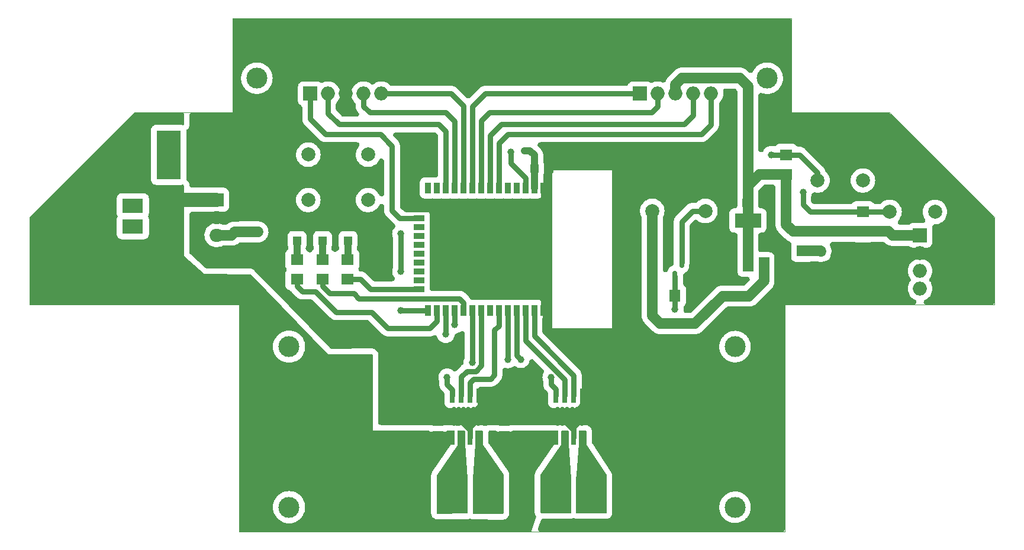
<source format=gbr>
%TF.GenerationSoftware,KiCad,Pcbnew,(7.0.0)*%
%TF.CreationDate,2023-10-30T21:57:28-03:00*%
%TF.ProjectId,Main_Board_COYOTE_TB67H451AFNG,4d61696e-5f42-46f6-9172-645f434f594f,rev?*%
%TF.SameCoordinates,Original*%
%TF.FileFunction,Copper,L1,Top*%
%TF.FilePolarity,Positive*%
%FSLAX46Y46*%
G04 Gerber Fmt 4.6, Leading zero omitted, Abs format (unit mm)*
G04 Created by KiCad (PCBNEW (7.0.0)) date 2023-10-30 21:57:28*
%MOMM*%
%LPD*%
G01*
G04 APERTURE LIST*
G04 Aperture macros list*
%AMRoundRect*
0 Rectangle with rounded corners*
0 $1 Rounding radius*
0 $2 $3 $4 $5 $6 $7 $8 $9 X,Y pos of 4 corners*
0 Add a 4 corners polygon primitive as box body*
4,1,4,$2,$3,$4,$5,$6,$7,$8,$9,$2,$3,0*
0 Add four circle primitives for the rounded corners*
1,1,$1+$1,$2,$3*
1,1,$1+$1,$4,$5*
1,1,$1+$1,$6,$7*
1,1,$1+$1,$8,$9*
0 Add four rect primitives between the rounded corners*
20,1,$1+$1,$2,$3,$4,$5,0*
20,1,$1+$1,$4,$5,$6,$7,0*
20,1,$1+$1,$6,$7,$8,$9,0*
20,1,$1+$1,$8,$9,$2,$3,0*%
G04 Aperture macros list end*
%TA.AperFunction,ComponentPad*%
%ADD10R,3.000000X2.000000*%
%TD*%
%TA.AperFunction,ComponentPad*%
%ADD11C,0.700000*%
%TD*%
%TA.AperFunction,ComponentPad*%
%ADD12R,3.500000X6.160000*%
%TD*%
%TA.AperFunction,ComponentPad*%
%ADD13R,3.500000X6.180000*%
%TD*%
%TA.AperFunction,SMDPad,CuDef*%
%ADD14R,1.198880X1.198880*%
%TD*%
%TA.AperFunction,ComponentPad*%
%ADD15C,3.000000*%
%TD*%
%TA.AperFunction,SMDPad,CuDef*%
%ADD16R,0.900000X1.500000*%
%TD*%
%TA.AperFunction,SMDPad,CuDef*%
%ADD17R,1.500000X0.900000*%
%TD*%
%TA.AperFunction,SMDPad,CuDef*%
%ADD18R,1.000000X1.000000*%
%TD*%
%TA.AperFunction,SMDPad,CuDef*%
%ADD19R,1.498600X1.300480*%
%TD*%
%TA.AperFunction,SMDPad,CuDef*%
%ADD20RoundRect,0.250000X0.475000X-0.337500X0.475000X0.337500X-0.475000X0.337500X-0.475000X-0.337500X0*%
%TD*%
%TA.AperFunction,SMDPad,CuDef*%
%ADD21R,1.500000X2.000000*%
%TD*%
%TA.AperFunction,SMDPad,CuDef*%
%ADD22R,3.800000X2.000000*%
%TD*%
%TA.AperFunction,SMDPad,CuDef*%
%ADD23RoundRect,0.250000X0.337500X0.475000X-0.337500X0.475000X-0.337500X-0.475000X0.337500X-0.475000X0*%
%TD*%
%TA.AperFunction,ComponentPad*%
%ADD24C,2.000000*%
%TD*%
%TA.AperFunction,ComponentPad*%
%ADD25R,2.000000X2.000000*%
%TD*%
%TA.AperFunction,ComponentPad*%
%ADD26O,2.000000X2.000000*%
%TD*%
%TA.AperFunction,SMDPad,CuDef*%
%ADD27R,1.803400X1.600200*%
%TD*%
%TA.AperFunction,ComponentPad*%
%ADD28R,1.600000X1.600000*%
%TD*%
%TA.AperFunction,ComponentPad*%
%ADD29C,1.600000*%
%TD*%
%TA.AperFunction,SMDPad,CuDef*%
%ADD30RoundRect,0.250000X-0.475000X0.337500X-0.475000X-0.337500X0.475000X-0.337500X0.475000X0.337500X0*%
%TD*%
%TA.AperFunction,SMDPad,CuDef*%
%ADD31R,1.600200X1.803400*%
%TD*%
%TA.AperFunction,ComponentPad*%
%ADD32R,3.500000X7.000000*%
%TD*%
%TA.AperFunction,SMDPad,CuDef*%
%ADD33R,0.711200X2.000000*%
%TD*%
%TA.AperFunction,SMDPad,CuDef*%
%ADD34RoundRect,0.150000X0.150000X-0.587500X0.150000X0.587500X-0.150000X0.587500X-0.150000X-0.587500X0*%
%TD*%
%TA.AperFunction,ComponentPad*%
%ADD35R,2.000000X1.905000*%
%TD*%
%TA.AperFunction,ComponentPad*%
%ADD36O,2.000000X1.905000*%
%TD*%
%TA.AperFunction,ViaPad*%
%ADD37C,1.000000*%
%TD*%
%TA.AperFunction,ViaPad*%
%ADD38C,1.500000*%
%TD*%
%TA.AperFunction,Conductor*%
%ADD39C,2.000000*%
%TD*%
%TA.AperFunction,Conductor*%
%ADD40C,0.750000*%
%TD*%
%TA.AperFunction,Conductor*%
%ADD41C,1.500000*%
%TD*%
%TA.AperFunction,Conductor*%
%ADD42C,1.000000*%
%TD*%
%TA.AperFunction,Profile*%
%ADD43C,0.100000*%
%TD*%
G04 APERTURE END LIST*
D10*
%TO.P,SW1,3*%
%TO.N,N/C*%
X94042499Y-98238999D03*
%TO.P,SW1,2,B*%
%TO.N,VCC*%
X94042499Y-104238999D03*
%TO.P,SW1,1,A*%
%TO.N,/VIN*%
X94042499Y-101238999D03*
%TD*%
D11*
%TO.P,J6,1*%
%TO.N,Net-(U5-OUT1)*%
X138940000Y-136710000D03*
X138940000Y-137330000D03*
X138940000Y-137930000D03*
X138940000Y-138550000D03*
X139540000Y-136710000D03*
X139540000Y-137330000D03*
X139540000Y-137930000D03*
X139540000Y-138550000D03*
D12*
X139799999Y-139209999D03*
D11*
X140140000Y-136690000D03*
X140140000Y-137310000D03*
X140140000Y-137910000D03*
X140140000Y-138530000D03*
X140740000Y-136710000D03*
X140740000Y-137330000D03*
X140740000Y-137930000D03*
X140740000Y-138550000D03*
%TO.P,J6,2*%
%TO.N,Net-(U5-OUT2)*%
X144040000Y-136710000D03*
X144040000Y-137330000D03*
X144040000Y-137930000D03*
X144040000Y-138550000D03*
X144640000Y-136710000D03*
X144640000Y-137330000D03*
X144640000Y-137930000D03*
X144640000Y-138550000D03*
D13*
X144879999Y-139199999D03*
D11*
X145240000Y-136710000D03*
X145240000Y-137330000D03*
X145240000Y-137930000D03*
X145240000Y-138550000D03*
X145840000Y-136710000D03*
X145840000Y-137330000D03*
X145840000Y-137930000D03*
X145840000Y-138550000D03*
%TD*%
D14*
%TO.P,D1,1,K*%
%TO.N,GND*%
X117522499Y-101110979D03*
%TO.P,D1,2,A*%
%TO.N,Net-(D1-A)*%
X117522499Y-103209019D03*
%TD*%
D15*
%TO.P,H1,1*%
%TO.N,N/C*%
X116382500Y-118410000D03*
%TD*%
D14*
%TO.P,D3,1,K*%
%TO.N,GND*%
X124822499Y-101110979D03*
%TO.P,D3,2,A*%
%TO.N,Net-(D3-A)*%
X124822499Y-103209019D03*
%TD*%
D16*
%TO.P,U3,1,GND*%
%TO.N,GND*%
X152773749Y-95704999D03*
%TO.P,U3,2,VDD*%
%TO.N,+3V3*%
X151503749Y-95704999D03*
%TO.P,U3,3,EN*%
%TO.N,/EN*%
X150233749Y-95704999D03*
%TO.P,U3,4,SENSOR_VP*%
%TO.N,unconnected-(U3-SENSOR_VP-Pad4)*%
X148963749Y-95704999D03*
%TO.P,U3,5,SENSOR_VN*%
%TO.N,unconnected-(U3-SENSOR_VN-Pad5)*%
X147693749Y-95704999D03*
%TO.P,U3,6,IO34*%
%TO.N,/OUT_1*%
X146423749Y-95704999D03*
%TO.P,U3,7,IO35*%
%TO.N,/OUT_2*%
X145153749Y-95704999D03*
%TO.P,U3,8,IO32*%
%TO.N,/OUT_3*%
X143883749Y-95704999D03*
%TO.P,U3,9,IO33*%
%TO.N,/OUT_4*%
X142613749Y-95704999D03*
%TO.P,U3,10,IO25*%
%TO.N,/OUT_5*%
X141343749Y-95704999D03*
%TO.P,U3,11,IO26*%
%TO.N,/OUT_6*%
X140073749Y-95704999D03*
%TO.P,U3,12,IO27*%
%TO.N,/OUT_7*%
X138803749Y-95704999D03*
%TO.P,U3,13,IO14*%
%TO.N,unconnected-(U3-IO14-Pad13)*%
X137533749Y-95704999D03*
%TO.P,U3,14,IO12*%
%TO.N,unconnected-(U3-IO12-Pad14)*%
X136263749Y-95704999D03*
D17*
%TO.P,U3,15,GND*%
%TO.N,GND*%
X135013749Y-98744999D03*
%TO.P,U3,16,IO13*%
%TO.N,/OUT_8*%
X135013749Y-100014999D03*
%TO.P,U3,17,SHD/SD2*%
%TO.N,unconnected-(U3-SHD{slash}SD2-Pad17)*%
X135013749Y-101284999D03*
%TO.P,U3,18,SWP/SD3*%
%TO.N,unconnected-(U3-SWP{slash}SD3-Pad18)*%
X135013749Y-102554999D03*
%TO.P,U3,19,SCS/CMD*%
%TO.N,unconnected-(U3-SCS{slash}CMD-Pad19)*%
X135013749Y-103824999D03*
%TO.P,U3,20,SCK/CLK*%
%TO.N,unconnected-(U3-SCK{slash}CLK-Pad20)*%
X135013749Y-105094999D03*
%TO.P,U3,21,SDO/SD0*%
%TO.N,unconnected-(U3-SDO{slash}SD0-Pad21)*%
X135013749Y-106364999D03*
%TO.P,U3,22,SDI/SD1*%
%TO.N,unconnected-(U3-SDI{slash}SD1-Pad22)*%
X135013749Y-107634999D03*
%TO.P,U3,23,IO15*%
%TO.N,unconnected-(U3-IO15-Pad23)*%
X135013749Y-108904999D03*
%TO.P,U3,24,IO2*%
%TO.N,/LED_BUILTING*%
X135013749Y-110174999D03*
D16*
%TO.P,U3,25,IO0*%
%TO.N,/BOOT*%
X136263749Y-113204999D03*
%TO.P,U3,26,IO4*%
%TO.N,/LED_2*%
X137533749Y-113204999D03*
%TO.P,U3,27,IO16*%
%TO.N,/PUSH_1*%
X138803749Y-113204999D03*
%TO.P,U3,28,IO17*%
%TO.N,/PUSH_2*%
X140073749Y-113204999D03*
%TO.P,U3,29,IO5*%
%TO.N,/LED_1*%
X141343749Y-113204999D03*
%TO.P,U3,30,IO18*%
%TO.N,/BUZZER*%
X142613749Y-113204999D03*
%TO.P,U3,31,IO19*%
%TO.N,/M1A*%
X143883749Y-113204999D03*
%TO.P,U3,32,NC*%
%TO.N,unconnected-(U3-NC-Pad32)*%
X145153749Y-113204999D03*
%TO.P,U3,33,IO21*%
%TO.N,/M1B*%
X146423749Y-113204999D03*
%TO.P,U3,34,RXD0/IO3*%
%TO.N,/Tx*%
X147693749Y-113204999D03*
%TO.P,U3,35,TXD0/IO1*%
%TO.N,/Rx*%
X148963749Y-113204999D03*
%TO.P,U3,36,IO22*%
%TO.N,/M2A*%
X150233749Y-113204999D03*
%TO.P,U3,37,IO23*%
%TO.N,/M2B*%
X151503749Y-113204999D03*
%TO.P,U3,38,GND*%
%TO.N,GND*%
X152773749Y-113204999D03*
D18*
%TO.P,U3,39,GND*%
X146453749Y-101554999D03*
X145053749Y-101554999D03*
X143653749Y-101554999D03*
X146453749Y-102954999D03*
X145053749Y-102954999D03*
X143653749Y-102954999D03*
X146453749Y-104354999D03*
X145053749Y-104354999D03*
X143653749Y-104354999D03*
%TD*%
D14*
%TO.P,D4,1,K*%
%TO.N,GND*%
X192469999Y-106875039D03*
%TO.P,D4,2,A*%
%TO.N,Net-(D4-A)*%
X192469999Y-104776999D03*
%TD*%
D19*
%TO.P,C10,1*%
%TO.N,VCC*%
X137719999Y-131092499D03*
%TO.P,C10,2*%
%TO.N,GND*%
X137719999Y-129187499D03*
%TD*%
D20*
%TO.P,C6,1*%
%TO.N,+5V*%
X108642500Y-101985000D03*
%TO.P,C6,2*%
%TO.N,GND*%
X108642500Y-99910000D03*
%TD*%
D21*
%TO.P,U1,1,GND*%
%TO.N,GND*%
X179719999Y-106649999D03*
%TO.P,U1,2,VO*%
%TO.N,+3V3*%
X182019999Y-106649999D03*
D22*
X182019999Y-100349999D03*
D21*
%TO.P,U1,3,VI*%
%TO.N,+5V*%
X184319999Y-106649999D03*
%TD*%
D23*
%TO.P,C8,1*%
%TO.N,GND*%
X153578750Y-92926250D03*
%TO.P,C8,2*%
%TO.N,+3V3*%
X151503750Y-92926250D03*
%TD*%
D24*
%TO.P,EN1,1,1*%
%TO.N,GND*%
X191972500Y-90131000D03*
X198472500Y-90131000D03*
%TO.P,EN1,2,2*%
%TO.N,/EN*%
X191972500Y-94631000D03*
X198472500Y-94631000D03*
%TD*%
D25*
%TO.P,J3,1,Pin_1*%
%TO.N,/OUT_4*%
X166586249Y-82204999D03*
D26*
%TO.P,J3,2,Pin_2*%
%TO.N,/OUT_3*%
X169126249Y-82204999D03*
%TO.P,J3,3,Pin_3*%
%TO.N,+3V3*%
X171666249Y-82204999D03*
%TO.P,J3,4,Pin_4*%
%TO.N,/OUT_2*%
X174206249Y-82204999D03*
%TO.P,J3,5,Pin_5*%
%TO.N,/OUT_1*%
X176746249Y-82204999D03*
%TD*%
D24*
%TO.P,BOOT1,1,1*%
%TO.N,GND*%
X202281250Y-94631000D03*
X208781250Y-94631000D03*
%TO.P,BOOT1,2,2*%
%TO.N,/BOOT*%
X202281250Y-99131000D03*
X208781250Y-99131000D03*
%TD*%
%TO.P,SW2,1,1*%
%TO.N,GND*%
X114642500Y-97430000D03*
X114642500Y-90930000D03*
%TO.P,SW2,2,2*%
%TO.N,/PUSH_1*%
X119142500Y-97430000D03*
X119142500Y-90930000D03*
%TD*%
D27*
%TO.P,R2,1*%
%TO.N,/EN*%
X187482499Y-90932999D03*
%TO.P,R2,2*%
%TO.N,+3V3*%
X187482499Y-93726999D03*
%TD*%
D28*
%TO.P,C11,1*%
%TO.N,VCC*%
X127504887Y-120329999D03*
D29*
%TO.P,C11,2*%
%TO.N,GND*%
X130004888Y-120330000D03*
%TD*%
D30*
%TO.P,C3,1*%
%TO.N,VCC*%
X102880000Y-97777500D03*
%TO.P,C3,2*%
%TO.N,GND*%
X102880000Y-99852500D03*
%TD*%
D25*
%TO.P,J4,1,Pin_1*%
%TO.N,/OUT_8*%
X119421249Y-82204999D03*
D26*
%TO.P,J4,2,Pin_2*%
%TO.N,/OUT_7*%
X121961249Y-82204999D03*
%TO.P,J4,3,Pin_3*%
%TO.N,GND*%
X124501249Y-82204999D03*
%TO.P,J4,4,Pin_4*%
%TO.N,/OUT_6*%
X127041249Y-82204999D03*
%TO.P,J4,5,Pin_5*%
%TO.N,/OUT_5*%
X129581249Y-82204999D03*
%TD*%
D15*
%TO.P,H2,1*%
%TO.N,N/C*%
X180178850Y-118410000D03*
%TD*%
D31*
%TO.P,R6,1*%
%TO.N,/BUZZER*%
X171602999Y-111099999D03*
%TO.P,R6,2*%
%TO.N,GND*%
X174396999Y-111099999D03*
%TD*%
D11*
%TO.P,J2,2*%
%TO.N,/VIN*%
X98220000Y-91200000D03*
X98220000Y-91820000D03*
X98220000Y-92420000D03*
X98220000Y-93040000D03*
X98820000Y-91200000D03*
X98820000Y-91820000D03*
X98820000Y-92420000D03*
X98820000Y-93040000D03*
D32*
X99179999Y-90959999D03*
D11*
X99420000Y-91200000D03*
X99420000Y-91820000D03*
X99420000Y-92420000D03*
X99420000Y-93040000D03*
X100020000Y-91200000D03*
X100020000Y-91820000D03*
X100020000Y-92420000D03*
X100020000Y-93040000D03*
%TO.P,J2,1*%
%TO.N,GND*%
X103320000Y-91200000D03*
X103320000Y-91820000D03*
X103320000Y-92420000D03*
X103320000Y-93040000D03*
X103920000Y-91220000D03*
X103920000Y-91840000D03*
X103920000Y-92440000D03*
X103920000Y-93060000D03*
D32*
X104259999Y-90959999D03*
D11*
X104520000Y-91200000D03*
X104520000Y-91820000D03*
X104520000Y-92420000D03*
X104520000Y-93040000D03*
X105120000Y-91200000D03*
X105120000Y-91820000D03*
X105120000Y-92420000D03*
X105120000Y-93040000D03*
%TD*%
D27*
%TO.P,R1,1*%
%TO.N,/BOOT*%
X198472499Y-99130999D03*
%TO.P,R1,2*%
%TO.N,+3V3*%
X198472499Y-101924999D03*
%TD*%
%TO.P,R3,1*%
%TO.N,/LED_2*%
X117522499Y-108777999D03*
%TO.P,R3,2*%
%TO.N,Net-(D1-A)*%
X117522499Y-105983999D03*
%TD*%
D15*
%TO.P,H5,1*%
%TO.N,N/C*%
X184781250Y-79980000D03*
%TD*%
D33*
%TO.P,U4,1,GND*%
%TO.N,GND*%
X158379999Y-125439999D03*
D11*
X158275000Y-129440000D03*
X158275000Y-128740000D03*
X158275000Y-128040000D03*
X158275000Y-127340000D03*
X157575000Y-129440000D03*
X157575000Y-128740000D03*
X157575000Y-128040000D03*
X157575000Y-127340000D03*
X156875000Y-129440000D03*
X156875000Y-128740000D03*
X156875000Y-128040000D03*
X156875000Y-127340000D03*
X156175000Y-129440000D03*
X156175000Y-128740000D03*
X156175000Y-128040000D03*
X156175000Y-127340000D03*
X155475000Y-129440000D03*
X155475000Y-128740000D03*
X155475000Y-128040000D03*
X155475000Y-127340000D03*
X154775000Y-129440000D03*
X154775000Y-128740000D03*
X154775000Y-128040000D03*
X154775000Y-127340000D03*
D33*
%TO.P,U4,2,IN2*%
%TO.N,/M2B*%
X157109999Y-125439999D03*
%TO.P,U4,3,IN1*%
%TO.N,/M2A*%
X155839999Y-125439999D03*
%TO.P,U4,4,VREF*%
%TO.N,+5V*%
X154569999Y-125439999D03*
%TO.P,U4,5,VM*%
%TO.N,VCC*%
X154569999Y-131439999D03*
%TO.P,U4,6,OUT1*%
%TO.N,Net-(U4-OUT1)*%
X155839999Y-131439999D03*
%TO.P,U4,7,RS*%
%TO.N,GND*%
X157109999Y-131439999D03*
%TO.P,U4,8,OUT2*%
%TO.N,Net-(U4-OUT2)*%
X158379999Y-131439999D03*
%TD*%
D20*
%TO.P,C2,1*%
%TO.N,+5V*%
X179720000Y-111167500D03*
%TO.P,C2,2*%
%TO.N,GND*%
X179720000Y-109092500D03*
%TD*%
D11*
%TO.P,J5,1*%
%TO.N,Net-(U4-OUT1)*%
X153683321Y-136710000D03*
X153683321Y-137330000D03*
X153683321Y-137930000D03*
X153683321Y-138550000D03*
X154283321Y-136710000D03*
X154283321Y-137330000D03*
X154283321Y-137930000D03*
X154283321Y-138550000D03*
D12*
X154543320Y-139209999D03*
D11*
X154883321Y-136690000D03*
X154883321Y-137310000D03*
X154883321Y-137910000D03*
X154883321Y-138530000D03*
X155483321Y-136710000D03*
X155483321Y-137330000D03*
X155483321Y-137930000D03*
X155483321Y-138550000D03*
%TO.P,J5,2*%
%TO.N,Net-(U4-OUT2)*%
X158783321Y-136710000D03*
X158783321Y-137330000D03*
X158783321Y-137930000D03*
X158783321Y-138550000D03*
X159383321Y-136710000D03*
X159383321Y-137330000D03*
X159383321Y-137930000D03*
X159383321Y-138550000D03*
D12*
X159623320Y-139209999D03*
D11*
X159983321Y-136710000D03*
X159983321Y-137330000D03*
X159983321Y-137930000D03*
X159983321Y-138550000D03*
X160583321Y-136710000D03*
X160583321Y-137330000D03*
X160583321Y-137930000D03*
X160583321Y-138550000D03*
%TD*%
D15*
%TO.P,H4,1*%
%TO.N,N/C*%
X116382500Y-141400000D03*
%TD*%
%TO.P,H3,1*%
%TO.N,N/C*%
X180178850Y-141400000D03*
%TD*%
D24*
%TO.P,BZ1,1,-*%
%TO.N,+5V*%
X168342500Y-98980000D03*
%TO.P,BZ1,2,+*%
%TO.N,Net-(BZ1-+)*%
X175942500Y-98980000D03*
%TD*%
D34*
%TO.P,Q1,1,G*%
%TO.N,/BUZZER*%
X171603000Y-108297500D03*
%TO.P,Q1,2,S*%
%TO.N,GND*%
X173503000Y-108297500D03*
%TO.P,Q1,3,D*%
%TO.N,Net-(BZ1-+)*%
X172553000Y-106422500D03*
%TD*%
D28*
%TO.P,C12,1*%
%TO.N,VCC*%
X151169999Y-131269999D03*
D29*
%TO.P,C12,2*%
%TO.N,GND*%
X151170000Y-128770000D03*
%TD*%
D25*
%TO.P,J1,1,Pin_1*%
%TO.N,+3V3*%
X206649999Y-102479999D03*
D26*
%TO.P,J1,2,Pin_2*%
%TO.N,GND*%
X206649999Y-105019999D03*
%TO.P,J1,3,Pin_3*%
%TO.N,/Rx*%
X206649999Y-107559999D03*
%TO.P,J1,4,Pin_4*%
%TO.N,/Tx*%
X206649999Y-110099999D03*
%TD*%
D19*
%TO.P,C9,1*%
%TO.N,VCC*%
X147169999Y-131082499D03*
%TO.P,C9,2*%
%TO.N,GND*%
X147169999Y-129177499D03*
%TD*%
D27*
%TO.P,R9,1*%
%TO.N,+3V3*%
X189859999Y-101924999D03*
%TO.P,R9,2*%
%TO.N,Net-(D4-A)*%
X189859999Y-104718999D03*
%TD*%
%TO.P,R4,1*%
%TO.N,/LED_1*%
X121172499Y-108777999D03*
%TO.P,R4,2*%
%TO.N,Net-(D2-A)*%
X121172499Y-105983999D03*
%TD*%
D35*
%TO.P,U2,1,VI*%
%TO.N,VCC*%
X106042499Y-97369999D03*
D36*
%TO.P,U2,2,GND*%
%TO.N,GND*%
X106042499Y-99909999D03*
%TO.P,U2,3,VO*%
%TO.N,+5V*%
X106042499Y-102449999D03*
%TD*%
D14*
%TO.P,D2,1,K*%
%TO.N,GND*%
X121172499Y-101110979D03*
%TO.P,D2,2,A*%
%TO.N,Net-(D2-A)*%
X121172499Y-103209019D03*
%TD*%
D33*
%TO.P,U5,1,GND*%
%TO.N,GND*%
X143559999Y-125439999D03*
D11*
X143455000Y-129440000D03*
X143455000Y-128740000D03*
X143455000Y-128040000D03*
X143455000Y-127340000D03*
X142755000Y-129440000D03*
X142755000Y-128740000D03*
X142755000Y-128040000D03*
X142755000Y-127340000D03*
X142055000Y-129440000D03*
X142055000Y-128740000D03*
X142055000Y-128040000D03*
X142055000Y-127340000D03*
X141355000Y-129440000D03*
X141355000Y-128740000D03*
X141355000Y-128040000D03*
X141355000Y-127340000D03*
X140655000Y-129440000D03*
X140655000Y-128740000D03*
X140655000Y-128040000D03*
X140655000Y-127340000D03*
X139955000Y-129440000D03*
X139955000Y-128740000D03*
X139955000Y-128040000D03*
X139955000Y-127340000D03*
D33*
%TO.P,U5,2,IN2*%
%TO.N,/M1B*%
X142289999Y-125439999D03*
%TO.P,U5,3,IN1*%
%TO.N,/M1A*%
X141019999Y-125439999D03*
%TO.P,U5,4,VREF*%
%TO.N,+5V*%
X139749999Y-125439999D03*
%TO.P,U5,5,VM*%
%TO.N,VCC*%
X139749999Y-131439999D03*
%TO.P,U5,6,OUT1*%
%TO.N,Net-(U5-OUT1)*%
X141019999Y-131439999D03*
%TO.P,U5,7,RS*%
%TO.N,GND*%
X142289999Y-131439999D03*
%TO.P,U5,8,OUT2*%
%TO.N,Net-(U5-OUT2)*%
X143559999Y-131439999D03*
%TD*%
D27*
%TO.P,R5,1*%
%TO.N,/LED_BUILTING*%
X124762499Y-108777999D03*
%TO.P,R5,2*%
%TO.N,Net-(D3-A)*%
X124762499Y-105983999D03*
%TD*%
D28*
%TO.P,C1,1*%
%TO.N,VCC*%
X109359999Y-108849999D03*
D29*
%TO.P,C1,2*%
%TO.N,GND*%
X114360000Y-108850000D03*
%TD*%
D24*
%TO.P,SW3,1,1*%
%TO.N,GND*%
X123192500Y-97430000D03*
X123192500Y-90930000D03*
%TO.P,SW3,2,2*%
%TO.N,/PUSH_2*%
X127692500Y-97430000D03*
X127692500Y-90930000D03*
%TD*%
D15*
%TO.P,H6,1*%
%TO.N,N/C*%
X111781250Y-79980000D03*
%TD*%
D23*
%TO.P,C5,1*%
%TO.N,+3V3*%
X181850000Y-97830000D03*
%TO.P,C5,2*%
%TO.N,GND*%
X179775000Y-97830000D03*
%TD*%
D37*
%TO.N,/Rx*%
X149540000Y-120234500D03*
%TO.N,/Tx*%
X147693750Y-120250000D03*
%TO.N,+3V3*%
X150070000Y-90340000D03*
%TO.N,/EN*%
X148090000Y-90570000D03*
X185340000Y-90940000D03*
D38*
%TO.N,+5V*%
X111940000Y-101990000D03*
D37*
X139000002Y-122800000D03*
X153880000Y-122805000D03*
%TO.N,/PUSH_1*%
X138803750Y-116650000D03*
%TO.N,/PUSH_2*%
X140073750Y-115290000D03*
%TO.N,/BUZZER*%
X171603000Y-113100000D03*
X142590000Y-120720000D03*
%TO.N,/BOOT*%
X132390000Y-107640000D03*
X132390000Y-113205000D03*
X189920000Y-96320000D03*
X132390000Y-102270000D03*
%TD*%
D39*
%TO.N,VCC*%
X100232500Y-97370000D02*
X106042500Y-97370000D01*
X99432500Y-98170000D02*
X100232500Y-97370000D01*
X96911000Y-104239000D02*
X99432500Y-101717500D01*
X99432500Y-101717500D02*
X99432500Y-98170000D01*
X94042500Y-104239000D02*
X96911000Y-104239000D01*
D40*
%TO.N,GND*%
X157752500Y-127340000D02*
X157575000Y-127340000D01*
X137096250Y-98745000D02*
X141306250Y-102955000D01*
X158380000Y-126712500D02*
X157752500Y-127340000D01*
X152773750Y-105422500D02*
X150306250Y-102955000D01*
X157110000Y-129905000D02*
X157575000Y-129440000D01*
X152773750Y-113205000D02*
X152773750Y-105422500D01*
X158380000Y-125440000D02*
X158380000Y-126712500D01*
X157110000Y-131440000D02*
X157110000Y-130375000D01*
X142290000Y-130375000D02*
X141355000Y-129440000D01*
X142290000Y-131440000D02*
X142290000Y-129905000D01*
X142290000Y-129905000D02*
X142755000Y-129440000D01*
X152773750Y-95705000D02*
X152773750Y-100412500D01*
X150231250Y-102955000D02*
X145053750Y-102955000D01*
X135013750Y-98745000D02*
X133125000Y-98745000D01*
X141306250Y-102955000D02*
X145053750Y-102955000D01*
X135013750Y-98745000D02*
X137096250Y-98745000D01*
X133125000Y-98745000D02*
X132772500Y-98392500D01*
X157110000Y-130375000D02*
X156175000Y-129440000D01*
X150306250Y-102955000D02*
X145053750Y-102955000D01*
X152773750Y-100412500D02*
X150231250Y-102955000D01*
X157110000Y-131440000D02*
X157110000Y-129905000D01*
X142290000Y-131440000D02*
X142290000Y-130375000D01*
%TO.N,/Rx*%
X148963750Y-119658250D02*
X149540000Y-120234500D01*
X148963750Y-113205000D02*
X148963750Y-119658250D01*
%TO.N,/Tx*%
X147693750Y-113205000D02*
X147693750Y-120250000D01*
D41*
%TO.N,+3V3*%
X202690000Y-102480000D02*
X206650000Y-102480000D01*
X188462500Y-101925000D02*
X189860000Y-101925000D01*
X182020000Y-100350000D02*
X182020000Y-106650000D01*
X198472500Y-101925000D02*
X202135000Y-101925000D01*
D42*
X150850000Y-90340000D02*
X151503750Y-90993750D01*
D41*
X182020000Y-81140000D02*
X180840000Y-79960000D01*
X182020000Y-95340000D02*
X183633000Y-93727000D01*
D42*
X151503750Y-90993750D02*
X151503750Y-95705000D01*
D41*
X171666250Y-80903750D02*
X171666250Y-82205000D01*
X202135000Y-101925000D02*
X202690000Y-102480000D01*
X182020000Y-96740000D02*
X182020000Y-95340000D01*
X180840000Y-79960000D02*
X172610000Y-79960000D01*
X187482500Y-100945000D02*
X188462500Y-101925000D01*
X187482500Y-93727000D02*
X187482500Y-100945000D01*
X183633000Y-93727000D02*
X187482500Y-93727000D01*
X172610000Y-79960000D02*
X171666250Y-80903750D01*
X182020000Y-100350000D02*
X182020000Y-96740000D01*
X189860000Y-101925000D02*
X198472500Y-101925000D01*
X182020000Y-96740000D02*
X182020000Y-81140000D01*
D42*
X150070000Y-90340000D02*
X150850000Y-90340000D01*
D40*
%TO.N,/EN*%
X189423000Y-90933000D02*
X191972500Y-93482500D01*
X191972500Y-93482500D02*
X191972500Y-94631000D01*
X150233750Y-94303750D02*
X150233750Y-95705000D01*
X185340000Y-90940000D02*
X187475500Y-90940000D01*
X148090000Y-90570000D02*
X148090000Y-92160000D01*
X148090000Y-92160000D02*
X150233750Y-94303750D01*
X187482500Y-90933000D02*
X189423000Y-90933000D01*
X187475500Y-90940000D02*
X187482500Y-90933000D01*
%TO.N,/OUT_8*%
X135013750Y-100015000D02*
X132205000Y-100015000D01*
X131120000Y-98930000D02*
X131120000Y-89685500D01*
X131120000Y-89685500D02*
X129454500Y-88020000D01*
X121602500Y-88020000D02*
X119421250Y-85838750D01*
X119421250Y-85838750D02*
X119421250Y-82205000D01*
X132205000Y-100015000D02*
X131120000Y-98930000D01*
X129454500Y-88020000D02*
X121602500Y-88020000D01*
%TO.N,/OUT_7*%
X123566500Y-86610000D02*
X121961250Y-85004750D01*
X121961250Y-85004750D02*
X121961250Y-82205000D01*
X137804000Y-86610000D02*
X123566500Y-86610000D01*
X138803750Y-95705000D02*
X138803750Y-87609750D01*
X138803750Y-87609750D02*
X137804000Y-86610000D01*
%TO.N,/OUT_6*%
X127954750Y-84910000D02*
X138822000Y-84910000D01*
X140073750Y-86161750D02*
X140073750Y-95705000D01*
X138822000Y-84910000D02*
X140073750Y-86161750D01*
X127041250Y-83996500D02*
X127954750Y-84910000D01*
X127041250Y-82205000D02*
X127041250Y-83996500D01*
%TO.N,/OUT_5*%
X141343750Y-95705000D02*
X141343750Y-83963750D01*
X141343750Y-83963750D02*
X139585000Y-82205000D01*
X139585000Y-82205000D02*
X129581250Y-82205000D01*
%TO.N,/OUT_4*%
X142613750Y-95705000D02*
X142613750Y-84036250D01*
X142613750Y-84036250D02*
X144445000Y-82205000D01*
X144445000Y-82205000D02*
X166586250Y-82205000D01*
%TO.N,/OUT_3*%
X143883750Y-86096250D02*
X145070000Y-84910000D01*
X169126250Y-84062500D02*
X169126250Y-82205000D01*
X168278750Y-84910000D02*
X169126250Y-84062500D01*
X143883750Y-95705000D02*
X143883750Y-86096250D01*
X145070000Y-84910000D02*
X168278750Y-84910000D01*
%TO.N,/OUT_2*%
X174206250Y-82205000D02*
X174206250Y-85282500D01*
X174206250Y-85282500D02*
X172878750Y-86610000D01*
X172878750Y-86610000D02*
X146730000Y-86610000D01*
X145153750Y-88186250D02*
X145153750Y-95705000D01*
X146730000Y-86610000D02*
X145153750Y-88186250D01*
%TO.N,/OUT_1*%
X176746250Y-86642500D02*
X176746250Y-82205000D01*
X146423750Y-89296250D02*
X147700000Y-88020000D01*
X146423750Y-95705000D02*
X146423750Y-89296250D01*
X147700000Y-88020000D02*
X175368750Y-88020000D01*
X175368750Y-88020000D02*
X176746250Y-86642500D01*
D41*
%TO.N,+5V*%
X168342500Y-113982500D02*
X169480000Y-115120000D01*
X106042500Y-102450000D02*
X108177500Y-102450000D01*
D40*
X139000002Y-123820002D02*
X139000002Y-122800000D01*
D41*
X179720000Y-111167500D02*
X182182500Y-111167500D01*
D40*
X139750000Y-124570000D02*
X139000002Y-123820002D01*
X139750000Y-125440000D02*
X139750000Y-124570000D01*
D41*
X169480000Y-115120000D02*
X174440000Y-115120000D01*
D40*
X153880000Y-123830000D02*
X153880000Y-122805000D01*
D41*
X168342500Y-98980000D02*
X168342500Y-113982500D01*
D40*
X154570000Y-125440000D02*
X154570000Y-124520000D01*
D41*
X182182500Y-111167500D02*
X184320000Y-109030000D01*
X108642500Y-101985000D02*
X111935000Y-101985000D01*
X184320000Y-109030000D02*
X184320000Y-106650000D01*
X108177500Y-102450000D02*
X108642500Y-101985000D01*
D40*
X154570000Y-124520000D02*
X153880000Y-123830000D01*
D41*
X111935000Y-101985000D02*
X111940000Y-101990000D01*
X178392500Y-111167500D02*
X179720000Y-111167500D01*
X174440000Y-115120000D02*
X178392500Y-111167500D01*
D40*
%TO.N,/PUSH_1*%
X138803750Y-113205000D02*
X138803750Y-116616250D01*
X138803750Y-116616250D02*
X138770000Y-116650000D01*
%TO.N,/PUSH_2*%
X140073750Y-113205000D02*
X140073750Y-115290000D01*
%TO.N,/BUZZER*%
X142590000Y-120720000D02*
X142613750Y-120696250D01*
X171603000Y-111100000D02*
X171603000Y-108297500D01*
X142613750Y-120696250D02*
X142613750Y-113205000D01*
X171603000Y-113100000D02*
X171603000Y-111100000D01*
%TO.N,/M2A*%
X155840000Y-123170000D02*
X155840000Y-125440000D01*
X150233750Y-117563750D02*
X155840000Y-123170000D01*
X150233750Y-113205000D02*
X150233750Y-117563750D01*
%TO.N,/M2B*%
X151503750Y-116913750D02*
X157110000Y-122520000D01*
X157110000Y-122520000D02*
X157110000Y-125440000D01*
X151503750Y-113205000D02*
X151503750Y-116913750D01*
%TO.N,/M1A*%
X141020000Y-122755000D02*
X141020000Y-125440000D01*
X141855000Y-121920000D02*
X141020000Y-122755000D01*
X143883750Y-121116250D02*
X143080000Y-121920000D01*
X143080000Y-121920000D02*
X141855000Y-121920000D01*
X143883750Y-113205000D02*
X143883750Y-121116250D01*
%TO.N,/M1B*%
X142290000Y-123530000D02*
X142290000Y-125440000D01*
X145230000Y-123030000D02*
X142790000Y-123030000D01*
X145760000Y-116072500D02*
X145760000Y-122500000D01*
X146423750Y-115408750D02*
X145760000Y-116072500D01*
X146423750Y-113205000D02*
X146423750Y-115408750D01*
X145760000Y-122500000D02*
X145230000Y-123030000D01*
X142790000Y-123030000D02*
X142290000Y-123530000D01*
%TO.N,/LED_BUILTING*%
X128027500Y-110175000D02*
X135013750Y-110175000D01*
X126630500Y-108778000D02*
X128027500Y-110175000D01*
X124762500Y-108778000D02*
X126630500Y-108778000D01*
%TO.N,/BOOT*%
X132390000Y-107640000D02*
X132390000Y-102270000D01*
X190931000Y-99131000D02*
X198472500Y-99131000D01*
X189920000Y-96320000D02*
X189920000Y-98120000D01*
X136263750Y-113205000D02*
X132390000Y-113205000D01*
X198472500Y-99131000D02*
X202281250Y-99131000D01*
X189920000Y-98120000D02*
X190931000Y-99131000D01*
%TO.N,/LED_2*%
X123130000Y-113490000D02*
X120180000Y-110540000D01*
X117522500Y-109757500D02*
X117522500Y-108778000D01*
X137533750Y-114806250D02*
X136530000Y-115810000D01*
X130542500Y-115810000D02*
X128222500Y-113490000D01*
X136530000Y-115810000D02*
X130542500Y-115810000D01*
X120180000Y-110540000D02*
X118305000Y-110540000D01*
X128222500Y-113490000D02*
X123130000Y-113490000D01*
X137533750Y-113205000D02*
X137533750Y-114806250D01*
X118305000Y-110540000D02*
X117522500Y-109757500D01*
%TO.N,/LED_1*%
X126390100Y-111550100D02*
X125655000Y-110815000D01*
X122180000Y-110815000D02*
X121172500Y-109807500D01*
X121172500Y-109807500D02*
X121172500Y-108778000D01*
X141343750Y-113205000D02*
X141343750Y-112125000D01*
X140768850Y-111550100D02*
X126390100Y-111550100D01*
X125655000Y-110815000D02*
X122180000Y-110815000D01*
X141343750Y-112125000D02*
X140768850Y-111550100D01*
%TO.N,Net-(BZ1-+)*%
X172553000Y-100507000D02*
X174080000Y-98980000D01*
X174080000Y-98980000D02*
X175942500Y-98980000D01*
X172553000Y-106422500D02*
X172553000Y-100507000D01*
D42*
%TO.N,Net-(D1-A)*%
X117522500Y-103209020D02*
X117522500Y-105984000D01*
%TO.N,Net-(D2-A)*%
X121172500Y-103209020D02*
X121172500Y-105984000D01*
%TO.N,Net-(D3-A)*%
X124822500Y-103209020D02*
X124822500Y-106013000D01*
X124822500Y-106013000D02*
X124762500Y-106073000D01*
D41*
%TO.N,Net-(D4-A)*%
X192412000Y-104719000D02*
X192470000Y-104777000D01*
X189860000Y-104719000D02*
X192412000Y-104719000D01*
%TD*%
%TA.AperFunction,Conductor*%
%TO.N,Net-(U5-OUT1)*%
G36*
X141467441Y-130450722D02*
G01*
X141508251Y-130477841D01*
X141534544Y-130504134D01*
X141561288Y-130544036D01*
X141570861Y-130591107D01*
X141581237Y-132409024D01*
X141581250Y-132411250D01*
X141581422Y-132413460D01*
X141581423Y-132413464D01*
X141960873Y-137266428D01*
X141961250Y-137276094D01*
X141961250Y-142188362D01*
X141944823Y-142250039D01*
X141899894Y-142295375D01*
X141838367Y-142312357D01*
X137646338Y-142350123D01*
X137583875Y-142333890D01*
X137538030Y-142288466D01*
X137521221Y-142226156D01*
X137520008Y-136907947D01*
X137525429Y-136871661D01*
X137541234Y-136838545D01*
X140464801Y-132507702D01*
X140464801Y-132507700D01*
X140470000Y-132500000D01*
X140461776Y-130574521D01*
X140478004Y-130512663D01*
X140522898Y-130467117D01*
X140584516Y-130449999D01*
X141419316Y-130441528D01*
X141467441Y-130450722D01*
G37*
%TD.AperFunction*%
%TD*%
%TA.AperFunction,Conductor*%
%TO.N,VCC*%
G36*
X101280500Y-84922113D02*
G01*
X101325887Y-84967500D01*
X101342500Y-85029500D01*
X101342500Y-86581486D01*
X101328667Y-86638400D01*
X101290255Y-86682616D01*
X101235834Y-86704269D01*
X101177545Y-86698527D01*
X101115833Y-86676933D01*
X101115826Y-86676931D01*
X101109255Y-86674632D01*
X101102333Y-86673852D01*
X100978418Y-86659890D01*
X100978412Y-86659889D01*
X100974954Y-86659500D01*
X97385046Y-86659500D01*
X97381588Y-86659889D01*
X97381581Y-86659890D01*
X97257666Y-86673852D01*
X97257664Y-86673852D01*
X97250745Y-86674632D01*
X97244176Y-86676930D01*
X97244174Y-86676931D01*
X97087043Y-86731913D01*
X97087036Y-86731915D01*
X97080478Y-86734211D01*
X97074590Y-86737910D01*
X97074587Y-86737912D01*
X96933638Y-86826476D01*
X96933633Y-86826479D01*
X96927738Y-86830184D01*
X96922813Y-86835108D01*
X96922809Y-86835112D01*
X96805112Y-86952809D01*
X96805108Y-86952813D01*
X96800184Y-86957738D01*
X96796479Y-86963633D01*
X96796476Y-86963638D01*
X96707912Y-87104587D01*
X96707910Y-87104590D01*
X96704211Y-87110478D01*
X96701915Y-87117036D01*
X96701913Y-87117043D01*
X96646931Y-87274174D01*
X96644632Y-87280745D01*
X96629500Y-87415046D01*
X96629500Y-94504954D01*
X96644632Y-94639255D01*
X96704211Y-94809522D01*
X96800184Y-94962262D01*
X96927738Y-95089816D01*
X97080478Y-95185789D01*
X97250745Y-95245368D01*
X97385046Y-95260500D01*
X100971470Y-95260500D01*
X100974954Y-95260500D01*
X101109255Y-95245368D01*
X101132387Y-95237273D01*
X101177545Y-95221473D01*
X101235834Y-95215731D01*
X101290255Y-95237384D01*
X101328667Y-95281600D01*
X101342500Y-95338514D01*
X101342500Y-105480000D01*
X104232500Y-108020000D01*
X110820339Y-108049764D01*
X110868375Y-108059683D01*
X110908808Y-108087452D01*
X121982500Y-119510000D01*
X128218143Y-119480586D01*
X128280323Y-119496966D01*
X128325940Y-119542286D01*
X128342726Y-119604359D01*
X128362470Y-130423695D01*
X128362500Y-130440000D01*
X136391745Y-130440000D01*
X136432701Y-130446959D01*
X136466548Y-130465666D01*
X136468438Y-130467556D01*
X136621178Y-130563529D01*
X136791445Y-130623108D01*
X136925746Y-130638240D01*
X138510770Y-130638240D01*
X138514254Y-130638240D01*
X138648555Y-130623108D01*
X138818822Y-130563529D01*
X138971562Y-130467556D01*
X138973451Y-130465666D01*
X139007299Y-130446959D01*
X139048255Y-130440000D01*
X139349306Y-130440000D01*
X139414583Y-130458573D01*
X139435104Y-130471279D01*
X139435109Y-130471281D01*
X139439981Y-130474298D01*
X139445322Y-130476367D01*
X139577354Y-130527516D01*
X139618754Y-130553999D01*
X139646614Y-130594485D01*
X139656559Y-130642613D01*
X139663282Y-132216901D01*
X139657935Y-132253454D01*
X139642058Y-132286810D01*
X136874896Y-136385962D01*
X136874880Y-136385986D01*
X136873614Y-136387863D01*
X136872486Y-136389834D01*
X136872473Y-136389856D01*
X136815417Y-136489612D01*
X136815401Y-136489642D01*
X136814282Y-136491599D01*
X136813299Y-136493657D01*
X136813293Y-136493670D01*
X136799466Y-136522641D01*
X136799457Y-136522659D01*
X136798477Y-136524715D01*
X136797657Y-136526821D01*
X136797646Y-136526848D01*
X136756816Y-136631793D01*
X136756811Y-136631807D01*
X136755147Y-136636086D01*
X136754131Y-136640572D01*
X136754130Y-136640578D01*
X136729274Y-136750411D01*
X136729268Y-136750439D01*
X136728770Y-136752643D01*
X136728435Y-136754881D01*
X136728431Y-136754906D01*
X136723688Y-136786655D01*
X136723685Y-136786674D01*
X136723349Y-136788929D01*
X136723179Y-136791209D01*
X136723178Y-136791226D01*
X136714677Y-136905839D01*
X136714676Y-136905865D01*
X136714508Y-136908131D01*
X136714508Y-136910408D01*
X136714508Y-136910423D01*
X136715720Y-142224304D01*
X136715720Y-142224320D01*
X136715721Y-142226340D01*
X136715853Y-142228336D01*
X136715854Y-142228366D01*
X136722053Y-142322079D01*
X136722713Y-142332062D01*
X136723512Y-142336054D01*
X136723513Y-142336057D01*
X136732911Y-142382979D01*
X136743522Y-142435951D01*
X136744054Y-142437923D01*
X136759619Y-142495625D01*
X136759624Y-142495643D01*
X136760331Y-142498261D01*
X136808909Y-142630830D01*
X136879889Y-142752880D01*
X136971089Y-142860662D01*
X136973014Y-142862569D01*
X137001530Y-142890824D01*
X137016934Y-142906086D01*
X137125554Y-142996289D01*
X137248256Y-143066140D01*
X137353815Y-143103719D01*
X137371657Y-143110071D01*
X137381270Y-143113493D01*
X137383919Y-143114181D01*
X137383921Y-143114182D01*
X137412230Y-143121538D01*
X137443733Y-143129726D01*
X137547811Y-143149575D01*
X137653594Y-143155590D01*
X141845623Y-143117824D01*
X141950096Y-143110071D01*
X142052679Y-143088824D01*
X142114206Y-143071842D01*
X142244751Y-143023288D01*
X142298818Y-143015986D01*
X142350785Y-143032594D01*
X142368130Y-143042784D01*
X142498694Y-143091613D01*
X142560097Y-143108689D01*
X142562052Y-143109098D01*
X142562056Y-143109099D01*
X142586349Y-143114182D01*
X142662483Y-143130112D01*
X142766782Y-143138087D01*
X146928709Y-143185275D01*
X147034711Y-143179481D01*
X147139031Y-143159797D01*
X147201645Y-143143646D01*
X147335003Y-143096416D01*
X147458041Y-143026583D01*
X147566963Y-142936301D01*
X147612931Y-142890824D01*
X147704374Y-142782883D01*
X147775522Y-142660609D01*
X147824182Y-142527774D01*
X147841006Y-142465338D01*
X147861812Y-142361232D01*
X147868747Y-142255294D01*
X147865522Y-136718579D01*
X147856099Y-136596201D01*
X147850352Y-136558959D01*
X147822440Y-136439418D01*
X147776688Y-136325505D01*
X147760020Y-136291710D01*
X147697498Y-136186087D01*
X146136040Y-133955433D01*
X144947915Y-132258110D01*
X144931236Y-132224280D01*
X144925500Y-132187001D01*
X144925500Y-130576030D01*
X144925500Y-130574000D01*
X144925367Y-130571981D01*
X144925301Y-130569940D01*
X144925838Y-130569922D01*
X144939119Y-130506748D01*
X144984781Y-130457992D01*
X145049111Y-130440000D01*
X145854774Y-130440000D01*
X145920745Y-130459005D01*
X146071178Y-130553529D01*
X146241445Y-130613108D01*
X146375746Y-130628240D01*
X147960770Y-130628240D01*
X147964254Y-130628240D01*
X148098555Y-130613108D01*
X148268822Y-130553529D01*
X148419254Y-130459005D01*
X148485226Y-130440000D01*
X154169306Y-130440000D01*
X154234583Y-130458573D01*
X154255104Y-130471279D01*
X154255109Y-130471281D01*
X154259981Y-130474298D01*
X154265318Y-130476365D01*
X154265325Y-130476369D01*
X154404114Y-130530135D01*
X154445641Y-130556741D01*
X154473513Y-130597428D01*
X154483321Y-130645762D01*
X154483321Y-132161772D01*
X154477802Y-132198353D01*
X154461738Y-132231677D01*
X151690082Y-136292375D01*
X151690070Y-136292393D01*
X151688765Y-136294306D01*
X151687599Y-136296321D01*
X151687594Y-136296331D01*
X151629666Y-136396545D01*
X151629652Y-136396570D01*
X151628506Y-136398554D01*
X151612453Y-136431846D01*
X151611609Y-136433991D01*
X151611606Y-136434000D01*
X151576767Y-136522641D01*
X151568411Y-136543901D01*
X151567375Y-136548426D01*
X151567375Y-136548429D01*
X151542077Y-136659017D01*
X151542072Y-136659040D01*
X151541563Y-136661268D01*
X151541221Y-136663529D01*
X151541216Y-136663556D01*
X151536381Y-136695535D01*
X151536036Y-136697819D01*
X151535863Y-136700104D01*
X151535862Y-136700119D01*
X151527155Y-136815575D01*
X151527153Y-136815602D01*
X151526982Y-136817883D01*
X151526980Y-136820171D01*
X151526980Y-136820197D01*
X151524556Y-142115229D01*
X151524556Y-142115257D01*
X151524556Y-142117246D01*
X151531285Y-142221516D01*
X151532060Y-142225459D01*
X151532061Y-142225461D01*
X151551069Y-142322079D01*
X151551072Y-142322096D01*
X151551455Y-142324038D01*
X151551966Y-142325966D01*
X151551968Y-142325974D01*
X151562379Y-142365245D01*
X151567770Y-142385576D01*
X151568676Y-142388094D01*
X151568680Y-142388104D01*
X151613128Y-142511519D01*
X151613131Y-142511525D01*
X151614950Y-142516576D01*
X151617614Y-142521242D01*
X151635584Y-142552718D01*
X151683985Y-142637493D01*
X151687407Y-142641624D01*
X151687408Y-142641625D01*
X151711218Y-142670366D01*
X151737647Y-142726848D01*
X151733242Y-142789051D01*
X151049177Y-144820079D01*
X151023218Y-144864128D01*
X150981693Y-144893959D01*
X150931663Y-144904500D01*
X109405750Y-144904500D01*
X109343750Y-144887887D01*
X109298363Y-144842500D01*
X109281750Y-144780500D01*
X109281750Y-141400000D01*
X114077064Y-141400000D01*
X114096787Y-141700920D01*
X114097577Y-141704891D01*
X114097578Y-141704899D01*
X114154827Y-141992707D01*
X114154829Y-141992714D01*
X114155620Y-141996691D01*
X114252555Y-142282252D01*
X114254350Y-142285893D01*
X114254351Y-142285894D01*
X114374899Y-142530343D01*
X114385934Y-142552718D01*
X114388185Y-142556087D01*
X114388188Y-142556092D01*
X114544511Y-142790046D01*
X114553475Y-142803461D01*
X114752311Y-143030189D01*
X114979039Y-143229025D01*
X115229782Y-143396566D01*
X115500248Y-143529945D01*
X115785809Y-143626880D01*
X116081580Y-143685713D01*
X116382500Y-143705436D01*
X116683420Y-143685713D01*
X116979191Y-143626880D01*
X117264752Y-143529945D01*
X117535218Y-143396566D01*
X117785961Y-143229025D01*
X118012689Y-143030189D01*
X118211525Y-142803461D01*
X118379066Y-142552718D01*
X118512445Y-142282252D01*
X118609380Y-141996691D01*
X118668213Y-141700920D01*
X118687936Y-141400000D01*
X118668213Y-141099080D01*
X118609380Y-140803309D01*
X118512445Y-140517748D01*
X118379066Y-140247282D01*
X118211525Y-139996539D01*
X118012689Y-139769811D01*
X117785961Y-139570975D01*
X117782579Y-139568715D01*
X117538592Y-139405688D01*
X117538587Y-139405685D01*
X117535218Y-139403434D01*
X117531582Y-139401641D01*
X117531577Y-139401638D01*
X117268394Y-139271851D01*
X117268393Y-139271850D01*
X117264752Y-139270055D01*
X116979191Y-139173120D01*
X116975214Y-139172329D01*
X116975207Y-139172327D01*
X116687399Y-139115078D01*
X116687391Y-139115077D01*
X116683420Y-139114287D01*
X116382500Y-139094564D01*
X116378457Y-139094829D01*
X116085622Y-139114022D01*
X116085620Y-139114022D01*
X116081580Y-139114287D01*
X116077610Y-139115076D01*
X116077600Y-139115078D01*
X115789792Y-139172327D01*
X115789781Y-139172329D01*
X115785809Y-139173120D01*
X115781966Y-139174424D01*
X115781964Y-139174425D01*
X115504094Y-139268749D01*
X115504087Y-139268751D01*
X115500248Y-139270055D01*
X115496611Y-139271848D01*
X115496605Y-139271851D01*
X115233422Y-139401638D01*
X115233410Y-139401644D01*
X115229782Y-139403434D01*
X115226419Y-139405681D01*
X115226407Y-139405688D01*
X114982420Y-139568715D01*
X114982411Y-139568721D01*
X114979039Y-139570975D01*
X114975988Y-139573650D01*
X114975981Y-139573656D01*
X114755359Y-139767137D01*
X114755351Y-139767144D01*
X114752311Y-139769811D01*
X114749644Y-139772851D01*
X114749637Y-139772859D01*
X114556156Y-139993481D01*
X114556150Y-139993488D01*
X114553475Y-139996539D01*
X114551221Y-139999911D01*
X114551215Y-139999920D01*
X114388188Y-140243907D01*
X114388181Y-140243919D01*
X114385934Y-140247282D01*
X114384144Y-140250910D01*
X114384138Y-140250922D01*
X114254351Y-140514105D01*
X114254348Y-140514111D01*
X114252555Y-140517748D01*
X114155620Y-140803309D01*
X114154829Y-140807281D01*
X114154827Y-140807292D01*
X114097578Y-141095100D01*
X114097576Y-141095110D01*
X114096787Y-141099080D01*
X114077064Y-141400000D01*
X109281750Y-141400000D01*
X109281750Y-118410000D01*
X114077064Y-118410000D01*
X114096787Y-118710920D01*
X114097577Y-118714891D01*
X114097578Y-118714899D01*
X114154827Y-119002707D01*
X114154829Y-119002714D01*
X114155620Y-119006691D01*
X114252555Y-119292252D01*
X114254350Y-119295893D01*
X114254351Y-119295894D01*
X114353508Y-119496966D01*
X114385934Y-119562718D01*
X114388185Y-119566087D01*
X114388188Y-119566092D01*
X114500336Y-119733933D01*
X114553475Y-119813461D01*
X114752311Y-120040189D01*
X114979039Y-120239025D01*
X115229782Y-120406566D01*
X115500248Y-120539945D01*
X115785809Y-120636880D01*
X116081580Y-120695713D01*
X116382500Y-120715436D01*
X116683420Y-120695713D01*
X116979191Y-120636880D01*
X117264752Y-120539945D01*
X117535218Y-120406566D01*
X117785961Y-120239025D01*
X118012689Y-120040189D01*
X118211525Y-119813461D01*
X118379066Y-119562718D01*
X118512445Y-119292252D01*
X118609380Y-119006691D01*
X118668213Y-118710920D01*
X118687936Y-118410000D01*
X118668213Y-118109080D01*
X118609380Y-117813309D01*
X118512445Y-117527748D01*
X118379066Y-117257282D01*
X118211525Y-117006539D01*
X118012689Y-116779811D01*
X117785961Y-116580975D01*
X117545895Y-116420568D01*
X117538592Y-116415688D01*
X117538587Y-116415685D01*
X117535218Y-116413434D01*
X117531582Y-116411641D01*
X117531577Y-116411638D01*
X117268394Y-116281851D01*
X117268393Y-116281850D01*
X117264752Y-116280055D01*
X116979191Y-116183120D01*
X116975214Y-116182329D01*
X116975207Y-116182327D01*
X116687399Y-116125078D01*
X116687391Y-116125077D01*
X116683420Y-116124287D01*
X116382500Y-116104564D01*
X116378457Y-116104829D01*
X116085622Y-116124022D01*
X116085620Y-116124022D01*
X116081580Y-116124287D01*
X116077610Y-116125076D01*
X116077600Y-116125078D01*
X115789792Y-116182327D01*
X115789781Y-116182329D01*
X115785809Y-116183120D01*
X115781966Y-116184424D01*
X115781964Y-116184425D01*
X115504094Y-116278749D01*
X115504087Y-116278751D01*
X115500248Y-116280055D01*
X115496611Y-116281848D01*
X115496605Y-116281851D01*
X115233422Y-116411638D01*
X115233410Y-116411644D01*
X115229782Y-116413434D01*
X115226419Y-116415681D01*
X115226407Y-116415688D01*
X114982420Y-116578715D01*
X114982411Y-116578721D01*
X114979039Y-116580975D01*
X114975988Y-116583650D01*
X114975981Y-116583656D01*
X114755359Y-116777137D01*
X114755351Y-116777144D01*
X114752311Y-116779811D01*
X114749644Y-116782851D01*
X114749637Y-116782859D01*
X114556156Y-117003481D01*
X114556150Y-117003488D01*
X114553475Y-117006539D01*
X114551221Y-117009911D01*
X114551215Y-117009920D01*
X114388188Y-117253907D01*
X114388181Y-117253919D01*
X114385934Y-117257282D01*
X114384144Y-117260910D01*
X114384138Y-117260922D01*
X114254351Y-117524105D01*
X114254348Y-117524111D01*
X114252555Y-117527748D01*
X114155620Y-117813309D01*
X114154829Y-117817281D01*
X114154827Y-117817292D01*
X114097578Y-118105100D01*
X114097576Y-118105110D01*
X114096787Y-118109080D01*
X114077064Y-118410000D01*
X109281750Y-118410000D01*
X109281750Y-112417025D01*
X109281750Y-112405099D01*
X109281791Y-112405000D01*
X109281633Y-112404617D01*
X109281349Y-112404500D01*
X109281250Y-112404459D01*
X109281151Y-112404500D01*
X79405750Y-112404500D01*
X79343750Y-112387887D01*
X79298363Y-112342500D01*
X79281750Y-112280500D01*
X79281750Y-102283954D01*
X91742000Y-102283954D01*
X91757132Y-102418255D01*
X91762117Y-102432500D01*
X91775452Y-102470612D01*
X91816711Y-102588522D01*
X91820412Y-102594412D01*
X91863363Y-102662769D01*
X91912684Y-102741262D01*
X92040238Y-102868816D01*
X92192978Y-102964789D01*
X92363245Y-103024368D01*
X92497546Y-103039500D01*
X95583970Y-103039500D01*
X95587454Y-103039500D01*
X95721755Y-103024368D01*
X95892022Y-102964789D01*
X96044762Y-102868816D01*
X96172316Y-102741262D01*
X96268289Y-102588522D01*
X96327868Y-102418255D01*
X96343000Y-102283954D01*
X96343000Y-100194046D01*
X96327868Y-100059745D01*
X96268289Y-99889478D01*
X96215190Y-99804971D01*
X96196184Y-99738998D01*
X96215191Y-99673026D01*
X96264586Y-99594415D01*
X96264587Y-99594413D01*
X96268289Y-99588522D01*
X96327868Y-99418255D01*
X96343000Y-99283954D01*
X96343000Y-97194046D01*
X96327868Y-97059745D01*
X96268289Y-96889478D01*
X96172316Y-96736738D01*
X96044762Y-96609184D01*
X95892022Y-96513211D01*
X95885459Y-96510914D01*
X95885456Y-96510913D01*
X95728325Y-96455931D01*
X95721755Y-96453632D01*
X95714833Y-96452852D01*
X95590918Y-96438890D01*
X95590912Y-96438889D01*
X95587454Y-96438500D01*
X92497546Y-96438500D01*
X92494088Y-96438889D01*
X92494081Y-96438890D01*
X92370166Y-96452852D01*
X92370164Y-96452852D01*
X92363245Y-96453632D01*
X92356676Y-96455930D01*
X92356674Y-96455931D01*
X92199543Y-96510913D01*
X92199536Y-96510915D01*
X92192978Y-96513211D01*
X92187090Y-96516910D01*
X92187087Y-96516912D01*
X92046138Y-96605476D01*
X92046133Y-96605479D01*
X92040238Y-96609184D01*
X92035313Y-96614108D01*
X92035309Y-96614112D01*
X91917612Y-96731809D01*
X91917608Y-96731813D01*
X91912684Y-96736738D01*
X91908979Y-96742633D01*
X91908976Y-96742638D01*
X91820412Y-96883587D01*
X91820410Y-96883590D01*
X91816711Y-96889478D01*
X91814415Y-96896036D01*
X91814413Y-96896043D01*
X91792992Y-96957262D01*
X91757132Y-97059745D01*
X91756352Y-97066664D01*
X91756352Y-97066666D01*
X91743494Y-97180789D01*
X91742000Y-97194046D01*
X91742000Y-99283954D01*
X91757132Y-99418255D01*
X91759431Y-99424825D01*
X91803746Y-99551472D01*
X91816711Y-99588522D01*
X91820410Y-99594409D01*
X91820412Y-99594413D01*
X91869809Y-99673027D01*
X91888815Y-99738998D01*
X91869810Y-99804970D01*
X91820411Y-99883588D01*
X91820408Y-99883594D01*
X91816711Y-99889478D01*
X91814415Y-99896036D01*
X91814413Y-99896043D01*
X91793234Y-99956570D01*
X91757132Y-100059745D01*
X91756352Y-100066664D01*
X91756352Y-100066666D01*
X91745609Y-100162018D01*
X91742000Y-100194046D01*
X91742000Y-102283954D01*
X79281750Y-102283954D01*
X79281750Y-99956570D01*
X79291189Y-99909117D01*
X79318069Y-99868889D01*
X94245138Y-84941819D01*
X94285366Y-84914939D01*
X94332819Y-84905500D01*
X101218500Y-84905500D01*
X101280500Y-84922113D01*
G37*
%TD.AperFunction*%
%TD*%
%TA.AperFunction,Conductor*%
%TO.N,GND*%
G36*
X188022322Y-71423805D02*
G01*
X188126582Y-71476928D01*
X188209322Y-71559668D01*
X188262445Y-71663928D01*
X188280750Y-71779500D01*
X188280750Y-84904901D01*
X188280709Y-84905000D01*
X188280750Y-84905099D01*
X188280867Y-84905383D01*
X188281250Y-84905541D01*
X188281349Y-84905500D01*
X202126126Y-84905500D01*
X202222924Y-84918244D01*
X202313126Y-84955606D01*
X202390584Y-85015042D01*
X217171208Y-99795665D01*
X217230643Y-99873123D01*
X217268006Y-99963325D01*
X217280750Y-100060123D01*
X217280750Y-112030500D01*
X217262445Y-112146072D01*
X217209322Y-112250332D01*
X217126582Y-112333072D01*
X217022322Y-112386195D01*
X216906750Y-112404500D01*
X207537746Y-112404500D01*
X207427508Y-112387884D01*
X207327064Y-112339513D01*
X207245341Y-112263685D01*
X207189599Y-112167137D01*
X207164792Y-112058449D01*
X207173123Y-111947277D01*
X207213853Y-111843500D01*
X207283362Y-111756338D01*
X207375474Y-111693538D01*
X207423728Y-111670300D01*
X207527704Y-111620228D01*
X207744479Y-111472433D01*
X207936805Y-111293981D01*
X208100386Y-111088857D01*
X208231568Y-110861643D01*
X208327420Y-110617416D01*
X208385802Y-110361630D01*
X208405408Y-110100000D01*
X208385802Y-109838370D01*
X208327420Y-109582584D01*
X208231568Y-109338357D01*
X208196618Y-109277821D01*
X208107377Y-109123251D01*
X208107374Y-109123246D01*
X208100386Y-109111143D01*
X208062138Y-109063182D01*
X208010642Y-108976993D01*
X207983930Y-108880204D01*
X207983930Y-108779796D01*
X208010642Y-108683007D01*
X208062140Y-108596816D01*
X208100386Y-108548857D01*
X208231568Y-108321643D01*
X208327420Y-108077416D01*
X208385802Y-107821630D01*
X208405408Y-107560000D01*
X208385802Y-107298370D01*
X208327420Y-107042584D01*
X208231568Y-106798357D01*
X208181752Y-106712073D01*
X208107377Y-106583251D01*
X208107374Y-106583246D01*
X208100386Y-106571143D01*
X208081504Y-106547466D01*
X207945531Y-106376961D01*
X207945530Y-106376960D01*
X207936805Y-106366019D01*
X207744479Y-106187567D01*
X207527704Y-106039772D01*
X207515096Y-106033700D01*
X207515092Y-106033698D01*
X207303930Y-105932008D01*
X207303927Y-105932007D01*
X207291323Y-105925937D01*
X207277959Y-105921814D01*
X207277952Y-105921812D01*
X207053990Y-105852729D01*
X207053982Y-105852727D01*
X207040615Y-105848604D01*
X207026785Y-105846519D01*
X207026779Y-105846518D01*
X206795010Y-105811584D01*
X206795006Y-105811583D01*
X206781182Y-105809500D01*
X206518818Y-105809500D01*
X206504994Y-105811583D01*
X206504989Y-105811584D01*
X206273220Y-105846518D01*
X206273211Y-105846519D01*
X206259385Y-105848604D01*
X206246020Y-105852726D01*
X206246009Y-105852729D01*
X206022047Y-105921812D01*
X206022036Y-105921816D01*
X206008677Y-105925937D01*
X205996076Y-105932004D01*
X205996069Y-105932008D01*
X205784907Y-106033698D01*
X205784897Y-106033703D01*
X205772296Y-106039772D01*
X205760738Y-106047652D01*
X205760733Y-106047655D01*
X205567084Y-106179683D01*
X205567079Y-106179686D01*
X205555521Y-106187567D01*
X205545269Y-106197079D01*
X205545262Y-106197085D01*
X205454439Y-106281357D01*
X205363195Y-106366019D01*
X205354475Y-106376953D01*
X205354468Y-106376961D01*
X205208333Y-106560208D01*
X205208324Y-106560219D01*
X205199614Y-106571143D01*
X205192631Y-106583237D01*
X205192622Y-106583251D01*
X205075428Y-106786238D01*
X205075423Y-106786247D01*
X205068432Y-106798357D01*
X205063322Y-106811375D01*
X205063319Y-106811383D01*
X204977689Y-107029565D01*
X204977686Y-107029571D01*
X204972580Y-107042584D01*
X204969471Y-107056204D01*
X204969467Y-107056218D01*
X204924609Y-107252756D01*
X204914198Y-107298370D01*
X204913152Y-107312317D01*
X204913152Y-107312323D01*
X204904373Y-107429472D01*
X204894592Y-107560000D01*
X204895638Y-107573958D01*
X204912786Y-107802797D01*
X204914198Y-107821630D01*
X204919856Y-107846419D01*
X204969467Y-108063781D01*
X204969470Y-108063791D01*
X204972580Y-108077416D01*
X204977688Y-108090431D01*
X204977689Y-108090434D01*
X205048163Y-108270000D01*
X205068432Y-108321643D01*
X205075426Y-108333757D01*
X205075428Y-108333761D01*
X205192622Y-108536748D01*
X205192627Y-108536756D01*
X205199614Y-108548857D01*
X205208330Y-108559786D01*
X205208332Y-108559789D01*
X205237860Y-108596816D01*
X205289358Y-108683009D01*
X205316069Y-108779797D01*
X205316069Y-108880203D01*
X205289358Y-108976991D01*
X205237860Y-109063184D01*
X205208332Y-109100210D01*
X205208330Y-109100213D01*
X205199614Y-109111143D01*
X205192631Y-109123237D01*
X205192622Y-109123251D01*
X205075428Y-109326238D01*
X205075423Y-109326247D01*
X205068432Y-109338357D01*
X205063322Y-109351375D01*
X205063319Y-109351383D01*
X204977689Y-109569565D01*
X204977686Y-109569571D01*
X204972580Y-109582584D01*
X204969471Y-109596204D01*
X204969467Y-109596218D01*
X204926669Y-109783732D01*
X204914198Y-109838370D01*
X204913152Y-109852317D01*
X204913152Y-109852323D01*
X204905000Y-109961114D01*
X204894592Y-110100000D01*
X204895638Y-110113958D01*
X204912039Y-110332828D01*
X204914198Y-110361630D01*
X204917311Y-110375268D01*
X204969467Y-110603781D01*
X204969470Y-110603791D01*
X204972580Y-110617416D01*
X204977688Y-110630431D01*
X204977689Y-110630434D01*
X205052364Y-110820704D01*
X205068432Y-110861643D01*
X205075426Y-110873757D01*
X205075428Y-110873761D01*
X205192622Y-111076748D01*
X205192627Y-111076756D01*
X205199614Y-111088857D01*
X205208329Y-111099786D01*
X205208333Y-111099791D01*
X205354468Y-111283038D01*
X205363195Y-111293981D01*
X205555521Y-111472433D01*
X205772296Y-111620228D01*
X205876272Y-111670300D01*
X205924526Y-111693538D01*
X206016638Y-111756338D01*
X206086147Y-111843500D01*
X206126877Y-111947277D01*
X206135208Y-112058449D01*
X206110401Y-112167137D01*
X206054659Y-112263685D01*
X205972936Y-112339513D01*
X205872492Y-112387884D01*
X205762254Y-112404500D01*
X187281349Y-112404500D01*
X187281250Y-112404459D01*
X187281151Y-112404500D01*
X187280867Y-112404617D01*
X187280709Y-112405000D01*
X187280750Y-112405099D01*
X187280750Y-112424787D01*
X187280750Y-144530500D01*
X187262445Y-144646072D01*
X187209322Y-144750332D01*
X187126582Y-144833072D01*
X187022322Y-144886195D01*
X186906750Y-144904500D01*
X152391313Y-144904500D01*
X152275106Y-144885988D01*
X152170402Y-144832285D01*
X152087567Y-144748708D01*
X152034801Y-144643529D01*
X152017328Y-144527161D01*
X152036875Y-144411127D01*
X152412757Y-143295113D01*
X152466393Y-143192243D01*
X152548981Y-143110753D01*
X152652570Y-143058496D01*
X152767182Y-143040499D01*
X155637323Y-143040499D01*
X155642399Y-143040533D01*
X155660380Y-143040777D01*
X156614062Y-143053723D01*
X156713598Y-143048499D01*
X156811579Y-143030217D01*
X156874288Y-143014173D01*
X156949721Y-142987616D01*
X157033327Y-142968603D01*
X157119075Y-142969132D01*
X157202437Y-142989174D01*
X157298170Y-143024210D01*
X157360049Y-143040916D01*
X157456797Y-143060360D01*
X157555254Y-143067028D01*
X161717239Y-143076466D01*
X161816018Y-143070207D01*
X161913132Y-143051087D01*
X161975255Y-143034565D01*
X162099270Y-142989670D01*
X162213588Y-142923892D01*
X162314724Y-142839235D01*
X162360228Y-142793828D01*
X162445102Y-142692871D01*
X162511125Y-142578691D01*
X162556284Y-142454769D01*
X162572938Y-142392681D01*
X162592263Y-142295611D01*
X162598733Y-142196848D01*
X162598624Y-141400000D01*
X177923521Y-141400000D01*
X177924322Y-141412217D01*
X177924322Y-141412221D01*
X177924676Y-141417622D01*
X177925268Y-141454574D01*
X177924990Y-141462872D01*
X177924990Y-141462882D01*
X177924573Y-141475369D01*
X177925823Y-141487802D01*
X177925824Y-141487810D01*
X177935078Y-141579808D01*
X177936155Y-141592773D01*
X177942015Y-141682172D01*
X177942016Y-141682183D01*
X177942816Y-141694380D01*
X177945202Y-141706376D01*
X177946976Y-141715295D01*
X177952281Y-141750802D01*
X177953480Y-141762726D01*
X177953481Y-141762736D01*
X177954732Y-141775162D01*
X177957627Y-141787313D01*
X177957631Y-141787332D01*
X177978216Y-141873711D01*
X177981217Y-141887443D01*
X177997980Y-141971716D01*
X177997983Y-141971728D01*
X178000369Y-141983722D01*
X178004298Y-141995297D01*
X178004301Y-141995308D01*
X178008405Y-142007398D01*
X178018057Y-142040888D01*
X178024581Y-142068261D01*
X178059687Y-142159414D01*
X178064812Y-142173566D01*
X178084736Y-142232260D01*
X178095198Y-142263077D01*
X178100611Y-142274053D01*
X178107865Y-142288763D01*
X178121444Y-142319761D01*
X178128375Y-142337757D01*
X178128379Y-142337766D01*
X178132873Y-142349434D01*
X178138877Y-142360390D01*
X178138883Y-142360403D01*
X178178053Y-142431879D01*
X178185490Y-142446173D01*
X178225678Y-142527665D01*
X178232476Y-142537840D01*
X178232479Y-142537844D01*
X178243625Y-142554526D01*
X178260632Y-142582566D01*
X178271666Y-142602701D01*
X178271669Y-142602706D01*
X178277675Y-142613665D01*
X178285088Y-142623726D01*
X178285095Y-142623737D01*
X178331275Y-142686413D01*
X178341147Y-142700477D01*
X178378216Y-142755955D01*
X178389577Y-142772957D01*
X178397647Y-142782159D01*
X178397652Y-142782165D01*
X178413290Y-142799997D01*
X178433193Y-142824737D01*
X178448988Y-142846174D01*
X178448992Y-142846179D01*
X178456404Y-142856238D01*
X178465085Y-142865214D01*
X178465090Y-142865220D01*
X178516676Y-142918560D01*
X178529018Y-142931960D01*
X178570286Y-142979016D01*
X178584092Y-142994758D01*
X178593294Y-143002828D01*
X178593299Y-143002833D01*
X178613881Y-143020883D01*
X178636123Y-143042066D01*
X178665870Y-143072824D01*
X178675682Y-143080572D01*
X178675685Y-143080575D01*
X178731027Y-143124277D01*
X178745844Y-143136611D01*
X178796679Y-143181193D01*
X178796684Y-143181197D01*
X178805893Y-143189273D01*
X178841897Y-143213330D01*
X178865890Y-143230778D01*
X178902335Y-143259558D01*
X178951309Y-143288565D01*
X178970618Y-143300002D01*
X178987804Y-143310822D01*
X179051185Y-143353172D01*
X179093300Y-143373941D01*
X179118478Y-143387580D01*
X179161580Y-143413109D01*
X179231290Y-143442668D01*
X179250689Y-143451557D01*
X179304781Y-143478232D01*
X179304788Y-143478235D01*
X179315773Y-143483652D01*
X179363698Y-143499920D01*
X179389479Y-143509747D01*
X179427460Y-143525852D01*
X179438978Y-143530736D01*
X179508484Y-143549775D01*
X179529855Y-143556323D01*
X179595128Y-143578481D01*
X179648366Y-143589070D01*
X179674187Y-143595166D01*
X179729579Y-143610340D01*
X179794395Y-143619056D01*
X179797350Y-143619454D01*
X179820471Y-143623304D01*
X179872459Y-143633645D01*
X179872461Y-143633645D01*
X179884470Y-143636034D01*
X179942291Y-143639823D01*
X179967656Y-143642358D01*
X180004949Y-143647373D01*
X180028197Y-143650500D01*
X180092935Y-143650500D01*
X180117395Y-143651300D01*
X180178850Y-143655329D01*
X180251421Y-143650572D01*
X180252882Y-143650500D01*
X180254094Y-143650500D01*
X180327692Y-143645573D01*
X180327697Y-143645658D01*
X180328209Y-143645539D01*
X180473230Y-143636034D01*
X180474770Y-143635727D01*
X180479484Y-143635412D01*
X180621849Y-143606474D01*
X180623193Y-143606204D01*
X180724841Y-143585986D01*
X180752779Y-143580429D01*
X180752781Y-143580428D01*
X180762572Y-143578481D01*
X180767044Y-143576962D01*
X180774753Y-143575396D01*
X180908503Y-143528952D01*
X180910861Y-143528143D01*
X181030315Y-143487594D01*
X181030318Y-143487592D01*
X181041927Y-143483652D01*
X181048980Y-143480173D01*
X181059387Y-143476560D01*
X181182633Y-143414279D01*
X181185504Y-143412846D01*
X181306515Y-143353172D01*
X181313997Y-143348171D01*
X181317131Y-143346315D01*
X181328309Y-143340668D01*
X181439077Y-143264628D01*
X181442676Y-143262191D01*
X181551807Y-143189273D01*
X181559799Y-143182262D01*
X181562563Y-143180256D01*
X181566395Y-143177230D01*
X181576719Y-143170144D01*
X181620822Y-143130255D01*
X181673569Y-143082547D01*
X181677766Y-143078807D01*
X181773608Y-142994758D01*
X181781687Y-142985544D01*
X181783270Y-142983962D01*
X181787556Y-142979886D01*
X181790905Y-142976422D01*
X181800183Y-142968032D01*
X181882170Y-142871055D01*
X181886452Y-142866082D01*
X181968123Y-142772957D01*
X181974927Y-142762772D01*
X181981403Y-142754334D01*
X181983675Y-142751513D01*
X181986635Y-142747495D01*
X181994715Y-142737939D01*
X182061092Y-142633959D01*
X182065236Y-142627616D01*
X182132022Y-142527665D01*
X182137444Y-142516668D01*
X182143561Y-142506075D01*
X182143893Y-142506266D01*
X182144284Y-142505573D01*
X182144105Y-142505475D01*
X182150113Y-142494510D01*
X182156843Y-142483970D01*
X182207208Y-142375434D01*
X182210982Y-142367546D01*
X182262502Y-142263077D01*
X182266441Y-142251472D01*
X182271123Y-142240170D01*
X182271267Y-142240229D01*
X182274457Y-142232260D01*
X182278404Y-142222010D01*
X182283673Y-142210658D01*
X182318036Y-142099879D01*
X182321051Y-142090595D01*
X182357331Y-141983722D01*
X182359722Y-141971699D01*
X182361695Y-141964336D01*
X182368954Y-141935736D01*
X182372943Y-141922879D01*
X182391629Y-141812095D01*
X182393580Y-141801479D01*
X182414884Y-141694380D01*
X182415797Y-141680437D01*
X182420210Y-141642653D01*
X182423059Y-141625770D01*
X182426689Y-141517183D01*
X182427276Y-141505308D01*
X182434179Y-141400000D01*
X182433023Y-141382377D01*
X182432432Y-141345402D01*
X182433127Y-141324631D01*
X182422619Y-141220179D01*
X182421542Y-141207203D01*
X182415685Y-141117842D01*
X182414884Y-141105620D01*
X182410726Y-141084715D01*
X182405417Y-141049181D01*
X182404220Y-141037287D01*
X182402968Y-141024838D01*
X182379477Y-140926271D01*
X182376479Y-140912547D01*
X182359721Y-140828296D01*
X182357331Y-140816278D01*
X182349297Y-140792613D01*
X182339640Y-140759103D01*
X182333119Y-140731739D01*
X182298014Y-140640592D01*
X182292875Y-140626398D01*
X182262502Y-140536923D01*
X182249829Y-140511224D01*
X182236255Y-140480238D01*
X182229319Y-140462230D01*
X182224827Y-140450566D01*
X182179648Y-140368126D01*
X182172200Y-140353808D01*
X182137442Y-140283326D01*
X182137439Y-140283321D01*
X182132022Y-140272336D01*
X182114073Y-140245474D01*
X182097062Y-140217425D01*
X182086034Y-140197300D01*
X182086032Y-140197297D01*
X182080025Y-140186335D01*
X182026433Y-140113599D01*
X182016562Y-140099537D01*
X181982458Y-140048497D01*
X181968123Y-140027043D01*
X181960060Y-140017849D01*
X181960048Y-140017833D01*
X181944408Y-140000000D01*
X181924498Y-139975252D01*
X181901296Y-139943762D01*
X181841022Y-139881438D01*
X181828680Y-139868038D01*
X181783117Y-139816085D01*
X181773608Y-139805242D01*
X181743821Y-139779119D01*
X181721580Y-139757937D01*
X181691830Y-139727176D01*
X181626661Y-139675713D01*
X181611867Y-139663398D01*
X181551807Y-139610727D01*
X181541635Y-139603930D01*
X181541627Y-139603924D01*
X181515806Y-139586671D01*
X181491809Y-139569221D01*
X181465177Y-139548190D01*
X181465173Y-139548187D01*
X181455365Y-139540442D01*
X181444610Y-139534072D01*
X181444606Y-139534069D01*
X181387070Y-139499991D01*
X181369900Y-139489181D01*
X181306515Y-139446828D01*
X181295535Y-139441413D01*
X181295528Y-139441409D01*
X181264388Y-139426052D01*
X181239217Y-139412417D01*
X181196120Y-139386891D01*
X181184612Y-139382011D01*
X181184608Y-139382009D01*
X181126418Y-139357334D01*
X181107011Y-139348443D01*
X181052904Y-139321761D01*
X181052902Y-139321760D01*
X181041927Y-139316348D01*
X181030347Y-139312417D01*
X181030335Y-139312412D01*
X180993997Y-139300077D01*
X180968211Y-139290249D01*
X180930227Y-139274142D01*
X180930220Y-139274139D01*
X180918722Y-139269264D01*
X180906677Y-139265964D01*
X180906670Y-139265962D01*
X180862089Y-139253750D01*
X180849231Y-139250228D01*
X180827830Y-139243671D01*
X180774164Y-139225454D01*
X180762572Y-139221519D01*
X180750572Y-139219132D01*
X180750561Y-139219129D01*
X180709337Y-139210929D01*
X180683506Y-139204830D01*
X180640181Y-139192963D01*
X180640173Y-139192961D01*
X180628121Y-139189660D01*
X180615749Y-139187996D01*
X180615739Y-139187994D01*
X180565695Y-139181264D01*
X180560322Y-139180541D01*
X180537217Y-139176693D01*
X180485240Y-139166354D01*
X180485227Y-139166352D01*
X180473230Y-139163966D01*
X180461023Y-139163165D01*
X180461017Y-139163165D01*
X180415417Y-139160176D01*
X180390040Y-139157641D01*
X180341895Y-139151166D01*
X180341887Y-139151165D01*
X180329503Y-139149500D01*
X180316995Y-139149500D01*
X180264765Y-139149500D01*
X180240304Y-139148699D01*
X180191071Y-139145472D01*
X180178850Y-139144671D01*
X180166629Y-139145472D01*
X180166628Y-139145472D01*
X180106284Y-139149427D01*
X180104805Y-139149500D01*
X180103606Y-139149500D01*
X180100239Y-139149725D01*
X180100165Y-139149729D01*
X180030272Y-139154407D01*
X180029767Y-139154441D01*
X179893478Y-139163375D01*
X179893470Y-139163376D01*
X179884470Y-139163966D01*
X179882929Y-139164272D01*
X179878216Y-139164588D01*
X179865986Y-139167073D01*
X179865984Y-139167074D01*
X179818659Y-139176693D01*
X179738611Y-139192963D01*
X179735939Y-139193506D01*
X179734415Y-139193812D01*
X179604955Y-139219564D01*
X179604948Y-139219565D01*
X179595128Y-139221519D01*
X179590655Y-139223037D01*
X179582947Y-139224604D01*
X179571158Y-139228697D01*
X179571145Y-139228701D01*
X179449305Y-139271008D01*
X179446852Y-139271850D01*
X179327348Y-139312418D01*
X179327338Y-139312421D01*
X179315773Y-139316348D01*
X179308719Y-139319826D01*
X179298313Y-139323440D01*
X179287157Y-139329077D01*
X179287153Y-139329079D01*
X179175234Y-139385633D01*
X179171979Y-139387258D01*
X179062158Y-139441416D01*
X179062144Y-139441423D01*
X179051186Y-139446828D01*
X179043752Y-139451794D01*
X179040536Y-139453699D01*
X179029391Y-139459332D01*
X179019088Y-139466404D01*
X179019089Y-139466404D01*
X178918749Y-139535283D01*
X178914872Y-139537908D01*
X178816070Y-139603925D01*
X178816050Y-139603940D01*
X178805893Y-139610727D01*
X178797911Y-139617725D01*
X178795120Y-139619753D01*
X178791277Y-139622787D01*
X178780981Y-139629856D01*
X178771719Y-139638232D01*
X178771710Y-139638240D01*
X178684173Y-139717413D01*
X178679899Y-139721220D01*
X178593287Y-139797177D01*
X178593278Y-139797185D01*
X178584092Y-139805242D01*
X178576036Y-139814426D01*
X178574378Y-139816085D01*
X178570136Y-139820119D01*
X178566779Y-139823590D01*
X178557517Y-139831968D01*
X178549454Y-139841504D01*
X178549450Y-139841509D01*
X178475604Y-139928854D01*
X178471190Y-139933979D01*
X178397647Y-140017839D01*
X178397635Y-140017854D01*
X178389577Y-140027043D01*
X178382786Y-140037205D01*
X178376259Y-140045711D01*
X178374014Y-140048497D01*
X178371044Y-140052527D01*
X178362985Y-140062061D01*
X178356270Y-140072579D01*
X178356255Y-140072600D01*
X178296659Y-140165954D01*
X178292394Y-140172484D01*
X178232477Y-140262158D01*
X178232467Y-140262175D01*
X178225678Y-140272336D01*
X178220268Y-140283305D01*
X178214145Y-140293911D01*
X178213820Y-140293723D01*
X178213420Y-140294433D01*
X178213592Y-140294528D01*
X178207583Y-140305492D01*
X178200857Y-140316030D01*
X178195595Y-140327367D01*
X178195595Y-140327369D01*
X178150521Y-140424500D01*
X178146702Y-140432481D01*
X178100608Y-140525951D01*
X178100604Y-140525960D01*
X178095198Y-140536923D01*
X178091266Y-140548504D01*
X178086580Y-140559818D01*
X178086440Y-140559760D01*
X178083143Y-140567993D01*
X178079285Y-140578009D01*
X178074027Y-140589342D01*
X178070324Y-140601276D01*
X178070320Y-140601289D01*
X178039675Y-140700077D01*
X178036630Y-140709453D01*
X178000369Y-140816278D01*
X177997982Y-140828274D01*
X177996045Y-140835505D01*
X177988751Y-140864243D01*
X177988461Y-140865177D01*
X177988458Y-140865188D01*
X177984757Y-140877121D01*
X177982679Y-140889437D01*
X177982679Y-140889439D01*
X177966084Y-140987816D01*
X177964109Y-140998564D01*
X177945204Y-141093611D01*
X177945202Y-141093619D01*
X177942816Y-141105620D01*
X177942015Y-141117824D01*
X177942012Y-141117854D01*
X177941897Y-141119618D01*
X177937495Y-141157304D01*
X177936722Y-141161887D01*
X177936720Y-141161898D01*
X177934641Y-141174230D01*
X177934223Y-141186714D01*
X177934222Y-141186730D01*
X177931010Y-141282794D01*
X177930419Y-141294748D01*
X177923521Y-141400000D01*
X162598624Y-141400000D01*
X162598005Y-136857244D01*
X162589923Y-136747136D01*
X162584650Y-136711376D01*
X162560602Y-136603605D01*
X162521101Y-136500490D01*
X162505738Y-136467770D01*
X162451642Y-136371535D01*
X159757739Y-132306317D01*
X159711398Y-132207605D01*
X159695500Y-132099722D01*
X159695500Y-130540093D01*
X159695500Y-130534011D01*
X159689119Y-130436025D01*
X159670083Y-130339693D01*
X159653677Y-130278053D01*
X159609198Y-130154996D01*
X159544154Y-130041459D01*
X159460495Y-129940847D01*
X159453053Y-129933330D01*
X159432564Y-129912633D01*
X159415619Y-129895517D01*
X159372898Y-129859261D01*
X159328216Y-129821340D01*
X159328212Y-129821337D01*
X159315849Y-129810845D01*
X159301859Y-129802643D01*
X159301857Y-129802641D01*
X159216953Y-129752861D01*
X159216950Y-129752859D01*
X159202965Y-129744660D01*
X159187776Y-129738997D01*
X159187768Y-129738993D01*
X159087952Y-129701778D01*
X159087947Y-129701776D01*
X159080353Y-129698945D01*
X159072539Y-129696781D01*
X159024721Y-129683538D01*
X159024704Y-129683533D01*
X159018880Y-129681921D01*
X159012950Y-129680687D01*
X159012945Y-129680686D01*
X158934658Y-129664398D01*
X158922748Y-129661920D01*
X158910614Y-129661007D01*
X158910612Y-129661007D01*
X158830905Y-129655011D01*
X158830884Y-129655010D01*
X158824834Y-129654555D01*
X158818777Y-129654494D01*
X158818750Y-129654493D01*
X158623650Y-129652534D01*
X158623639Y-129652532D01*
X157959209Y-129645859D01*
X157959178Y-129645859D01*
X157953037Y-129645798D01*
X157946897Y-129646141D01*
X157946879Y-129646142D01*
X157865933Y-129650672D01*
X157865926Y-129650672D01*
X157853628Y-129651361D01*
X157841533Y-129653659D01*
X157841518Y-129653661D01*
X157761861Y-129668797D01*
X157761832Y-129668803D01*
X157755814Y-129669947D01*
X157749870Y-129671488D01*
X157749858Y-129671491D01*
X157701189Y-129684111D01*
X157701174Y-129684115D01*
X157693232Y-129686175D01*
X157685513Y-129688919D01*
X157685489Y-129688927D01*
X157583728Y-129725111D01*
X157583723Y-129725113D01*
X157568236Y-129730620D01*
X157553950Y-129738750D01*
X157553944Y-129738754D01*
X157467233Y-129788109D01*
X157452941Y-129796244D01*
X157440298Y-129806748D01*
X157440293Y-129806752D01*
X157377095Y-129859261D01*
X157350902Y-129881024D01*
X157345073Y-129886803D01*
X157345061Y-129886815D01*
X157337643Y-129894171D01*
X157246280Y-129960711D01*
X157139212Y-129996919D01*
X157026216Y-129999488D01*
X156917612Y-129968184D01*
X156832210Y-129911741D01*
X156831481Y-129912633D01*
X156722784Y-129823629D01*
X156722778Y-129823625D01*
X156715600Y-129817747D01*
X156700270Y-129807553D01*
X156682598Y-129795801D01*
X156682589Y-129795796D01*
X156674860Y-129790656D01*
X156542528Y-129720489D01*
X156524718Y-129715194D01*
X156524714Y-129715193D01*
X156407865Y-129680457D01*
X156407847Y-129680452D01*
X156398954Y-129677809D01*
X156389830Y-129676057D01*
X156389824Y-129676056D01*
X156360030Y-129670336D01*
X156360015Y-129670333D01*
X156350910Y-129668586D01*
X156341672Y-129667748D01*
X156341666Y-129667748D01*
X156210978Y-129655905D01*
X156210961Y-129655904D01*
X156201732Y-129655068D01*
X156192464Y-129655150D01*
X156192446Y-129655150D01*
X155411044Y-129662128D01*
X155411021Y-129662128D01*
X155404968Y-129662183D01*
X155398920Y-129662631D01*
X155398906Y-129662632D01*
X155319116Y-129668548D01*
X155319106Y-129668549D01*
X155306973Y-129669449D01*
X155295049Y-129671917D01*
X155295048Y-129671918D01*
X155216718Y-129688136D01*
X155216708Y-129688138D01*
X155210750Y-129689372D01*
X155204885Y-129690990D01*
X155203133Y-129691413D01*
X155140641Y-129700989D01*
X155077430Y-129699902D01*
X154985082Y-129690467D01*
X154985066Y-129690466D01*
X154975609Y-129689500D01*
X154966092Y-129689500D01*
X154527144Y-129689500D01*
X154424793Y-129675222D01*
X154395989Y-129667026D01*
X154395958Y-129667018D01*
X154389743Y-129665250D01*
X154383424Y-129663917D01*
X154383404Y-129663912D01*
X154293280Y-129644900D01*
X154293268Y-129644898D01*
X154280591Y-129642224D01*
X154267661Y-129641326D01*
X154267650Y-129641325D01*
X154175768Y-129634948D01*
X154175753Y-129634947D01*
X154169306Y-129634500D01*
X148485226Y-129634500D01*
X148478718Y-129634957D01*
X148478691Y-129634958D01*
X148385720Y-129641488D01*
X148385709Y-129641489D01*
X148372632Y-129642408D01*
X148359806Y-129645146D01*
X148359803Y-129645147D01*
X148268650Y-129664609D01*
X148268621Y-129664616D01*
X148262248Y-129665977D01*
X148255984Y-129667781D01*
X148255954Y-129667789D01*
X148214426Y-129679753D01*
X148123983Y-129694138D01*
X148072369Y-129689597D01*
X148072097Y-129692261D01*
X147978780Y-129682727D01*
X147978768Y-129682726D01*
X147969309Y-129681760D01*
X147959792Y-129681760D01*
X146380216Y-129681760D01*
X146380196Y-129681760D01*
X146370692Y-129681761D01*
X146361233Y-129682727D01*
X146361218Y-129682728D01*
X146267903Y-129692261D01*
X146267631Y-129689606D01*
X146215902Y-129694134D01*
X146125569Y-129679752D01*
X146084052Y-129667792D01*
X146084050Y-129667791D01*
X146077755Y-129665978D01*
X146071353Y-129664611D01*
X146071349Y-129664610D01*
X145980197Y-129645146D01*
X145980184Y-129645144D01*
X145967370Y-129642408D01*
X145951950Y-129641325D01*
X145861308Y-129634958D01*
X145861282Y-129634957D01*
X145854774Y-129634500D01*
X145049111Y-129634500D01*
X145042743Y-129634934D01*
X145042738Y-129634935D01*
X144952347Y-129641107D01*
X144952338Y-129641108D01*
X144939615Y-129641977D01*
X144927133Y-129644566D01*
X144927120Y-129644568D01*
X144840043Y-129662632D01*
X144832152Y-129664269D01*
X144826016Y-129665984D01*
X144826000Y-129665989D01*
X144776008Y-129679971D01*
X144775997Y-129679974D01*
X144767822Y-129682261D01*
X144759891Y-129685278D01*
X144759876Y-129685284D01*
X144647030Y-129728227D01*
X144647027Y-129728228D01*
X144631135Y-129734276D01*
X144616600Y-129743096D01*
X144611712Y-129745485D01*
X144516920Y-129776960D01*
X144417178Y-129782224D01*
X144319602Y-129760901D01*
X144253539Y-129736856D01*
X144230662Y-129730726D01*
X144197460Y-129721829D01*
X144197444Y-129721825D01*
X144191539Y-129720243D01*
X144185541Y-129719050D01*
X144185524Y-129719046D01*
X144106619Y-129703352D01*
X144106618Y-129703351D01*
X144094613Y-129700964D01*
X144082404Y-129700163D01*
X144082399Y-129700163D01*
X144054537Y-129698337D01*
X144041032Y-129697205D01*
X143965609Y-129689500D01*
X143956092Y-129689500D01*
X143163919Y-129689500D01*
X143163899Y-129689500D01*
X143154392Y-129689501D01*
X143144924Y-129690468D01*
X143144906Y-129690469D01*
X143077541Y-129697350D01*
X143064090Y-129698479D01*
X143037959Y-129700197D01*
X143037930Y-129700200D01*
X143025702Y-129701005D01*
X143013680Y-129703404D01*
X143013666Y-129703406D01*
X142934495Y-129719206D01*
X142934476Y-129719210D01*
X142928480Y-129720407D01*
X142922563Y-129721997D01*
X142922549Y-129722001D01*
X142874199Y-129735000D01*
X142866299Y-129737124D01*
X142858631Y-129739924D01*
X142858617Y-129739929D01*
X142757587Y-129776829D01*
X142757583Y-129776830D01*
X142742198Y-129782450D01*
X142728029Y-129790662D01*
X142728021Y-129790666D01*
X142642067Y-129840485D01*
X142642061Y-129840488D01*
X142627891Y-129848702D01*
X142615368Y-129859257D01*
X142615364Y-129859261D01*
X142533114Y-129928593D01*
X142533099Y-129928606D01*
X142532137Y-129929417D01*
X142532132Y-129929421D01*
X142526873Y-129933855D01*
X142526431Y-129933330D01*
X142444539Y-129989485D01*
X142343184Y-130022518D01*
X142236628Y-130025615D01*
X142133526Y-129998524D01*
X142042255Y-129943446D01*
X141933581Y-129854489D01*
X141933575Y-129854484D01*
X141926391Y-129848604D01*
X141885581Y-129821485D01*
X141857764Y-129806752D01*
X141769473Y-129759989D01*
X141769468Y-129759987D01*
X141753025Y-129751278D01*
X141735188Y-129745990D01*
X141735183Y-129745988D01*
X141618117Y-129711283D01*
X141618112Y-129711281D01*
X141609211Y-129708643D01*
X141600086Y-129706899D01*
X141600079Y-129706898D01*
X141570228Y-129701195D01*
X141570217Y-129701193D01*
X141561086Y-129699449D01*
X141551824Y-129698619D01*
X141551813Y-129698618D01*
X141420922Y-129686897D01*
X141420915Y-129686896D01*
X141411650Y-129686067D01*
X141402354Y-129686161D01*
X141402346Y-129686161D01*
X141075163Y-129689481D01*
X141071370Y-129689500D01*
X140623918Y-129689500D01*
X140623898Y-129689500D01*
X140614392Y-129689501D01*
X140604926Y-129690467D01*
X140604904Y-129690469D01*
X140536687Y-129697437D01*
X140526850Y-129698311D01*
X140490846Y-129701029D01*
X140490819Y-129701032D01*
X140478671Y-129701950D01*
X140466737Y-129704440D01*
X140466722Y-129704443D01*
X140443761Y-129709236D01*
X140366389Y-129717124D01*
X140289059Y-129708839D01*
X140277784Y-129706425D01*
X140258397Y-129700001D01*
X140238077Y-129697925D01*
X140165080Y-129690467D01*
X140165068Y-129690466D01*
X140155609Y-129689500D01*
X140146092Y-129689500D01*
X139707144Y-129689500D01*
X139604793Y-129675222D01*
X139575989Y-129667026D01*
X139575958Y-129667018D01*
X139569743Y-129665250D01*
X139563424Y-129663917D01*
X139563404Y-129663912D01*
X139473280Y-129644900D01*
X139473268Y-129644898D01*
X139460591Y-129642224D01*
X139447661Y-129641326D01*
X139447650Y-129641325D01*
X139355768Y-129634948D01*
X139355753Y-129634947D01*
X139349306Y-129634500D01*
X139048255Y-129634500D01*
X139040415Y-129635161D01*
X139040399Y-129635162D01*
X138921164Y-129645220D01*
X138921150Y-129645221D01*
X138913323Y-129645882D01*
X138905566Y-129647199D01*
X138905566Y-129647200D01*
X138880129Y-129651521D01*
X138880103Y-129651526D01*
X138872367Y-129652841D01*
X138864761Y-129654802D01*
X138864747Y-129654806D01*
X138741258Y-129686662D01*
X138741011Y-129685704D01*
X138681849Y-129699370D01*
X138600034Y-129700007D01*
X138528780Y-129692727D01*
X138528768Y-129692726D01*
X138519309Y-129691760D01*
X138509792Y-129691760D01*
X136930216Y-129691760D01*
X136930196Y-129691760D01*
X136920692Y-129691761D01*
X136911222Y-129692728D01*
X136911209Y-129692729D01*
X136839957Y-129700007D01*
X136758151Y-129699369D01*
X136698993Y-129685706D01*
X136698747Y-129686663D01*
X136575248Y-129654805D01*
X136575239Y-129654803D01*
X136567633Y-129652841D01*
X136559880Y-129651523D01*
X136559877Y-129651523D01*
X136547155Y-129649361D01*
X136526677Y-129645882D01*
X136518846Y-129645221D01*
X136518835Y-129645220D01*
X136399600Y-129635162D01*
X136399585Y-129635161D01*
X136391745Y-129634500D01*
X136383867Y-129634500D01*
X129539850Y-129634500D01*
X129424407Y-129616237D01*
X129320239Y-129563233D01*
X129237519Y-129480663D01*
X129184324Y-129376592D01*
X129165851Y-129261183D01*
X129154185Y-122868582D01*
X129148225Y-119602889D01*
X129141116Y-119497570D01*
X129120296Y-119394086D01*
X129103510Y-119332013D01*
X129055074Y-119199951D01*
X128984403Y-119078328D01*
X128893651Y-118970854D01*
X128848034Y-118925534D01*
X128739971Y-118835487D01*
X128656782Y-118787872D01*
X128632084Y-118773736D01*
X128632082Y-118773735D01*
X128617890Y-118765612D01*
X128540295Y-118737726D01*
X128493215Y-118720806D01*
X128493210Y-118720804D01*
X128485515Y-118718039D01*
X128477608Y-118715956D01*
X128429266Y-118703221D01*
X128429254Y-118703218D01*
X128423335Y-118701659D01*
X128417320Y-118700489D01*
X128417317Y-118700489D01*
X128331742Y-118683853D01*
X128331730Y-118683851D01*
X128319711Y-118681515D01*
X128307482Y-118680769D01*
X128307475Y-118680769D01*
X128220464Y-118675467D01*
X128220435Y-118675466D01*
X128214343Y-118675095D01*
X128208236Y-118675123D01*
X128208208Y-118675123D01*
X122481292Y-118702137D01*
X122381999Y-118689201D01*
X122289696Y-118650383D01*
X122211003Y-118588468D01*
X113515085Y-109618602D01*
X115870300Y-109618602D01*
X115870301Y-109628108D01*
X115871267Y-109637567D01*
X115871268Y-109637581D01*
X115878725Y-109710578D01*
X115880801Y-109730897D01*
X115935986Y-109897434D01*
X115947421Y-109915974D01*
X115947422Y-109915975D01*
X115975985Y-109962284D01*
X116028088Y-110046756D01*
X116152144Y-110170812D01*
X116301466Y-110262914D01*
X116443745Y-110310060D01*
X116551809Y-110366862D01*
X116635826Y-110455443D01*
X116640200Y-110461906D01*
X116650657Y-110477355D01*
X116663253Y-110489951D01*
X116663254Y-110489952D01*
X116663487Y-110490185D01*
X116693012Y-110523450D01*
X116704232Y-110537717D01*
X116717693Y-110549381D01*
X116717695Y-110549383D01*
X116744976Y-110573022D01*
X116764516Y-110591214D01*
X117437313Y-111264010D01*
X117443906Y-111271092D01*
X117450534Y-111280399D01*
X117505827Y-111333120D01*
X117515423Y-111342270D01*
X117521793Y-111348490D01*
X117547065Y-111373762D01*
X117553935Y-111379434D01*
X117560518Y-111385419D01*
X117560363Y-111385589D01*
X117567068Y-111391513D01*
X117606097Y-111428727D01*
X117621364Y-111438538D01*
X117657278Y-111464762D01*
X117671279Y-111476322D01*
X117686918Y-111484861D01*
X117686919Y-111484862D01*
X117718599Y-111502160D01*
X117741567Y-111515788D01*
X117786920Y-111544935D01*
X117803757Y-111551675D01*
X117844012Y-111570641D01*
X117859931Y-111579334D01*
X117910163Y-111595391D01*
X117911293Y-111595752D01*
X117936409Y-111604781D01*
X117986468Y-111624822D01*
X118003959Y-111628193D01*
X118003966Y-111628195D01*
X118004293Y-111628258D01*
X118047381Y-111639254D01*
X118064669Y-111644781D01*
X118118224Y-111651184D01*
X118144584Y-111655296D01*
X118180030Y-111662128D01*
X118180034Y-111662128D01*
X118197528Y-111665500D01*
X118215668Y-111665500D01*
X118260071Y-111668145D01*
X118260405Y-111668185D01*
X118278094Y-111670300D01*
X118331882Y-111666452D01*
X118358563Y-111665500D01*
X119558886Y-111665500D01*
X119655684Y-111678244D01*
X119745886Y-111715606D01*
X119823344Y-111775042D01*
X122262312Y-114214009D01*
X122268906Y-114221092D01*
X122275534Y-114230399D01*
X122288425Y-114242690D01*
X122340423Y-114292270D01*
X122346793Y-114298490D01*
X122372065Y-114323762D01*
X122378935Y-114329434D01*
X122385518Y-114335419D01*
X122385363Y-114335589D01*
X122392072Y-114341517D01*
X122414385Y-114362793D01*
X122431097Y-114378727D01*
X122446364Y-114388538D01*
X122482278Y-114414762D01*
X122496279Y-114426322D01*
X122511918Y-114434861D01*
X122511919Y-114434862D01*
X122543599Y-114452160D01*
X122566567Y-114465788D01*
X122611920Y-114494935D01*
X122628757Y-114501675D01*
X122669012Y-114520641D01*
X122684931Y-114529334D01*
X122736315Y-114545759D01*
X122761383Y-114554771D01*
X122811468Y-114574822D01*
X122829268Y-114578252D01*
X122872393Y-114589259D01*
X122889669Y-114594782D01*
X122943210Y-114601183D01*
X122969601Y-114605299D01*
X122984400Y-114608151D01*
X123022528Y-114615500D01*
X123040669Y-114615500D01*
X123085069Y-114618145D01*
X123085116Y-114618150D01*
X123103094Y-114620300D01*
X123156882Y-114616452D01*
X123183563Y-114615500D01*
X127601386Y-114615500D01*
X127698184Y-114628244D01*
X127788386Y-114665606D01*
X127865844Y-114725042D01*
X129674812Y-116534009D01*
X129681406Y-116541092D01*
X129688034Y-116550399D01*
X129745412Y-116605108D01*
X129752923Y-116612270D01*
X129759293Y-116618490D01*
X129784565Y-116643762D01*
X129791429Y-116649429D01*
X129798020Y-116655420D01*
X129797891Y-116655560D01*
X129804564Y-116661510D01*
X129830698Y-116686429D01*
X129830705Y-116686434D01*
X129843597Y-116698727D01*
X129858749Y-116708464D01*
X129858866Y-116708540D01*
X129894788Y-116734769D01*
X129908779Y-116746321D01*
X129956098Y-116772159D01*
X129979046Y-116785775D01*
X130024420Y-116814935D01*
X130041252Y-116821673D01*
X130041259Y-116821676D01*
X130081510Y-116840640D01*
X130097431Y-116849334D01*
X130129644Y-116859631D01*
X130148793Y-116865752D01*
X130173909Y-116874781D01*
X130223968Y-116894822D01*
X130241459Y-116898193D01*
X130241466Y-116898195D01*
X130241793Y-116898258D01*
X130284881Y-116909254D01*
X130302169Y-116914781D01*
X130355725Y-116921184D01*
X130382056Y-116925290D01*
X130435028Y-116935500D01*
X130453178Y-116935500D01*
X130497577Y-116938144D01*
X130515594Y-116940299D01*
X130569371Y-116936452D01*
X130596050Y-116935500D01*
X136428408Y-116935500D01*
X136438075Y-116935845D01*
X136449342Y-116937740D01*
X136538974Y-116935606D01*
X136547877Y-116935500D01*
X136574709Y-116935500D01*
X136583618Y-116935500D01*
X136592490Y-116934652D01*
X136601376Y-116934229D01*
X136601386Y-116934459D01*
X136610319Y-116933907D01*
X136664226Y-116932624D01*
X136681946Y-116928768D01*
X136725914Y-116921912D01*
X136725951Y-116921908D01*
X136743971Y-116920188D01*
X136795723Y-116904992D01*
X136821555Y-116898398D01*
X136874258Y-116886934D01*
X136890927Y-116879795D01*
X136932801Y-116864742D01*
X136950209Y-116859631D01*
X136998126Y-116834926D01*
X137022271Y-116823550D01*
X137071849Y-116802321D01*
X137077563Y-116798453D01*
X137176613Y-116762401D01*
X137288808Y-116757055D01*
X137397531Y-116785263D01*
X137492975Y-116844482D01*
X137566531Y-116929370D01*
X137611565Y-117032269D01*
X137624175Y-117079330D01*
X137631075Y-117094129D01*
X137631077Y-117094132D01*
X137709747Y-117262841D01*
X137709750Y-117262846D01*
X137716648Y-117277639D01*
X137726010Y-117291009D01*
X137726011Y-117291011D01*
X137832784Y-117443499D01*
X137832787Y-117443503D01*
X137842152Y-117456877D01*
X137996873Y-117611598D01*
X138176111Y-117737102D01*
X138374420Y-117829575D01*
X138585773Y-117886207D01*
X138803750Y-117905277D01*
X139021727Y-117886207D01*
X139233080Y-117829575D01*
X139431389Y-117737102D01*
X139610627Y-117611598D01*
X139765348Y-117456877D01*
X139890852Y-117277639D01*
X139983325Y-117079330D01*
X140039957Y-116867977D01*
X140041706Y-116847975D01*
X140042894Y-116843120D01*
X140044216Y-116835627D01*
X140044706Y-116835713D01*
X140068749Y-116737447D01*
X140127779Y-116640163D01*
X140213332Y-116565133D01*
X140317480Y-116519306D01*
X140503080Y-116469575D01*
X140701389Y-116377102D01*
X140880627Y-116251598D01*
X140881112Y-116251112D01*
X140977612Y-116193783D01*
X141095608Y-116168395D01*
X141215544Y-116181909D01*
X141324932Y-116232917D01*
X141412378Y-116316107D01*
X141468775Y-116422816D01*
X141488250Y-116541930D01*
X141488250Y-120040860D01*
X141479385Y-120121809D01*
X141453209Y-120198920D01*
X141417324Y-120275874D01*
X141417322Y-120275879D01*
X141410425Y-120290670D01*
X141406200Y-120306435D01*
X141406199Y-120306440D01*
X141358019Y-120486249D01*
X141358017Y-120486255D01*
X141353793Y-120502023D01*
X141352370Y-120518280D01*
X141352369Y-120518290D01*
X141339928Y-120660500D01*
X141334723Y-120720000D01*
X141334854Y-120721505D01*
X141316536Y-120833150D01*
X141259763Y-120940131D01*
X141171780Y-121023361D01*
X141149898Y-121038171D01*
X141149893Y-121038174D01*
X141135145Y-121048157D01*
X141122553Y-121060747D01*
X141122545Y-121060755D01*
X141122300Y-121061001D01*
X141089055Y-121090508D01*
X141088785Y-121090719D01*
X141088777Y-121090726D01*
X141074783Y-121101732D01*
X141063122Y-121115189D01*
X141063119Y-121115192D01*
X141039468Y-121142486D01*
X141021282Y-121162018D01*
X140340347Y-121842954D01*
X140245682Y-121911732D01*
X140134396Y-121947891D01*
X140017383Y-121947891D01*
X139906097Y-121911732D01*
X139832664Y-121858380D01*
X139830933Y-121860444D01*
X139818425Y-121849948D01*
X139806879Y-121838402D01*
X139793505Y-121829037D01*
X139793501Y-121829034D01*
X139641013Y-121722261D01*
X139641011Y-121722260D01*
X139627641Y-121712898D01*
X139612846Y-121705999D01*
X139612843Y-121705997D01*
X139444134Y-121627327D01*
X139444131Y-121627325D01*
X139429332Y-121620425D01*
X139413557Y-121616198D01*
X139233752Y-121568019D01*
X139233747Y-121568018D01*
X139217979Y-121563793D01*
X139201719Y-121562370D01*
X139201711Y-121562369D01*
X139016267Y-121546146D01*
X139000002Y-121544723D01*
X138983737Y-121546146D01*
X138798292Y-121562369D01*
X138798282Y-121562370D01*
X138782025Y-121563793D01*
X138766257Y-121568017D01*
X138766251Y-121568019D01*
X138586442Y-121616199D01*
X138586437Y-121616200D01*
X138570672Y-121620425D01*
X138555881Y-121627322D01*
X138555876Y-121627324D01*
X138387158Y-121705999D01*
X138387154Y-121706001D01*
X138372364Y-121712898D01*
X138358999Y-121722256D01*
X138358989Y-121722262D01*
X138206503Y-121829034D01*
X138206498Y-121829037D01*
X138193125Y-121838402D01*
X138181584Y-121849942D01*
X138181578Y-121849948D01*
X138049950Y-121981576D01*
X138049944Y-121981582D01*
X138038404Y-121993123D01*
X138029039Y-122006496D01*
X138029036Y-122006501D01*
X137922264Y-122158987D01*
X137922258Y-122158997D01*
X137912900Y-122172362D01*
X137906003Y-122187152D01*
X137906001Y-122187156D01*
X137827326Y-122355874D01*
X137827324Y-122355879D01*
X137820427Y-122370670D01*
X137816202Y-122386435D01*
X137816201Y-122386440D01*
X137768021Y-122566249D01*
X137768019Y-122566255D01*
X137763795Y-122582023D01*
X137762372Y-122598280D01*
X137762371Y-122598290D01*
X137751493Y-122722641D01*
X137744725Y-122800000D01*
X137746148Y-122816265D01*
X137762371Y-123001709D01*
X137762372Y-123001717D01*
X137763795Y-123017977D01*
X137768020Y-123033745D01*
X137768021Y-123033750D01*
X137816200Y-123213555D01*
X137820427Y-123229330D01*
X137833766Y-123257935D01*
X137839460Y-123270146D01*
X137865636Y-123347258D01*
X137874502Y-123428207D01*
X137874502Y-123718410D01*
X137874156Y-123728077D01*
X137872262Y-123739344D01*
X137872686Y-123757155D01*
X137872686Y-123757156D01*
X137874396Y-123828977D01*
X137874502Y-123837879D01*
X137874502Y-123873620D01*
X137875348Y-123882484D01*
X137875771Y-123891367D01*
X137875614Y-123891374D01*
X137876093Y-123900304D01*
X137876953Y-123936413D01*
X137876953Y-123936420D01*
X137877378Y-123954228D01*
X137881164Y-123971633D01*
X137881166Y-123971648D01*
X137881238Y-123971976D01*
X137888087Y-124015891D01*
X137888119Y-124016236D01*
X137888121Y-124016248D01*
X137889814Y-124033973D01*
X137904692Y-124084646D01*
X137905005Y-124085710D01*
X137911604Y-124111568D01*
X137923068Y-124164260D01*
X137930078Y-124180631D01*
X137930079Y-124180633D01*
X137930209Y-124180935D01*
X137945256Y-124222793D01*
X137945350Y-124223116D01*
X137945355Y-124223128D01*
X137950371Y-124240211D01*
X137958531Y-124256039D01*
X137958533Y-124256044D01*
X137975074Y-124288128D01*
X137986449Y-124312270D01*
X138007681Y-124361851D01*
X138017660Y-124376596D01*
X138017665Y-124376604D01*
X138017855Y-124376884D01*
X138040546Y-124415127D01*
X138040699Y-124415425D01*
X138040703Y-124415431D01*
X138048864Y-124431261D01*
X138059872Y-124445259D01*
X138059874Y-124445262D01*
X138082194Y-124473644D01*
X138097934Y-124495200D01*
X138128159Y-124539857D01*
X138140756Y-124552454D01*
X138140989Y-124552687D01*
X138170514Y-124585952D01*
X138181734Y-124600219D01*
X138195195Y-124611883D01*
X138195197Y-124611885D01*
X138222478Y-124635524D01*
X138242017Y-124653716D01*
X138514957Y-124926655D01*
X138574393Y-125004113D01*
X138611756Y-125094314D01*
X138624500Y-125191113D01*
X138624500Y-125493618D01*
X138625345Y-125502470D01*
X138625346Y-125502485D01*
X138639812Y-125653971D01*
X138639323Y-125654017D01*
X138643900Y-125701945D01*
X138643900Y-126480483D01*
X138643900Y-126480502D01*
X138643901Y-126490008D01*
X138644867Y-126499467D01*
X138644868Y-126499481D01*
X138652325Y-126572477D01*
X138654401Y-126592797D01*
X138709586Y-126759334D01*
X138801688Y-126908656D01*
X138925744Y-127032712D01*
X139075066Y-127124814D01*
X139241603Y-127179999D01*
X139344391Y-127190500D01*
X140155608Y-127190499D01*
X140258397Y-127179999D01*
X140277779Y-127173576D01*
X140297750Y-127169301D01*
X140298335Y-127172034D01*
X140385000Y-127158045D01*
X140471663Y-127172034D01*
X140472249Y-127169301D01*
X140492221Y-127173576D01*
X140511603Y-127179999D01*
X140614391Y-127190500D01*
X141425608Y-127190499D01*
X141528397Y-127179999D01*
X141547779Y-127173576D01*
X141567750Y-127169301D01*
X141568335Y-127172034D01*
X141655000Y-127158045D01*
X141741663Y-127172034D01*
X141742249Y-127169301D01*
X141762221Y-127173576D01*
X141781603Y-127179999D01*
X141884391Y-127190500D01*
X142695608Y-127190499D01*
X142798397Y-127179999D01*
X142964934Y-127124814D01*
X143114256Y-127032712D01*
X143238312Y-126908656D01*
X143330414Y-126759334D01*
X143385599Y-126592797D01*
X143396100Y-126490009D01*
X143396099Y-125683843D01*
X143402858Y-125613062D01*
X143412129Y-125564960D01*
X143415500Y-125547472D01*
X143415500Y-124529500D01*
X143433805Y-124413928D01*
X143486928Y-124309668D01*
X143569668Y-124226928D01*
X143673928Y-124173805D01*
X143789500Y-124155500D01*
X145128408Y-124155500D01*
X145138075Y-124155845D01*
X145149342Y-124157740D01*
X145238974Y-124155606D01*
X145247877Y-124155500D01*
X145274709Y-124155500D01*
X145283618Y-124155500D01*
X145292490Y-124154652D01*
X145301376Y-124154229D01*
X145301386Y-124154459D01*
X145310319Y-124153907D01*
X145364226Y-124152624D01*
X145381946Y-124148768D01*
X145425914Y-124141912D01*
X145425951Y-124141908D01*
X145443971Y-124140188D01*
X145495723Y-124124992D01*
X145521555Y-124118398D01*
X145574258Y-124106934D01*
X145590927Y-124099795D01*
X145632801Y-124084742D01*
X145650209Y-124079631D01*
X145698126Y-124054926D01*
X145722271Y-124043550D01*
X145771849Y-124022321D01*
X145786878Y-124012149D01*
X145825129Y-123989453D01*
X145841259Y-123981138D01*
X145883664Y-123947788D01*
X145905195Y-123932069D01*
X145949855Y-123901843D01*
X145962680Y-123889016D01*
X145995965Y-123859475D01*
X146010217Y-123848268D01*
X146045527Y-123807515D01*
X146063707Y-123787988D01*
X146484029Y-123367666D01*
X146491085Y-123361097D01*
X146500399Y-123354466D01*
X146562295Y-123289549D01*
X146568475Y-123283221D01*
X146576550Y-123275146D01*
X146593762Y-123257935D01*
X146599432Y-123251067D01*
X146605424Y-123244476D01*
X146605654Y-123244685D01*
X146611513Y-123237931D01*
X146648727Y-123198903D01*
X146658536Y-123183638D01*
X146684776Y-123147703D01*
X146696322Y-123133721D01*
X146722169Y-123086382D01*
X146735789Y-123063430D01*
X146755298Y-123033075D01*
X146755298Y-123033074D01*
X146764935Y-123018080D01*
X146771674Y-123001245D01*
X146790642Y-122960985D01*
X146799334Y-122945069D01*
X146815751Y-122893707D01*
X146824784Y-122868582D01*
X146844822Y-122818532D01*
X146848255Y-122800716D01*
X146859263Y-122757591D01*
X146864781Y-122740331D01*
X146871184Y-122686774D01*
X146875290Y-122660443D01*
X146885500Y-122607472D01*
X146885500Y-122589322D01*
X146888145Y-122544920D01*
X146888184Y-122544593D01*
X146890299Y-122526906D01*
X146886452Y-122473128D01*
X146885500Y-122446450D01*
X146885500Y-121815450D01*
X146902810Y-121702986D01*
X146953137Y-121600932D01*
X147031823Y-121518736D01*
X147131585Y-121464005D01*
X147243186Y-121441806D01*
X147356298Y-121454194D01*
X147392914Y-121464005D01*
X147475773Y-121486207D01*
X147693750Y-121505277D01*
X147911727Y-121486207D01*
X148123080Y-121429575D01*
X148321389Y-121337102D01*
X148413425Y-121272657D01*
X148515478Y-121222330D01*
X148627943Y-121205020D01*
X148740408Y-121222330D01*
X148842461Y-121272657D01*
X148912361Y-121321602D01*
X149110670Y-121414075D01*
X149322023Y-121470707D01*
X149540000Y-121489777D01*
X149757977Y-121470707D01*
X149969330Y-121414075D01*
X150167639Y-121321602D01*
X150346877Y-121196098D01*
X150501598Y-121041377D01*
X150627102Y-120862139D01*
X150719575Y-120663830D01*
X150768007Y-120483077D01*
X150812588Y-120380897D01*
X150885307Y-120296396D01*
X150979703Y-120237083D01*
X151087388Y-120208229D01*
X151198794Y-120212397D01*
X151304021Y-120249218D01*
X151393721Y-120315419D01*
X152761575Y-121683273D01*
X152824223Y-121766409D01*
X152861530Y-121863593D01*
X152870605Y-121967295D01*
X152850745Y-122069482D01*
X152809943Y-122149567D01*
X152810427Y-122149847D01*
X152805101Y-122159070D01*
X152803489Y-122162236D01*
X152802263Y-122163986D01*
X152802258Y-122163993D01*
X152792898Y-122177362D01*
X152786001Y-122192152D01*
X152785999Y-122192156D01*
X152707324Y-122360874D01*
X152707322Y-122360879D01*
X152700425Y-122375670D01*
X152696200Y-122391435D01*
X152696199Y-122391440D01*
X152648019Y-122571249D01*
X152648017Y-122571255D01*
X152643793Y-122587023D01*
X152642370Y-122603280D01*
X152642369Y-122603290D01*
X152628896Y-122757298D01*
X152624723Y-122805000D01*
X152626146Y-122821265D01*
X152642369Y-123006709D01*
X152642370Y-123006717D01*
X152643793Y-123022977D01*
X152648018Y-123038745D01*
X152648019Y-123038750D01*
X152686847Y-123183656D01*
X152700425Y-123234330D01*
X152707327Y-123249131D01*
X152719458Y-123275146D01*
X152745634Y-123352258D01*
X152754500Y-123433207D01*
X152754500Y-123728408D01*
X152754154Y-123738075D01*
X152752260Y-123749342D01*
X152752684Y-123767153D01*
X152752684Y-123767154D01*
X152754394Y-123838975D01*
X152754500Y-123847877D01*
X152754500Y-123883618D01*
X152755346Y-123892482D01*
X152755769Y-123901365D01*
X152755612Y-123901372D01*
X152756091Y-123910302D01*
X152756951Y-123946411D01*
X152756951Y-123946418D01*
X152757376Y-123964226D01*
X152761162Y-123981631D01*
X152761164Y-123981646D01*
X152761236Y-123981974D01*
X152768085Y-124025889D01*
X152768117Y-124026234D01*
X152768119Y-124026246D01*
X152769812Y-124043971D01*
X152783626Y-124091020D01*
X152785003Y-124095708D01*
X152791603Y-124121567D01*
X152798758Y-124154459D01*
X152803066Y-124174258D01*
X152810076Y-124190629D01*
X152810077Y-124190631D01*
X152810207Y-124190933D01*
X152825254Y-124232791D01*
X152825348Y-124233114D01*
X152825353Y-124233126D01*
X152830369Y-124250209D01*
X152838529Y-124266037D01*
X152838531Y-124266042D01*
X152855072Y-124298126D01*
X152866447Y-124322268D01*
X152887679Y-124371849D01*
X152897658Y-124386594D01*
X152897663Y-124386602D01*
X152897853Y-124386882D01*
X152920544Y-124425125D01*
X152920697Y-124425423D01*
X152920701Y-124425429D01*
X152928862Y-124441259D01*
X152939870Y-124455257D01*
X152939872Y-124455260D01*
X152962192Y-124483642D01*
X152977932Y-124505198D01*
X153008157Y-124549855D01*
X153020754Y-124562452D01*
X153020987Y-124562685D01*
X153050512Y-124595950D01*
X153061732Y-124610217D01*
X153075193Y-124621881D01*
X153075195Y-124621883D01*
X153102476Y-124645522D01*
X153122015Y-124663713D01*
X153334957Y-124876654D01*
X153394393Y-124954112D01*
X153431756Y-125044314D01*
X153444500Y-125141113D01*
X153444500Y-125493618D01*
X153445345Y-125502470D01*
X153445346Y-125502485D01*
X153459812Y-125653971D01*
X153459323Y-125654017D01*
X153463900Y-125701945D01*
X153463900Y-126480483D01*
X153463900Y-126480502D01*
X153463901Y-126490008D01*
X153464867Y-126499467D01*
X153464868Y-126499481D01*
X153472325Y-126572477D01*
X153474401Y-126592797D01*
X153529586Y-126759334D01*
X153621688Y-126908656D01*
X153745744Y-127032712D01*
X153895066Y-127124814D01*
X154061603Y-127179999D01*
X154164391Y-127190500D01*
X154975608Y-127190499D01*
X155078397Y-127179999D01*
X155097783Y-127173574D01*
X155117748Y-127169301D01*
X155118332Y-127172032D01*
X155204993Y-127158045D01*
X155291666Y-127172031D01*
X155292251Y-127169301D01*
X155312217Y-127173575D01*
X155331603Y-127179999D01*
X155434391Y-127190500D01*
X156245608Y-127190499D01*
X156348397Y-127179999D01*
X156367783Y-127173574D01*
X156387748Y-127169301D01*
X156388332Y-127172032D01*
X156474993Y-127158045D01*
X156561666Y-127172031D01*
X156562251Y-127169301D01*
X156582217Y-127173575D01*
X156601603Y-127179999D01*
X156704391Y-127190500D01*
X157515608Y-127190499D01*
X157618397Y-127179999D01*
X157784934Y-127124814D01*
X157934256Y-127032712D01*
X158058312Y-126908656D01*
X158150414Y-126759334D01*
X158205599Y-126592797D01*
X158216100Y-126490009D01*
X158216099Y-125683843D01*
X158222858Y-125613062D01*
X158232129Y-125564960D01*
X158235500Y-125547472D01*
X158235500Y-122621592D01*
X158235845Y-122611924D01*
X158237740Y-122600658D01*
X158235606Y-122511025D01*
X158235500Y-122502123D01*
X158235500Y-122475278D01*
X158235500Y-122466382D01*
X158234654Y-122457530D01*
X158234230Y-122448618D01*
X158234507Y-122448604D01*
X158233907Y-122439678D01*
X158232624Y-122385774D01*
X158228769Y-122368054D01*
X158221910Y-122324070D01*
X158221880Y-122323755D01*
X158220188Y-122306029D01*
X158215169Y-122288934D01*
X158204998Y-122254294D01*
X158198395Y-122228426D01*
X158197134Y-122222633D01*
X158186934Y-122175742D01*
X158179789Y-122159059D01*
X158164740Y-122117191D01*
X158164651Y-122116888D01*
X158164650Y-122116887D01*
X158159631Y-122099791D01*
X158134920Y-122051860D01*
X158123546Y-122027716D01*
X158109337Y-121994533D01*
X158109332Y-121994524D01*
X158102321Y-121978151D01*
X158092335Y-121963398D01*
X158092329Y-121963386D01*
X158092143Y-121963111D01*
X158069450Y-121924864D01*
X158069304Y-121924582D01*
X158061138Y-121908741D01*
X158027792Y-121866338D01*
X158012070Y-121844806D01*
X157981843Y-121800146D01*
X157969012Y-121787315D01*
X157939485Y-121754047D01*
X157939279Y-121753785D01*
X157928268Y-121739783D01*
X157914804Y-121728116D01*
X157914800Y-121728112D01*
X157887508Y-121704463D01*
X157867969Y-121686272D01*
X154591697Y-118410000D01*
X177923521Y-118410000D01*
X177924322Y-118422217D01*
X177924322Y-118422221D01*
X177924676Y-118427622D01*
X177925268Y-118464574D01*
X177924990Y-118472872D01*
X177924990Y-118472882D01*
X177924573Y-118485369D01*
X177925823Y-118497802D01*
X177925824Y-118497810D01*
X177935078Y-118589808D01*
X177936155Y-118602773D01*
X177942015Y-118692172D01*
X177942016Y-118692183D01*
X177942816Y-118704380D01*
X177945202Y-118716376D01*
X177946976Y-118725295D01*
X177952281Y-118760802D01*
X177953480Y-118772726D01*
X177953481Y-118772736D01*
X177954732Y-118785162D01*
X177957627Y-118797313D01*
X177957631Y-118797332D01*
X177978216Y-118883711D01*
X177981217Y-118897443D01*
X177997980Y-118981716D01*
X177997983Y-118981728D01*
X178000369Y-118993722D01*
X178004298Y-119005297D01*
X178004301Y-119005308D01*
X178008405Y-119017398D01*
X178018057Y-119050888D01*
X178024581Y-119078261D01*
X178059687Y-119169414D01*
X178064812Y-119183566D01*
X178084736Y-119242260D01*
X178095198Y-119273077D01*
X178100611Y-119284053D01*
X178107865Y-119298763D01*
X178121444Y-119329761D01*
X178128375Y-119347757D01*
X178128379Y-119347766D01*
X178132873Y-119359434D01*
X178138877Y-119370390D01*
X178138883Y-119370403D01*
X178178053Y-119441879D01*
X178185490Y-119456173D01*
X178225678Y-119537665D01*
X178232476Y-119547840D01*
X178232479Y-119547844D01*
X178243625Y-119564526D01*
X178260632Y-119592566D01*
X178271666Y-119612701D01*
X178271669Y-119612706D01*
X178277675Y-119623665D01*
X178285088Y-119633726D01*
X178285095Y-119633737D01*
X178331275Y-119696413D01*
X178341147Y-119710477D01*
X178378216Y-119765955D01*
X178389577Y-119782957D01*
X178397647Y-119792159D01*
X178397652Y-119792165D01*
X178413290Y-119809997D01*
X178433193Y-119834737D01*
X178448988Y-119856174D01*
X178448992Y-119856179D01*
X178456404Y-119866238D01*
X178465085Y-119875214D01*
X178465090Y-119875220D01*
X178516676Y-119928560D01*
X178529018Y-119941960D01*
X178571049Y-119989886D01*
X178584092Y-120004758D01*
X178593294Y-120012828D01*
X178593299Y-120012833D01*
X178613881Y-120030883D01*
X178636123Y-120052066D01*
X178665870Y-120082824D01*
X178675682Y-120090572D01*
X178675685Y-120090575D01*
X178731027Y-120134277D01*
X178745844Y-120146611D01*
X178796679Y-120191193D01*
X178796684Y-120191197D01*
X178805893Y-120199273D01*
X178841897Y-120223330D01*
X178865890Y-120240778D01*
X178902335Y-120269558D01*
X178947647Y-120296396D01*
X178970618Y-120310002D01*
X178987804Y-120320822D01*
X179051185Y-120363172D01*
X179093300Y-120383941D01*
X179118478Y-120397580D01*
X179161580Y-120423109D01*
X179231290Y-120452668D01*
X179250689Y-120461557D01*
X179304781Y-120488232D01*
X179304788Y-120488235D01*
X179315773Y-120493652D01*
X179363698Y-120509920D01*
X179389479Y-120519747D01*
X179427460Y-120535852D01*
X179438978Y-120540736D01*
X179508484Y-120559775D01*
X179529855Y-120566323D01*
X179595128Y-120588481D01*
X179648366Y-120599070D01*
X179674187Y-120605166D01*
X179729579Y-120620340D01*
X179794395Y-120629056D01*
X179797350Y-120629454D01*
X179820471Y-120633304D01*
X179872459Y-120643645D01*
X179872461Y-120643645D01*
X179884470Y-120646034D01*
X179942291Y-120649823D01*
X179967656Y-120652358D01*
X180004950Y-120657373D01*
X180028197Y-120660500D01*
X180092935Y-120660500D01*
X180117395Y-120661300D01*
X180178850Y-120665329D01*
X180251421Y-120660572D01*
X180252882Y-120660500D01*
X180254094Y-120660500D01*
X180327692Y-120655573D01*
X180327697Y-120655658D01*
X180328209Y-120655539D01*
X180473230Y-120646034D01*
X180474770Y-120645727D01*
X180479484Y-120645412D01*
X180621849Y-120616474D01*
X180623193Y-120616204D01*
X180724841Y-120595986D01*
X180752779Y-120590429D01*
X180752781Y-120590428D01*
X180762572Y-120588481D01*
X180767044Y-120586962D01*
X180774753Y-120585396D01*
X180908503Y-120538952D01*
X180910861Y-120538143D01*
X181030315Y-120497594D01*
X181030318Y-120497592D01*
X181041927Y-120493652D01*
X181048980Y-120490173D01*
X181059387Y-120486560D01*
X181182633Y-120424279D01*
X181185504Y-120422846D01*
X181306515Y-120363172D01*
X181313997Y-120358171D01*
X181317131Y-120356315D01*
X181328309Y-120350668D01*
X181439077Y-120274628D01*
X181442676Y-120272191D01*
X181551807Y-120199273D01*
X181559799Y-120192262D01*
X181562563Y-120190256D01*
X181566395Y-120187230D01*
X181576719Y-120180144D01*
X181620822Y-120140255D01*
X181673569Y-120092547D01*
X181677766Y-120088807D01*
X181773608Y-120004758D01*
X181781687Y-119995544D01*
X181783270Y-119993962D01*
X181787556Y-119989886D01*
X181790905Y-119986422D01*
X181800183Y-119978032D01*
X181882170Y-119881055D01*
X181886452Y-119876082D01*
X181968123Y-119782957D01*
X181974927Y-119772772D01*
X181981403Y-119764334D01*
X181983675Y-119761513D01*
X181986635Y-119757495D01*
X181994715Y-119747939D01*
X182061092Y-119643959D01*
X182065236Y-119637616D01*
X182132022Y-119537665D01*
X182137444Y-119526668D01*
X182143561Y-119516075D01*
X182143893Y-119516266D01*
X182144284Y-119515573D01*
X182144105Y-119515475D01*
X182150113Y-119504510D01*
X182156843Y-119493970D01*
X182207208Y-119385434D01*
X182210982Y-119377546D01*
X182262502Y-119273077D01*
X182266441Y-119261472D01*
X182271123Y-119250170D01*
X182271267Y-119250229D01*
X182274457Y-119242260D01*
X182278404Y-119232010D01*
X182283673Y-119220658D01*
X182318036Y-119109879D01*
X182321051Y-119100595D01*
X182357331Y-118993722D01*
X182359722Y-118981699D01*
X182361695Y-118974336D01*
X182368954Y-118945736D01*
X182372943Y-118932879D01*
X182391629Y-118822095D01*
X182393580Y-118811479D01*
X182414884Y-118704380D01*
X182415797Y-118690437D01*
X182420210Y-118652653D01*
X182423059Y-118635770D01*
X182426689Y-118527183D01*
X182427276Y-118515308D01*
X182434179Y-118410000D01*
X182433023Y-118392377D01*
X182432432Y-118355402D01*
X182433127Y-118334631D01*
X182422619Y-118230179D01*
X182421542Y-118217203D01*
X182415685Y-118127842D01*
X182414884Y-118115620D01*
X182410726Y-118094715D01*
X182405417Y-118059181D01*
X182404220Y-118047287D01*
X182402968Y-118034838D01*
X182379477Y-117936271D01*
X182376479Y-117922547D01*
X182359721Y-117838296D01*
X182357331Y-117826278D01*
X182349297Y-117802613D01*
X182339640Y-117769103D01*
X182333119Y-117741739D01*
X182298014Y-117650592D01*
X182292875Y-117636398D01*
X182287636Y-117620965D01*
X182262502Y-117546923D01*
X182249829Y-117521224D01*
X182236255Y-117490238D01*
X182229319Y-117472230D01*
X182224827Y-117460566D01*
X182179648Y-117378126D01*
X182172200Y-117363808D01*
X182137442Y-117293326D01*
X182137439Y-117293321D01*
X182132022Y-117282336D01*
X182114073Y-117255474D01*
X182097062Y-117227425D01*
X182086034Y-117207300D01*
X182086032Y-117207297D01*
X182080025Y-117196335D01*
X182026433Y-117123599D01*
X182016562Y-117109537D01*
X181991521Y-117072061D01*
X181968123Y-117037043D01*
X181960060Y-117027849D01*
X181960048Y-117027833D01*
X181944408Y-117010000D01*
X181924498Y-116985252D01*
X181901296Y-116953762D01*
X181851694Y-116902473D01*
X181841022Y-116891438D01*
X181828680Y-116878038D01*
X181797046Y-116841968D01*
X181773608Y-116815242D01*
X181743821Y-116789119D01*
X181721580Y-116767937D01*
X181715004Y-116761138D01*
X181691830Y-116737176D01*
X181643141Y-116698727D01*
X181626661Y-116685713D01*
X181611867Y-116673398D01*
X181551807Y-116620727D01*
X181541635Y-116613930D01*
X181541627Y-116613924D01*
X181515806Y-116596671D01*
X181491809Y-116579221D01*
X181465177Y-116558190D01*
X181465173Y-116558187D01*
X181455365Y-116550442D01*
X181444610Y-116544072D01*
X181444606Y-116544069D01*
X181387070Y-116509991D01*
X181369900Y-116499181D01*
X181306515Y-116456828D01*
X181295535Y-116451413D01*
X181295528Y-116451409D01*
X181264388Y-116436052D01*
X181239217Y-116422417D01*
X181196120Y-116396891D01*
X181184612Y-116392011D01*
X181184608Y-116392009D01*
X181126418Y-116367334D01*
X181107011Y-116358443D01*
X181052904Y-116331761D01*
X181052902Y-116331760D01*
X181041927Y-116326348D01*
X181030347Y-116322417D01*
X181030335Y-116322412D01*
X180993997Y-116310077D01*
X180968211Y-116300249D01*
X180962164Y-116297685D01*
X180950260Y-116292637D01*
X180930227Y-116284142D01*
X180930220Y-116284139D01*
X180918722Y-116279264D01*
X180906677Y-116275964D01*
X180906670Y-116275962D01*
X180862089Y-116263750D01*
X180849231Y-116260228D01*
X180827830Y-116253671D01*
X180774164Y-116235454D01*
X180762572Y-116231519D01*
X180750572Y-116229132D01*
X180750561Y-116229129D01*
X180709337Y-116220929D01*
X180683506Y-116214830D01*
X180640181Y-116202963D01*
X180640173Y-116202961D01*
X180628121Y-116199660D01*
X180615749Y-116197996D01*
X180615739Y-116197994D01*
X180565695Y-116191264D01*
X180560322Y-116190541D01*
X180537217Y-116186693D01*
X180485240Y-116176354D01*
X180485227Y-116176352D01*
X180473230Y-116173966D01*
X180461023Y-116173165D01*
X180461017Y-116173165D01*
X180415417Y-116170176D01*
X180390040Y-116167641D01*
X180341895Y-116161166D01*
X180341887Y-116161165D01*
X180329503Y-116159500D01*
X180316995Y-116159500D01*
X180264765Y-116159500D01*
X180240304Y-116158699D01*
X180191071Y-116155472D01*
X180178850Y-116154671D01*
X180166629Y-116155472D01*
X180166628Y-116155472D01*
X180106284Y-116159427D01*
X180104805Y-116159500D01*
X180103606Y-116159500D01*
X180100239Y-116159725D01*
X180100165Y-116159729D01*
X180030272Y-116164407D01*
X180029767Y-116164441D01*
X179893478Y-116173375D01*
X179893470Y-116173376D01*
X179884470Y-116173966D01*
X179882929Y-116174272D01*
X179878216Y-116174588D01*
X179865986Y-116177073D01*
X179865984Y-116177074D01*
X179818659Y-116186693D01*
X179738611Y-116202963D01*
X179735939Y-116203506D01*
X179734415Y-116203812D01*
X179604955Y-116229564D01*
X179604948Y-116229565D01*
X179595128Y-116231519D01*
X179590655Y-116233037D01*
X179582947Y-116234604D01*
X179571158Y-116238697D01*
X179571145Y-116238701D01*
X179449305Y-116281008D01*
X179446852Y-116281850D01*
X179327348Y-116322418D01*
X179327338Y-116322421D01*
X179315773Y-116326348D01*
X179308719Y-116329826D01*
X179298313Y-116333440D01*
X179287157Y-116339077D01*
X179287153Y-116339079D01*
X179175234Y-116395633D01*
X179171979Y-116397258D01*
X179062158Y-116451416D01*
X179062144Y-116451423D01*
X179051186Y-116456828D01*
X179043752Y-116461794D01*
X179040536Y-116463699D01*
X179029391Y-116469332D01*
X179019088Y-116476404D01*
X179019089Y-116476404D01*
X178918749Y-116545283D01*
X178914872Y-116547908D01*
X178816070Y-116613925D01*
X178816050Y-116613940D01*
X178805893Y-116620727D01*
X178797911Y-116627725D01*
X178795120Y-116629753D01*
X178791277Y-116632787D01*
X178780981Y-116639856D01*
X178771719Y-116648232D01*
X178771710Y-116648240D01*
X178684173Y-116727413D01*
X178679899Y-116731220D01*
X178593287Y-116807177D01*
X178593278Y-116807185D01*
X178584092Y-116815242D01*
X178576036Y-116824426D01*
X178574378Y-116826085D01*
X178570136Y-116830119D01*
X178566779Y-116833590D01*
X178557517Y-116841968D01*
X178549454Y-116851504D01*
X178549450Y-116851509D01*
X178475604Y-116938854D01*
X178471190Y-116943979D01*
X178397647Y-117027839D01*
X178397635Y-117027854D01*
X178389577Y-117037043D01*
X178382786Y-117047205D01*
X178376259Y-117055711D01*
X178374014Y-117058497D01*
X178371044Y-117062527D01*
X178362985Y-117072061D01*
X178356270Y-117082579D01*
X178356255Y-117082600D01*
X178296659Y-117175954D01*
X178292394Y-117182484D01*
X178232477Y-117272158D01*
X178232467Y-117272175D01*
X178225678Y-117282336D01*
X178220268Y-117293305D01*
X178214145Y-117303911D01*
X178213820Y-117303723D01*
X178213420Y-117304433D01*
X178213592Y-117304528D01*
X178207583Y-117315492D01*
X178200857Y-117326030D01*
X178195595Y-117337367D01*
X178195595Y-117337369D01*
X178150521Y-117434500D01*
X178146702Y-117442481D01*
X178100608Y-117535951D01*
X178100604Y-117535960D01*
X178095198Y-117546923D01*
X178091266Y-117558504D01*
X178086580Y-117569818D01*
X178086440Y-117569760D01*
X178083143Y-117577993D01*
X178079285Y-117588009D01*
X178074027Y-117599342D01*
X178070324Y-117611276D01*
X178070320Y-117611289D01*
X178039675Y-117710077D01*
X178036630Y-117719453D01*
X178000369Y-117826278D01*
X177997982Y-117838274D01*
X177996045Y-117845505D01*
X177988751Y-117874243D01*
X177988461Y-117875177D01*
X177988458Y-117875188D01*
X177984757Y-117887121D01*
X177982679Y-117899437D01*
X177982679Y-117899439D01*
X177966084Y-117997816D01*
X177964109Y-118008564D01*
X177945204Y-118103611D01*
X177945202Y-118103619D01*
X177942816Y-118115620D01*
X177942015Y-118127824D01*
X177942012Y-118127854D01*
X177941897Y-118129618D01*
X177937495Y-118167304D01*
X177936722Y-118171887D01*
X177936720Y-118171898D01*
X177934641Y-118184230D01*
X177934223Y-118196714D01*
X177934222Y-118196730D01*
X177931010Y-118292794D01*
X177930419Y-118304748D01*
X177923521Y-118410000D01*
X154591697Y-118410000D01*
X152738792Y-116557095D01*
X152679356Y-116479637D01*
X152641994Y-116389435D01*
X152629250Y-116292637D01*
X152629250Y-114362793D01*
X152648234Y-114245152D01*
X152663304Y-114199674D01*
X152693749Y-114107797D01*
X152704250Y-114005009D01*
X152704249Y-112404992D01*
X152693749Y-112302203D01*
X152638564Y-112135666D01*
X152546462Y-111986344D01*
X152422406Y-111862288D01*
X152403863Y-111850850D01*
X152403861Y-111850849D01*
X152291625Y-111781622D01*
X152291624Y-111781621D01*
X152273084Y-111770186D01*
X152231294Y-111756338D01*
X152125935Y-111721425D01*
X152125930Y-111721423D01*
X152106547Y-111715001D01*
X152086227Y-111712925D01*
X152013230Y-111705467D01*
X152013218Y-111705466D01*
X152003759Y-111704500D01*
X151994242Y-111704500D01*
X151013266Y-111704500D01*
X151013246Y-111704500D01*
X151003742Y-111704501D01*
X150994287Y-111705466D01*
X150994264Y-111705468D01*
X150906752Y-111714408D01*
X150830742Y-111714408D01*
X150750466Y-111706206D01*
X150743215Y-111705466D01*
X150743214Y-111705465D01*
X150733759Y-111704500D01*
X150724242Y-111704500D01*
X149743266Y-111704500D01*
X149743246Y-111704500D01*
X149733742Y-111704501D01*
X149724287Y-111705466D01*
X149724264Y-111705468D01*
X149636752Y-111714408D01*
X149560742Y-111714408D01*
X149480466Y-111706206D01*
X149473215Y-111705466D01*
X149473214Y-111705465D01*
X149463759Y-111704500D01*
X149454242Y-111704500D01*
X148473266Y-111704500D01*
X148473246Y-111704500D01*
X148463742Y-111704501D01*
X148454287Y-111705466D01*
X148454264Y-111705468D01*
X148366752Y-111714408D01*
X148290742Y-111714408D01*
X148210466Y-111706206D01*
X148203215Y-111705466D01*
X148203214Y-111705465D01*
X148193759Y-111704500D01*
X148184242Y-111704500D01*
X147203266Y-111704500D01*
X147203246Y-111704500D01*
X147193742Y-111704501D01*
X147184287Y-111705466D01*
X147184264Y-111705468D01*
X147096752Y-111714408D01*
X147020742Y-111714408D01*
X146940466Y-111706206D01*
X146933215Y-111705466D01*
X146933214Y-111705465D01*
X146923759Y-111704500D01*
X146914242Y-111704500D01*
X145933266Y-111704500D01*
X145933246Y-111704500D01*
X145923742Y-111704501D01*
X145914287Y-111705466D01*
X145914264Y-111705468D01*
X145826752Y-111714408D01*
X145750742Y-111714408D01*
X145670466Y-111706206D01*
X145663215Y-111705466D01*
X145663214Y-111705465D01*
X145653759Y-111704500D01*
X145644242Y-111704500D01*
X144663266Y-111704500D01*
X144663246Y-111704500D01*
X144653742Y-111704501D01*
X144644287Y-111705466D01*
X144644264Y-111705468D01*
X144556752Y-111714408D01*
X144480742Y-111714408D01*
X144400466Y-111706206D01*
X144393215Y-111705466D01*
X144393214Y-111705465D01*
X144383759Y-111704500D01*
X144374242Y-111704500D01*
X143393266Y-111704500D01*
X143393246Y-111704500D01*
X143383742Y-111704501D01*
X143374287Y-111705466D01*
X143374264Y-111705468D01*
X143286752Y-111714408D01*
X143210742Y-111714408D01*
X143130466Y-111706206D01*
X143123215Y-111705466D01*
X143123214Y-111705465D01*
X143113759Y-111704500D01*
X143104242Y-111704500D01*
X142619687Y-111704500D01*
X142527194Y-111692882D01*
X142440446Y-111658751D01*
X142364835Y-111604227D01*
X142305056Y-111532697D01*
X142303056Y-111529585D01*
X142294888Y-111513741D01*
X142261561Y-111471362D01*
X142245819Y-111449803D01*
X142225579Y-111419899D01*
X142225577Y-111419897D01*
X142215593Y-111405145D01*
X142202757Y-111392309D01*
X142173234Y-111359046D01*
X142162018Y-111344783D01*
X142121257Y-111309464D01*
X142101728Y-111291281D01*
X141636536Y-110826089D01*
X141629942Y-110819007D01*
X141623316Y-110809701D01*
X141610425Y-110797409D01*
X141610422Y-110797406D01*
X141558425Y-110747828D01*
X141552056Y-110741609D01*
X141533078Y-110722631D01*
X141526785Y-110716338D01*
X141519921Y-110710670D01*
X141513337Y-110704685D01*
X141513457Y-110704552D01*
X141506785Y-110698589D01*
X141496850Y-110689116D01*
X141467753Y-110661373D01*
X141452772Y-110651745D01*
X141452767Y-110651741D01*
X141452482Y-110651558D01*
X141416565Y-110625332D01*
X141416310Y-110625121D01*
X141416305Y-110625118D01*
X141402571Y-110613778D01*
X141384011Y-110603643D01*
X141355244Y-110587935D01*
X141332290Y-110574315D01*
X141301925Y-110554800D01*
X141301911Y-110554792D01*
X141286930Y-110545165D01*
X141270396Y-110538546D01*
X141270391Y-110538543D01*
X141270072Y-110538416D01*
X141229853Y-110519467D01*
X141213919Y-110510766D01*
X141196949Y-110505341D01*
X141162555Y-110494346D01*
X141137446Y-110485320D01*
X141087382Y-110465278D01*
X141069553Y-110461841D01*
X141026476Y-110450846D01*
X141026154Y-110450743D01*
X141026147Y-110450741D01*
X141009181Y-110445318D01*
X140991495Y-110443203D01*
X140991489Y-110443202D01*
X140955631Y-110438914D01*
X140929267Y-110434803D01*
X140893819Y-110427971D01*
X140893806Y-110427969D01*
X140876322Y-110424600D01*
X140858505Y-110424600D01*
X140858181Y-110424600D01*
X140813781Y-110421955D01*
X140813446Y-110421915D01*
X140813445Y-110421914D01*
X140795756Y-110419800D01*
X140777995Y-110421070D01*
X140777985Y-110421070D01*
X140741968Y-110423647D01*
X140715287Y-110424600D01*
X136888250Y-110424600D01*
X136772678Y-110406295D01*
X136668419Y-110353173D01*
X136585678Y-110270432D01*
X136532555Y-110166173D01*
X136514250Y-110050601D01*
X136514249Y-109684516D01*
X136514249Y-109674992D01*
X136504341Y-109577998D01*
X136504341Y-109501992D01*
X136514250Y-109405009D01*
X136514249Y-108404992D01*
X136504341Y-108307998D01*
X136504341Y-108231992D01*
X136514250Y-108135009D01*
X136514249Y-107134992D01*
X136504341Y-107037998D01*
X136504341Y-106961992D01*
X136514250Y-106865009D01*
X136514249Y-105864992D01*
X136504341Y-105767998D01*
X136504341Y-105691992D01*
X136514250Y-105595009D01*
X136514249Y-104594992D01*
X136504341Y-104497998D01*
X136504341Y-104421992D01*
X136514250Y-104325009D01*
X136514249Y-103324992D01*
X136504341Y-103227998D01*
X136504341Y-103151992D01*
X136514250Y-103055009D01*
X136514249Y-102054992D01*
X136504341Y-101957998D01*
X136504341Y-101881992D01*
X136514250Y-101785009D01*
X136514249Y-100784992D01*
X136504341Y-100687998D01*
X136504341Y-100611992D01*
X136514250Y-100515009D01*
X136514249Y-99514992D01*
X136503749Y-99412203D01*
X136448564Y-99245666D01*
X136356462Y-99096344D01*
X136232406Y-98972288D01*
X136213863Y-98960850D01*
X136213861Y-98960849D01*
X136101625Y-98891622D01*
X136101624Y-98891621D01*
X136083084Y-98880186D01*
X136043756Y-98867154D01*
X135935935Y-98831425D01*
X135935930Y-98831423D01*
X135916547Y-98825001D01*
X135896227Y-98822925D01*
X135823230Y-98815467D01*
X135823218Y-98815466D01*
X135813759Y-98814500D01*
X135804242Y-98814500D01*
X134223266Y-98814500D01*
X134223246Y-98814500D01*
X134213742Y-98814501D01*
X134204283Y-98815467D01*
X134204268Y-98815468D01*
X134131271Y-98822925D01*
X134131266Y-98822925D01*
X134110953Y-98825001D01*
X134091564Y-98831425D01*
X134091563Y-98831426D01*
X133973598Y-98870516D01*
X133855957Y-98889500D01*
X132826113Y-98889500D01*
X132729315Y-98876756D01*
X132639113Y-98839394D01*
X132561655Y-98779958D01*
X132355042Y-98573345D01*
X132295606Y-98495887D01*
X132258244Y-98405685D01*
X132245500Y-98308887D01*
X132245500Y-89787095D01*
X132245845Y-89777424D01*
X132247740Y-89766158D01*
X132245606Y-89676525D01*
X132245500Y-89667623D01*
X132245500Y-89640778D01*
X132245500Y-89631882D01*
X132244654Y-89623030D01*
X132244230Y-89614118D01*
X132244507Y-89614104D01*
X132243907Y-89605178D01*
X132242624Y-89551274D01*
X132238769Y-89533554D01*
X132231910Y-89489570D01*
X132231880Y-89489255D01*
X132230188Y-89471529D01*
X132223305Y-89448086D01*
X132214998Y-89419794D01*
X132208395Y-89393926D01*
X132205888Y-89382401D01*
X132196934Y-89341242D01*
X132189789Y-89324559D01*
X132174740Y-89282691D01*
X132174651Y-89282388D01*
X132174650Y-89282387D01*
X132169631Y-89265291D01*
X132144920Y-89217360D01*
X132133546Y-89193216D01*
X132119337Y-89160033D01*
X132119332Y-89160024D01*
X132112321Y-89143651D01*
X132102335Y-89128898D01*
X132102329Y-89128886D01*
X132102143Y-89128611D01*
X132079450Y-89090364D01*
X132079304Y-89090082D01*
X132071138Y-89074241D01*
X132037792Y-89031838D01*
X132022070Y-89010306D01*
X131991843Y-88965646D01*
X131979012Y-88952815D01*
X131949485Y-88919547D01*
X131949279Y-88919285D01*
X131938268Y-88905283D01*
X131924804Y-88893616D01*
X131924800Y-88893612D01*
X131897508Y-88869963D01*
X131877969Y-88851772D01*
X131400155Y-88373958D01*
X131334774Y-88285802D01*
X131297799Y-88182464D01*
X131292414Y-88072842D01*
X131319082Y-87966376D01*
X131375507Y-87872237D01*
X131456830Y-87798530D01*
X131556047Y-87751604D01*
X131664613Y-87735500D01*
X137182886Y-87735500D01*
X137279684Y-87748244D01*
X137369885Y-87785606D01*
X137447343Y-87845041D01*
X137568707Y-87966404D01*
X137628143Y-88043862D01*
X137665506Y-88134064D01*
X137678250Y-88230863D01*
X137678250Y-93830501D01*
X137659945Y-93946073D01*
X137606822Y-94050333D01*
X137524082Y-94133073D01*
X137419822Y-94186196D01*
X137304252Y-94204500D01*
X137033742Y-94204501D01*
X137024268Y-94205468D01*
X137024263Y-94205469D01*
X136936752Y-94214408D01*
X136860742Y-94214408D01*
X136773244Y-94205469D01*
X136773215Y-94205466D01*
X136773214Y-94205465D01*
X136763759Y-94204500D01*
X136754242Y-94204500D01*
X135773266Y-94204500D01*
X135773246Y-94204500D01*
X135763742Y-94204501D01*
X135754283Y-94205467D01*
X135754268Y-94205468D01*
X135681271Y-94212925D01*
X135681266Y-94212925D01*
X135660953Y-94215001D01*
X135641564Y-94221425D01*
X135641563Y-94221426D01*
X135515096Y-94263333D01*
X135515093Y-94263334D01*
X135494416Y-94270186D01*
X135475878Y-94281619D01*
X135475874Y-94281622D01*
X135363638Y-94350849D01*
X135363632Y-94350853D01*
X135345094Y-94362288D01*
X135329691Y-94377690D01*
X135329687Y-94377694D01*
X135236444Y-94470937D01*
X135236440Y-94470941D01*
X135221038Y-94486344D01*
X135209603Y-94504882D01*
X135209599Y-94504888D01*
X135140372Y-94617124D01*
X135140369Y-94617128D01*
X135128936Y-94635666D01*
X135122084Y-94656343D01*
X135122083Y-94656346D01*
X135080175Y-94782814D01*
X135080173Y-94782821D01*
X135073751Y-94802203D01*
X135071675Y-94822520D01*
X135071675Y-94822522D01*
X135064217Y-94895519D01*
X135064216Y-94895532D01*
X135063250Y-94904991D01*
X135063250Y-94914506D01*
X135063250Y-94914507D01*
X135063250Y-96495483D01*
X135063251Y-96495493D01*
X135063251Y-96505008D01*
X135064217Y-96514467D01*
X135064218Y-96514481D01*
X135071675Y-96587477D01*
X135073751Y-96607797D01*
X135128936Y-96774334D01*
X135140371Y-96792874D01*
X135140372Y-96792875D01*
X135207132Y-96901112D01*
X135221038Y-96923656D01*
X135345094Y-97047712D01*
X135494416Y-97139814D01*
X135660953Y-97194999D01*
X135763741Y-97205500D01*
X136763758Y-97205499D01*
X136860751Y-97195591D01*
X136936757Y-97195591D01*
X137033741Y-97205500D01*
X138033758Y-97205499D01*
X138130751Y-97195591D01*
X138206757Y-97195591D01*
X138303741Y-97205500D01*
X139303758Y-97205499D01*
X139400751Y-97195591D01*
X139476757Y-97195591D01*
X139573741Y-97205500D01*
X140573758Y-97205499D01*
X140670751Y-97195591D01*
X140746757Y-97195591D01*
X140843741Y-97205500D01*
X141843758Y-97205499D01*
X141940751Y-97195591D01*
X142016757Y-97195591D01*
X142113741Y-97205500D01*
X143113758Y-97205499D01*
X143210751Y-97195591D01*
X143286757Y-97195591D01*
X143383741Y-97205500D01*
X144383758Y-97205499D01*
X144480751Y-97195591D01*
X144556757Y-97195591D01*
X144653741Y-97205500D01*
X145653758Y-97205499D01*
X145750751Y-97195591D01*
X145826757Y-97195591D01*
X145923741Y-97205500D01*
X146923758Y-97205499D01*
X147020751Y-97195591D01*
X147096757Y-97195591D01*
X147193741Y-97205500D01*
X148193758Y-97205499D01*
X148290751Y-97195591D01*
X148366757Y-97195591D01*
X148463741Y-97205500D01*
X149463758Y-97205499D01*
X149560751Y-97195591D01*
X149636757Y-97195591D01*
X149733741Y-97205500D01*
X150733758Y-97205499D01*
X150830751Y-97195591D01*
X150906757Y-97195591D01*
X151003741Y-97205500D01*
X152003758Y-97205499D01*
X152106547Y-97194999D01*
X152273084Y-97139814D01*
X152422406Y-97047712D01*
X152546462Y-96923656D01*
X152638564Y-96774334D01*
X152693749Y-96607797D01*
X152704250Y-96505009D01*
X152704249Y-96119562D01*
X152715133Y-96039219D01*
X152714057Y-96039024D01*
X152728121Y-95961528D01*
X152754250Y-95817547D01*
X152754250Y-93893404D01*
X152760982Y-93822762D01*
X152775180Y-93774305D01*
X152775159Y-93774299D01*
X152809509Y-93654251D01*
X152831136Y-93578668D01*
X152841750Y-93459287D01*
X152841750Y-93155000D01*
X154073750Y-93155000D01*
X154073750Y-115755000D01*
X162534318Y-115755000D01*
X162563750Y-115755000D01*
X162563750Y-93155000D01*
X154073750Y-93155000D01*
X152841750Y-93155000D01*
X152841749Y-92393214D01*
X152831136Y-92273832D01*
X152775159Y-92078201D01*
X152775180Y-92078194D01*
X152760982Y-92029738D01*
X152754250Y-91959096D01*
X152754250Y-91084964D01*
X152756602Y-91043090D01*
X152756605Y-91043057D01*
X152758987Y-91021922D01*
X152755097Y-90964222D01*
X152754765Y-90954371D01*
X152754627Y-90954378D01*
X152754250Y-90945987D01*
X152754250Y-90937595D01*
X152750839Y-90899704D01*
X152750189Y-90891432D01*
X152744976Y-90814105D01*
X152743846Y-90797338D01*
X152740393Y-90783637D01*
X152739127Y-90769562D01*
X152714022Y-90678600D01*
X152711891Y-90670522D01*
X152692953Y-90595365D01*
X152692952Y-90595364D01*
X152688846Y-90579066D01*
X152683001Y-90566199D01*
X152679243Y-90552580D01*
X152638282Y-90467524D01*
X152634805Y-90460092D01*
X152595757Y-90374124D01*
X152587710Y-90362509D01*
X152581579Y-90349777D01*
X152554396Y-90312362D01*
X152526135Y-90273463D01*
X152521281Y-90266623D01*
X152515620Y-90258453D01*
X152467570Y-90189096D01*
X152457577Y-90179103D01*
X152449272Y-90167672D01*
X152381122Y-90102514D01*
X152375121Y-90096647D01*
X152062432Y-89783958D01*
X151997051Y-89695802D01*
X151960076Y-89592464D01*
X151954691Y-89482842D01*
X151981359Y-89376376D01*
X152037784Y-89282237D01*
X152119107Y-89208530D01*
X152218324Y-89161604D01*
X152326890Y-89145500D01*
X175267158Y-89145500D01*
X175276825Y-89145845D01*
X175288092Y-89147740D01*
X175377724Y-89145606D01*
X175386627Y-89145500D01*
X175413459Y-89145500D01*
X175422368Y-89145500D01*
X175431240Y-89144652D01*
X175440126Y-89144229D01*
X175440136Y-89144459D01*
X175449069Y-89143907D01*
X175502976Y-89142624D01*
X175520696Y-89138768D01*
X175564664Y-89131912D01*
X175564701Y-89131908D01*
X175582721Y-89130188D01*
X175634473Y-89114992D01*
X175660305Y-89108398D01*
X175713008Y-89096934D01*
X175729677Y-89089795D01*
X175771551Y-89074742D01*
X175788959Y-89069631D01*
X175836876Y-89044926D01*
X175861021Y-89033550D01*
X175910599Y-89012321D01*
X175925628Y-89002149D01*
X175963879Y-88979453D01*
X175980009Y-88971138D01*
X176022414Y-88937788D01*
X176043945Y-88922069D01*
X176088605Y-88891843D01*
X176101430Y-88879016D01*
X176134715Y-88849475D01*
X176148967Y-88838268D01*
X176184276Y-88797518D01*
X176202453Y-88777993D01*
X177470275Y-87510170D01*
X177477336Y-87503596D01*
X177486649Y-87496966D01*
X177548568Y-87432025D01*
X177554752Y-87425694D01*
X177580012Y-87400435D01*
X177585684Y-87393564D01*
X177591674Y-87386976D01*
X177591904Y-87387185D01*
X177597763Y-87380431D01*
X177634977Y-87341403D01*
X177644786Y-87326138D01*
X177671026Y-87290203D01*
X177682572Y-87276221D01*
X177708419Y-87228882D01*
X177722039Y-87205930D01*
X177722467Y-87205265D01*
X177751185Y-87160580D01*
X177757924Y-87143745D01*
X177776892Y-87103485D01*
X177785584Y-87087569D01*
X177802001Y-87036207D01*
X177811034Y-87011082D01*
X177831072Y-86961032D01*
X177834505Y-86943216D01*
X177845513Y-86900091D01*
X177851031Y-86882831D01*
X177857434Y-86829274D01*
X177861540Y-86802943D01*
X177871750Y-86749972D01*
X177871750Y-86731822D01*
X177874395Y-86687420D01*
X177874434Y-86687093D01*
X177876549Y-86669406D01*
X177872702Y-86615628D01*
X177871750Y-86588950D01*
X177871750Y-83711825D01*
X177885728Y-83610531D01*
X177926619Y-83516809D01*
X177991362Y-83437666D01*
X178033055Y-83398981D01*
X178196636Y-83193857D01*
X178327818Y-82966643D01*
X178423670Y-82722416D01*
X178482052Y-82466630D01*
X178501658Y-82205000D01*
X178482052Y-81943370D01*
X178476198Y-81917725D01*
X178467866Y-81806556D01*
X178492673Y-81697866D01*
X178548414Y-81601317D01*
X178630138Y-81525488D01*
X178730582Y-81477116D01*
X178840821Y-81460500D01*
X180063556Y-81460500D01*
X180160354Y-81473244D01*
X180250556Y-81510606D01*
X180328014Y-81570042D01*
X180409958Y-81651986D01*
X180469394Y-81729444D01*
X180506756Y-81819646D01*
X180519500Y-81916444D01*
X180519500Y-95301223D01*
X180519181Y-95316678D01*
X180516281Y-95386775D01*
X180516281Y-95386785D01*
X180515643Y-95402221D01*
X180517555Y-95417560D01*
X180518195Y-95433024D01*
X180518050Y-95433029D01*
X180519500Y-95456384D01*
X180519500Y-97196009D01*
X180518030Y-97229131D01*
X180512735Y-97288683D01*
X180512733Y-97288709D01*
X180512000Y-97296963D01*
X180512000Y-97808955D01*
X180512001Y-98225501D01*
X180493696Y-98341073D01*
X180440573Y-98445332D01*
X180357833Y-98528073D01*
X180253573Y-98581196D01*
X180138001Y-98599501D01*
X180069992Y-98599501D01*
X180060533Y-98600467D01*
X180060518Y-98600468D01*
X179987521Y-98607925D01*
X179987516Y-98607925D01*
X179967203Y-98610001D01*
X179947814Y-98616425D01*
X179947813Y-98616426D01*
X179821346Y-98658333D01*
X179821343Y-98658334D01*
X179800666Y-98665186D01*
X179782128Y-98676619D01*
X179782124Y-98676622D01*
X179669888Y-98745849D01*
X179669882Y-98745853D01*
X179651344Y-98757288D01*
X179635941Y-98772690D01*
X179635937Y-98772694D01*
X179542694Y-98865937D01*
X179542690Y-98865941D01*
X179527288Y-98881344D01*
X179515853Y-98899882D01*
X179515849Y-98899888D01*
X179446622Y-99012124D01*
X179446619Y-99012128D01*
X179435186Y-99030666D01*
X179428334Y-99051343D01*
X179428333Y-99051346D01*
X179386425Y-99177814D01*
X179386423Y-99177821D01*
X179380001Y-99197203D01*
X179377925Y-99217520D01*
X179377925Y-99217522D01*
X179370467Y-99290519D01*
X179370466Y-99290532D01*
X179369500Y-99299991D01*
X179369500Y-99309506D01*
X179369500Y-99309507D01*
X179369500Y-101390483D01*
X179369500Y-101390502D01*
X179369501Y-101400008D01*
X179370467Y-101409467D01*
X179370468Y-101409481D01*
X179377925Y-101482477D01*
X179380001Y-101502797D01*
X179435186Y-101669334D01*
X179446621Y-101687874D01*
X179446622Y-101687875D01*
X179512372Y-101794474D01*
X179527288Y-101818656D01*
X179651344Y-101942712D01*
X179800666Y-102034814D01*
X179967203Y-102089999D01*
X180069991Y-102100500D01*
X180145500Y-102100500D01*
X180261072Y-102118805D01*
X180365332Y-102171928D01*
X180448072Y-102254668D01*
X180501195Y-102358928D01*
X180519500Y-102474500D01*
X180519500Y-107690483D01*
X180519500Y-107690502D01*
X180519501Y-107700008D01*
X180520467Y-107709467D01*
X180520468Y-107709481D01*
X180527925Y-107782478D01*
X180530001Y-107802797D01*
X180585186Y-107969334D01*
X180596621Y-107987874D01*
X180596622Y-107987875D01*
X180659880Y-108090434D01*
X180677288Y-108118656D01*
X180801344Y-108242712D01*
X180950666Y-108334814D01*
X181117203Y-108389999D01*
X181219991Y-108400500D01*
X181924558Y-108400499D01*
X182033122Y-108416603D01*
X182132339Y-108463529D01*
X182213662Y-108537236D01*
X182270087Y-108631375D01*
X182296755Y-108737840D01*
X182291370Y-108847462D01*
X182254395Y-108950801D01*
X182189014Y-109038957D01*
X181670514Y-109557458D01*
X181593056Y-109616893D01*
X181502854Y-109654256D01*
X181406056Y-109667000D01*
X179782067Y-109667000D01*
X178508885Y-109667000D01*
X178485538Y-109665550D01*
X178485532Y-109665696D01*
X178470072Y-109665056D01*
X178454721Y-109663143D01*
X178439264Y-109663782D01*
X178439257Y-109663782D01*
X178369210Y-109666680D01*
X178353753Y-109667000D01*
X178330433Y-109667000D01*
X178322722Y-109667638D01*
X178322716Y-109667639D01*
X178307180Y-109668926D01*
X178291773Y-109669882D01*
X178221724Y-109672780D01*
X178221719Y-109672780D01*
X178206263Y-109673420D01*
X178191120Y-109676595D01*
X178175775Y-109678508D01*
X178175756Y-109678362D01*
X178175327Y-109678425D01*
X178175351Y-109678568D01*
X178160081Y-109681115D01*
X178144679Y-109682392D01*
X178129704Y-109686183D01*
X178129686Y-109686187D01*
X178061677Y-109703409D01*
X178046628Y-109706891D01*
X178011596Y-109714237D01*
X177962886Y-109724451D01*
X177948472Y-109730074D01*
X177933659Y-109734485D01*
X177933617Y-109734346D01*
X177933192Y-109734482D01*
X177933239Y-109734618D01*
X177918605Y-109739641D01*
X177903619Y-109743437D01*
X177889466Y-109749644D01*
X177889448Y-109749651D01*
X177825220Y-109777823D01*
X177810955Y-109783732D01*
X177745631Y-109809222D01*
X177745620Y-109809227D01*
X177731226Y-109814844D01*
X177717945Y-109822757D01*
X177704043Y-109829554D01*
X177703979Y-109829425D01*
X177703589Y-109829626D01*
X177703658Y-109829753D01*
X177690053Y-109837115D01*
X177675893Y-109843327D01*
X177662949Y-109851783D01*
X177662948Y-109851784D01*
X177604240Y-109890138D01*
X177591142Y-109898313D01*
X177530894Y-109934214D01*
X177530878Y-109934225D01*
X177517606Y-109942134D01*
X177505808Y-109952125D01*
X177493220Y-109961114D01*
X177493136Y-109960997D01*
X177492780Y-109961262D01*
X177492869Y-109961376D01*
X177480662Y-109970876D01*
X177467715Y-109979336D01*
X177456339Y-109989807D01*
X177456334Y-109989812D01*
X177404744Y-110037303D01*
X177393180Y-110047515D01*
X177381267Y-110057606D01*
X177381256Y-110057615D01*
X177375374Y-110062598D01*
X177369938Y-110068033D01*
X177369916Y-110068054D01*
X177358869Y-110079101D01*
X177347735Y-110089783D01*
X177296141Y-110137279D01*
X177296130Y-110137290D01*
X177284762Y-110147756D01*
X177275267Y-110159953D01*
X177264786Y-110171340D01*
X177264679Y-110171242D01*
X177249194Y-110188776D01*
X173928014Y-113509958D01*
X173850556Y-113569393D01*
X173760354Y-113606756D01*
X173663556Y-113619500D01*
X173220976Y-113619500D01*
X173118934Y-113605310D01*
X173024635Y-113563818D01*
X172945234Y-113498171D01*
X172886757Y-113413351D01*
X172853641Y-113315794D01*
X172848399Y-113212906D01*
X172858277Y-113100000D01*
X172839207Y-112882023D01*
X172834980Y-112866247D01*
X172833554Y-112858160D01*
X172831820Y-112739009D01*
X172867653Y-112625360D01*
X172937412Y-112528755D01*
X172995812Y-112470356D01*
X173087914Y-112321034D01*
X173143099Y-112154497D01*
X173153600Y-112051709D01*
X173153599Y-110148292D01*
X173143099Y-110045503D01*
X173087914Y-109878966D01*
X172995812Y-109729644D01*
X172871756Y-109605588D01*
X172863892Y-109600737D01*
X172794073Y-109526012D01*
X172745269Y-109425208D01*
X172728500Y-109314473D01*
X172728500Y-108252788D01*
X172728500Y-108243882D01*
X172728040Y-108239068D01*
X172736806Y-108139722D01*
X172772385Y-108045014D01*
X172832046Y-107963307D01*
X172911423Y-107900580D01*
X172990275Y-107867481D01*
X172990252Y-107867419D01*
X172992258Y-107866648D01*
X173004702Y-107861425D01*
X173027488Y-107855320D01*
X173196149Y-107769383D01*
X173343257Y-107650257D01*
X173462383Y-107503149D01*
X173548320Y-107334488D01*
X173597312Y-107151645D01*
X173603500Y-107073021D01*
X173603499Y-106898846D01*
X173610258Y-106828064D01*
X173630293Y-106759837D01*
X173637822Y-106741032D01*
X173678500Y-106529972D01*
X173678500Y-101128114D01*
X173691244Y-101031316D01*
X173728606Y-100941114D01*
X173788042Y-100863657D01*
X174308628Y-100343069D01*
X174400806Y-100275569D01*
X174509061Y-100239047D01*
X174623292Y-100236911D01*
X174732837Y-100269361D01*
X174827473Y-100333367D01*
X174848021Y-100352433D01*
X175064796Y-100500228D01*
X175301177Y-100614063D01*
X175551885Y-100691396D01*
X175811318Y-100730500D01*
X176059694Y-100730500D01*
X176073682Y-100730500D01*
X176333115Y-100691396D01*
X176583823Y-100614063D01*
X176820204Y-100500228D01*
X177036979Y-100352433D01*
X177229305Y-100173981D01*
X177392886Y-99968857D01*
X177524068Y-99741643D01*
X177619920Y-99497416D01*
X177678302Y-99241630D01*
X177697908Y-98980000D01*
X177678302Y-98718370D01*
X177619920Y-98462584D01*
X177524068Y-98218357D01*
X177467860Y-98121001D01*
X177399877Y-98003251D01*
X177399874Y-98003246D01*
X177392886Y-97991143D01*
X177373807Y-97967219D01*
X177238031Y-97796961D01*
X177238030Y-97796960D01*
X177229305Y-97786019D01*
X177036979Y-97607567D01*
X176820204Y-97459772D01*
X176807596Y-97453700D01*
X176807592Y-97453698D01*
X176596430Y-97352008D01*
X176596427Y-97352007D01*
X176583823Y-97345937D01*
X176570459Y-97341814D01*
X176570452Y-97341812D01*
X176346490Y-97272729D01*
X176346482Y-97272727D01*
X176333115Y-97268604D01*
X176319285Y-97266519D01*
X176319279Y-97266518D01*
X176087510Y-97231584D01*
X176087506Y-97231583D01*
X176073682Y-97229500D01*
X175811318Y-97229500D01*
X175797494Y-97231583D01*
X175797489Y-97231584D01*
X175565720Y-97266518D01*
X175565711Y-97266519D01*
X175551885Y-97268604D01*
X175538520Y-97272726D01*
X175538509Y-97272729D01*
X175314547Y-97341812D01*
X175314536Y-97341816D01*
X175301177Y-97345937D01*
X175288576Y-97352004D01*
X175288569Y-97352008D01*
X175077407Y-97453698D01*
X175077397Y-97453703D01*
X175064796Y-97459772D01*
X175053238Y-97467652D01*
X175053233Y-97467655D01*
X174859584Y-97599683D01*
X174859579Y-97599686D01*
X174848021Y-97607567D01*
X174837769Y-97617079D01*
X174837762Y-97617085D01*
X174689490Y-97754662D01*
X174613973Y-97808955D01*
X174527393Y-97842935D01*
X174435106Y-97854500D01*
X174181594Y-97854500D01*
X174171923Y-97854154D01*
X174160657Y-97852260D01*
X174142847Y-97852684D01*
X174071024Y-97854394D01*
X174062122Y-97854500D01*
X174026382Y-97854500D01*
X174017513Y-97855346D01*
X174008639Y-97855769D01*
X174008631Y-97855612D01*
X173999700Y-97856091D01*
X173963582Y-97856951D01*
X173963573Y-97856952D01*
X173945774Y-97857376D01*
X173928378Y-97861160D01*
X173928362Y-97861162D01*
X173928030Y-97861235D01*
X173884096Y-97868086D01*
X173884040Y-97868091D01*
X173883759Y-97868118D01*
X173883750Y-97868119D01*
X173866029Y-97869812D01*
X173848943Y-97874828D01*
X173848936Y-97874830D01*
X173814287Y-97885004D01*
X173788436Y-97891602D01*
X173774956Y-97894534D01*
X173753147Y-97899279D01*
X173753143Y-97899280D01*
X173735741Y-97903066D01*
X173719371Y-97910075D01*
X173719352Y-97910082D01*
X173719032Y-97910220D01*
X173677223Y-97925249D01*
X173676895Y-97925345D01*
X173676878Y-97925351D01*
X173659791Y-97930369D01*
X173643969Y-97938525D01*
X173643953Y-97938532D01*
X173611847Y-97955084D01*
X173587709Y-97966456D01*
X173554532Y-97980663D01*
X173554522Y-97980668D01*
X173538151Y-97987679D01*
X173523404Y-97997659D01*
X173523396Y-97997664D01*
X173523105Y-97997862D01*
X173484880Y-98020541D01*
X173484577Y-98020696D01*
X173484564Y-98020704D01*
X173468741Y-98028862D01*
X173454748Y-98039865D01*
X173454737Y-98039873D01*
X173426347Y-98062199D01*
X173404803Y-98077929D01*
X173374904Y-98098165D01*
X173374886Y-98098179D01*
X173360145Y-98108157D01*
X173347553Y-98120747D01*
X173347545Y-98120755D01*
X173347300Y-98121001D01*
X173314055Y-98150508D01*
X173313785Y-98150719D01*
X173313777Y-98150726D01*
X173299783Y-98161732D01*
X173288122Y-98175189D01*
X173288119Y-98175192D01*
X173264468Y-98202486D01*
X173246282Y-98222018D01*
X171828991Y-99639310D01*
X171821902Y-99645909D01*
X171812601Y-99652534D01*
X171800318Y-99665415D01*
X171800312Y-99665421D01*
X171750723Y-99717428D01*
X171744518Y-99723782D01*
X171725538Y-99742763D01*
X171725520Y-99742782D01*
X171719238Y-99749065D01*
X171713574Y-99755922D01*
X171707594Y-99762502D01*
X171707481Y-99762399D01*
X171701502Y-99769050D01*
X171676565Y-99795204D01*
X171676560Y-99795210D01*
X171664273Y-99808097D01*
X171654647Y-99823073D01*
X171654633Y-99823092D01*
X171654445Y-99823386D01*
X171628244Y-99859269D01*
X171628024Y-99859534D01*
X171628013Y-99859548D01*
X171616678Y-99873279D01*
X171608142Y-99888910D01*
X171608138Y-99888917D01*
X171590832Y-99920609D01*
X171577219Y-99943552D01*
X171557699Y-99973926D01*
X171557691Y-99973941D01*
X171548065Y-99988920D01*
X171541446Y-100005451D01*
X171541439Y-100005466D01*
X171541309Y-100005792D01*
X171522372Y-100045986D01*
X171522204Y-100046292D01*
X171522199Y-100046302D01*
X171513666Y-100061931D01*
X171508243Y-100078893D01*
X171508239Y-100078904D01*
X171497243Y-100113301D01*
X171488218Y-100138407D01*
X171474798Y-100171930D01*
X171474796Y-100171935D01*
X171468178Y-100188468D01*
X171464808Y-100205948D01*
X171464804Y-100205965D01*
X171464740Y-100206301D01*
X171453749Y-100249363D01*
X171453645Y-100249687D01*
X171453641Y-100249700D01*
X171448218Y-100266669D01*
X171446103Y-100284355D01*
X171446101Y-100284366D01*
X171441814Y-100320219D01*
X171437703Y-100346584D01*
X171430872Y-100382030D01*
X171427500Y-100399528D01*
X171427500Y-100417346D01*
X171427500Y-100417669D01*
X171424855Y-100462069D01*
X171422700Y-100480094D01*
X171423970Y-100497854D01*
X171423970Y-100497864D01*
X171426547Y-100533882D01*
X171427500Y-100560563D01*
X171427500Y-106476118D01*
X171427960Y-106480938D01*
X171419190Y-106580286D01*
X171383613Y-106674987D01*
X171323957Y-106756688D01*
X171244587Y-106819413D01*
X171165724Y-106852519D01*
X171165748Y-106852581D01*
X171163768Y-106853340D01*
X171151310Y-106858571D01*
X171147448Y-106859605D01*
X171147437Y-106859608D01*
X171128512Y-106864680D01*
X171111053Y-106873575D01*
X171111042Y-106873580D01*
X170977316Y-106941717D01*
X170977307Y-106941722D01*
X170959851Y-106950617D01*
X170944620Y-106962950D01*
X170944618Y-106962952D01*
X170827978Y-107057405D01*
X170827973Y-107057409D01*
X170812743Y-107069743D01*
X170800409Y-107084973D01*
X170800405Y-107084978D01*
X170705952Y-107201618D01*
X170693617Y-107216851D01*
X170684722Y-107234307D01*
X170684717Y-107234316D01*
X170616580Y-107368042D01*
X170616575Y-107368053D01*
X170607680Y-107385512D01*
X170602609Y-107404436D01*
X170602606Y-107404445D01*
X170578257Y-107495322D01*
X170529473Y-107604040D01*
X170448969Y-107691896D01*
X170344917Y-107749970D01*
X170227879Y-107772367D01*
X170109736Y-107756813D01*
X170002483Y-107704888D01*
X169917006Y-107621863D01*
X169861983Y-107516165D01*
X169843000Y-107398525D01*
X169843000Y-99982271D01*
X169855744Y-99885473D01*
X169893106Y-99795272D01*
X169917068Y-99753767D01*
X169924068Y-99741643D01*
X170019920Y-99497416D01*
X170078302Y-99241630D01*
X170097908Y-98980000D01*
X170078302Y-98718370D01*
X170019920Y-98462584D01*
X169924068Y-98218357D01*
X169867860Y-98121001D01*
X169799877Y-98003251D01*
X169799874Y-98003246D01*
X169792886Y-97991143D01*
X169773807Y-97967219D01*
X169638031Y-97796961D01*
X169638030Y-97796960D01*
X169629305Y-97786019D01*
X169436979Y-97607567D01*
X169220204Y-97459772D01*
X169207596Y-97453700D01*
X169207592Y-97453698D01*
X168996430Y-97352008D01*
X168996427Y-97352007D01*
X168983823Y-97345937D01*
X168970459Y-97341814D01*
X168970452Y-97341812D01*
X168746490Y-97272729D01*
X168746482Y-97272727D01*
X168733115Y-97268604D01*
X168719285Y-97266519D01*
X168719279Y-97266518D01*
X168487510Y-97231584D01*
X168487506Y-97231583D01*
X168473682Y-97229500D01*
X168211318Y-97229500D01*
X168197494Y-97231583D01*
X168197489Y-97231584D01*
X167965720Y-97266518D01*
X167965711Y-97266519D01*
X167951885Y-97268604D01*
X167938520Y-97272726D01*
X167938509Y-97272729D01*
X167714547Y-97341812D01*
X167714536Y-97341816D01*
X167701177Y-97345937D01*
X167688576Y-97352004D01*
X167688569Y-97352008D01*
X167477407Y-97453698D01*
X167477397Y-97453703D01*
X167464796Y-97459772D01*
X167453238Y-97467652D01*
X167453233Y-97467655D01*
X167259584Y-97599683D01*
X167259579Y-97599686D01*
X167248021Y-97607567D01*
X167237769Y-97617079D01*
X167237762Y-97617085D01*
X167093778Y-97750683D01*
X167055695Y-97786019D01*
X167046975Y-97796953D01*
X167046968Y-97796961D01*
X166900833Y-97980208D01*
X166900824Y-97980219D01*
X166892114Y-97991143D01*
X166885131Y-98003237D01*
X166885122Y-98003251D01*
X166767928Y-98206238D01*
X166767923Y-98206247D01*
X166760932Y-98218357D01*
X166755822Y-98231375D01*
X166755819Y-98231383D01*
X166670189Y-98449565D01*
X166670186Y-98449571D01*
X166665080Y-98462584D01*
X166661971Y-98476204D01*
X166661967Y-98476218D01*
X166627503Y-98627218D01*
X166606698Y-98718370D01*
X166605652Y-98732317D01*
X166605652Y-98732323D01*
X166595548Y-98867154D01*
X166587092Y-98980000D01*
X166588138Y-98993958D01*
X166605194Y-99221567D01*
X166606698Y-99241630D01*
X166612339Y-99266346D01*
X166661967Y-99483781D01*
X166661970Y-99483791D01*
X166665080Y-99497416D01*
X166670188Y-99510431D01*
X166670189Y-99510434D01*
X166705679Y-99600862D01*
X166760932Y-99741643D01*
X166767927Y-99753758D01*
X166767931Y-99753767D01*
X166791894Y-99795272D01*
X166829256Y-99885473D01*
X166842000Y-99982271D01*
X166842000Y-113866116D01*
X166840550Y-113889470D01*
X166840695Y-113889476D01*
X166840055Y-113904939D01*
X166838143Y-113920279D01*
X166838781Y-113935714D01*
X166838781Y-113935724D01*
X166841681Y-114005822D01*
X166842000Y-114021277D01*
X166842000Y-114044567D01*
X166842638Y-114052274D01*
X166842639Y-114052285D01*
X166843925Y-114067811D01*
X166844881Y-114083219D01*
X166847779Y-114153285D01*
X166847780Y-114153295D01*
X166848419Y-114168737D01*
X166851591Y-114183866D01*
X166853506Y-114199228D01*
X166853363Y-114199245D01*
X166853426Y-114199674D01*
X166853569Y-114199651D01*
X166856114Y-114214904D01*
X166857392Y-114230321D01*
X166861188Y-114245313D01*
X166861190Y-114245322D01*
X166878405Y-114313303D01*
X166881887Y-114328352D01*
X166899451Y-114412114D01*
X166905074Y-114426525D01*
X166909487Y-114441348D01*
X166909348Y-114441389D01*
X166909482Y-114441806D01*
X166909618Y-114441760D01*
X166914640Y-114456390D01*
X166918437Y-114471381D01*
X166924647Y-114485540D01*
X166924648Y-114485541D01*
X166952811Y-114549748D01*
X166958724Y-114564023D01*
X166983784Y-114628244D01*
X166989844Y-114643774D01*
X166997764Y-114657067D01*
X167004555Y-114670956D01*
X167004423Y-114671020D01*
X167004623Y-114671407D01*
X167004751Y-114671338D01*
X167012116Y-114684947D01*
X167018327Y-114699107D01*
X167026782Y-114712049D01*
X167026784Y-114712052D01*
X167065133Y-114770750D01*
X167073316Y-114783859D01*
X167117134Y-114857394D01*
X167127133Y-114869200D01*
X167136119Y-114881785D01*
X167136000Y-114881869D01*
X167136259Y-114882217D01*
X167136374Y-114882128D01*
X167145876Y-114894336D01*
X167154336Y-114907285D01*
X167164811Y-114918664D01*
X167164812Y-114918665D01*
X167212295Y-114970245D01*
X167222529Y-114981834D01*
X167237598Y-114999626D01*
X167243064Y-115005092D01*
X167243065Y-115005093D01*
X167254085Y-115016113D01*
X167264788Y-115027268D01*
X167322756Y-115090238D01*
X167334965Y-115099740D01*
X167346344Y-115110216D01*
X167346245Y-115110323D01*
X167363778Y-115125806D01*
X168336690Y-116098718D01*
X168352175Y-116116253D01*
X168352282Y-116116155D01*
X168362766Y-116127544D01*
X168372262Y-116139744D01*
X168383634Y-116150213D01*
X168383639Y-116150218D01*
X168435230Y-116197710D01*
X168446385Y-116208413D01*
X168462874Y-116224902D01*
X168475333Y-116235454D01*
X168480666Y-116239971D01*
X168492256Y-116250206D01*
X168555215Y-116308164D01*
X168568166Y-116316625D01*
X168580374Y-116326127D01*
X168580284Y-116326242D01*
X168580629Y-116326500D01*
X168580715Y-116326381D01*
X168593300Y-116335366D01*
X168605106Y-116345366D01*
X168618392Y-116353283D01*
X168618394Y-116353284D01*
X168627052Y-116358443D01*
X168678650Y-116389188D01*
X168691743Y-116397361D01*
X168709645Y-116409058D01*
X168750443Y-116435713D01*
X168750448Y-116435716D01*
X168763393Y-116444173D01*
X168777553Y-116450384D01*
X168791162Y-116457749D01*
X168791092Y-116457876D01*
X168791476Y-116458074D01*
X168791540Y-116457944D01*
X168805442Y-116464740D01*
X168818727Y-116472656D01*
X168898460Y-116503767D01*
X168912705Y-116509667D01*
X168991119Y-116544063D01*
X169006119Y-116547861D01*
X169020746Y-116552883D01*
X169020698Y-116553021D01*
X169021109Y-116553152D01*
X169021151Y-116553012D01*
X169035972Y-116557424D01*
X169050386Y-116563049D01*
X169134202Y-116580623D01*
X169149190Y-116584092D01*
X169232179Y-116605108D01*
X169247598Y-116606385D01*
X169262858Y-116608932D01*
X169262833Y-116609077D01*
X169263253Y-116609138D01*
X169263272Y-116608993D01*
X169278624Y-116610906D01*
X169293763Y-116614081D01*
X169379316Y-116617618D01*
X169394703Y-116618574D01*
X169417933Y-116620500D01*
X169441223Y-116620500D01*
X169456677Y-116620818D01*
X169542221Y-116624357D01*
X169557564Y-116622444D01*
X169573024Y-116621805D01*
X169573029Y-116621949D01*
X169596384Y-116620500D01*
X174323616Y-116620500D01*
X174346970Y-116621949D01*
X174346976Y-116621805D01*
X174362435Y-116622444D01*
X174377779Y-116624357D01*
X174463322Y-116620818D01*
X174478777Y-116620500D01*
X174494343Y-116620500D01*
X174502067Y-116620500D01*
X174525299Y-116618574D01*
X174540685Y-116617618D01*
X174626237Y-116614081D01*
X174641384Y-116610904D01*
X174656726Y-116608992D01*
X174656744Y-116609138D01*
X174657167Y-116609077D01*
X174657143Y-116608932D01*
X174672406Y-116606385D01*
X174687821Y-116605108D01*
X174770840Y-116584083D01*
X174785809Y-116580620D01*
X174869614Y-116563049D01*
X174884027Y-116557424D01*
X174898856Y-116553010D01*
X174898898Y-116553151D01*
X174899300Y-116553022D01*
X174899253Y-116552883D01*
X174913879Y-116547861D01*
X174928881Y-116544063D01*
X175007265Y-116509679D01*
X175021512Y-116503778D01*
X175101274Y-116472656D01*
X175114561Y-116464737D01*
X175128465Y-116457941D01*
X175128529Y-116458072D01*
X175128903Y-116457879D01*
X175128833Y-116457750D01*
X175142436Y-116450388D01*
X175156607Y-116444173D01*
X175228273Y-116397350D01*
X175241344Y-116389191D01*
X175314894Y-116345366D01*
X175326703Y-116335363D01*
X175339288Y-116326378D01*
X175339374Y-116326499D01*
X175339712Y-116326248D01*
X175339621Y-116326131D01*
X175351834Y-116316624D01*
X175364785Y-116308164D01*
X175427767Y-116250183D01*
X175439310Y-116239990D01*
X175457126Y-116224902D01*
X175473627Y-116208399D01*
X175484769Y-116197710D01*
X175547738Y-116139744D01*
X175557246Y-116127527D01*
X175567716Y-116116154D01*
X175567824Y-116116253D01*
X175583298Y-116098728D01*
X178904485Y-112777542D01*
X178981944Y-112718106D01*
X179072146Y-112680744D01*
X179168944Y-112668000D01*
X179657933Y-112668000D01*
X179782067Y-112668000D01*
X182066116Y-112668000D01*
X182089470Y-112669449D01*
X182089476Y-112669305D01*
X182104935Y-112669944D01*
X182120279Y-112671857D01*
X182205822Y-112668318D01*
X182221277Y-112668000D01*
X182236843Y-112668000D01*
X182244567Y-112668000D01*
X182267799Y-112666074D01*
X182283185Y-112665118D01*
X182368737Y-112661581D01*
X182383884Y-112658404D01*
X182399226Y-112656492D01*
X182399244Y-112656638D01*
X182399667Y-112656577D01*
X182399643Y-112656432D01*
X182414906Y-112653885D01*
X182430321Y-112652608D01*
X182513340Y-112631583D01*
X182528309Y-112628120D01*
X182612114Y-112610549D01*
X182626527Y-112604924D01*
X182641356Y-112600510D01*
X182641398Y-112600651D01*
X182641800Y-112600522D01*
X182641753Y-112600383D01*
X182656379Y-112595361D01*
X182671381Y-112591563D01*
X182749765Y-112557179D01*
X182764012Y-112551278D01*
X182843774Y-112520156D01*
X182857061Y-112512237D01*
X182870965Y-112505441D01*
X182871029Y-112505572D01*
X182871403Y-112505379D01*
X182871333Y-112505250D01*
X182884936Y-112497888D01*
X182899107Y-112491673D01*
X182970773Y-112444850D01*
X182983844Y-112436691D01*
X183057394Y-112392866D01*
X183069203Y-112382863D01*
X183081788Y-112373878D01*
X183081874Y-112373999D01*
X183082212Y-112373748D01*
X183082121Y-112373631D01*
X183094334Y-112364124D01*
X183107285Y-112355664D01*
X183170267Y-112297683D01*
X183181810Y-112287490D01*
X183199626Y-112272402D01*
X183216127Y-112255899D01*
X183227261Y-112245217D01*
X183290238Y-112187244D01*
X183299746Y-112175027D01*
X183310216Y-112163654D01*
X183310324Y-112163753D01*
X183325798Y-112146228D01*
X185298723Y-110173302D01*
X185316252Y-110157824D01*
X185316153Y-110157717D01*
X185327529Y-110147244D01*
X185339744Y-110137738D01*
X185397725Y-110074752D01*
X185408433Y-110063593D01*
X185409864Y-110062162D01*
X185424901Y-110047126D01*
X185439964Y-110029339D01*
X185450161Y-110017791D01*
X185508164Y-109954785D01*
X185516624Y-109941834D01*
X185526131Y-109929621D01*
X185526248Y-109929712D01*
X185526498Y-109929376D01*
X185526377Y-109929290D01*
X185535365Y-109916700D01*
X185545366Y-109904894D01*
X185589193Y-109831340D01*
X185597369Y-109818245D01*
X185603264Y-109809222D01*
X185644173Y-109746607D01*
X185650387Y-109732439D01*
X185657752Y-109718832D01*
X185657881Y-109718902D01*
X185658075Y-109718524D01*
X185657943Y-109718459D01*
X185664734Y-109704565D01*
X185672655Y-109691274D01*
X185703766Y-109611542D01*
X185709663Y-109597302D01*
X185744063Y-109518881D01*
X185747862Y-109503876D01*
X185752884Y-109489250D01*
X185753023Y-109489297D01*
X185753151Y-109488898D01*
X185753010Y-109488856D01*
X185757424Y-109474028D01*
X185763049Y-109459614D01*
X185780620Y-109375811D01*
X185784083Y-109360841D01*
X185805108Y-109277821D01*
X185806384Y-109262404D01*
X185808933Y-109247136D01*
X185809078Y-109247160D01*
X185809138Y-109246747D01*
X185808990Y-109246729D01*
X185810902Y-109231388D01*
X185814080Y-109216237D01*
X185817617Y-109130715D01*
X185818576Y-109115282D01*
X185818919Y-109111143D01*
X185820500Y-109092067D01*
X185820500Y-109068747D01*
X185820820Y-109053290D01*
X185823717Y-108983242D01*
X185824357Y-108967779D01*
X185822442Y-108952424D01*
X185821804Y-108936968D01*
X185821949Y-108936961D01*
X185820500Y-108913615D01*
X185820500Y-106587947D01*
X185820499Y-106587919D01*
X185820499Y-105609516D01*
X185820499Y-105599992D01*
X185809999Y-105497203D01*
X185754814Y-105330666D01*
X185662712Y-105181344D01*
X185538656Y-105057288D01*
X185520113Y-105045850D01*
X185520111Y-105045849D01*
X185407875Y-104976622D01*
X185407874Y-104976621D01*
X185389334Y-104965186D01*
X185332476Y-104946345D01*
X185242185Y-104916425D01*
X185242180Y-104916423D01*
X185222797Y-104910001D01*
X185202477Y-104907925D01*
X185129480Y-104900467D01*
X185129468Y-104900466D01*
X185120009Y-104899500D01*
X185110492Y-104899500D01*
X185080317Y-104899500D01*
X183894498Y-104899500D01*
X183778928Y-104881196D01*
X183674668Y-104828073D01*
X183591928Y-104745333D01*
X183538805Y-104641073D01*
X183520500Y-104525501D01*
X183520500Y-102474499D01*
X183538805Y-102358927D01*
X183591928Y-102254667D01*
X183674668Y-102171927D01*
X183778928Y-102118804D01*
X183894500Y-102100499D01*
X183960484Y-102100499D01*
X183970008Y-102100499D01*
X184072797Y-102089999D01*
X184239334Y-102034814D01*
X184388656Y-101942712D01*
X184512712Y-101818656D01*
X184604814Y-101669334D01*
X184659999Y-101502797D01*
X184670500Y-101400009D01*
X184670499Y-99299992D01*
X184659999Y-99197203D01*
X184604814Y-99030666D01*
X184512712Y-98881344D01*
X184388656Y-98757288D01*
X184370113Y-98745850D01*
X184370111Y-98745849D01*
X184257875Y-98676622D01*
X184257874Y-98676621D01*
X184239334Y-98665186D01*
X184214801Y-98657056D01*
X184092185Y-98616425D01*
X184092180Y-98616423D01*
X184072797Y-98610001D01*
X184052477Y-98607925D01*
X183979480Y-98600467D01*
X183979468Y-98600466D01*
X183970009Y-98599500D01*
X183960492Y-98599500D01*
X183894500Y-98599500D01*
X183778928Y-98581195D01*
X183674668Y-98528072D01*
X183591928Y-98445332D01*
X183538805Y-98341072D01*
X183520500Y-98225500D01*
X183520500Y-96116444D01*
X183533244Y-96019646D01*
X183570606Y-95929444D01*
X183630042Y-95851986D01*
X184144985Y-95337042D01*
X184222443Y-95277607D01*
X184312645Y-95240244D01*
X184409443Y-95227500D01*
X185608000Y-95227500D01*
X185723572Y-95245805D01*
X185827832Y-95298928D01*
X185910572Y-95381668D01*
X185963695Y-95485928D01*
X185982000Y-95601500D01*
X185982000Y-100828616D01*
X185980550Y-100851970D01*
X185980695Y-100851976D01*
X185980055Y-100867439D01*
X185978143Y-100882779D01*
X185978781Y-100898214D01*
X185978781Y-100898224D01*
X185981681Y-100968322D01*
X185982000Y-100983777D01*
X185982000Y-101007067D01*
X185982638Y-101014774D01*
X185982639Y-101014785D01*
X185983925Y-101030311D01*
X185984881Y-101045719D01*
X185987779Y-101115785D01*
X185987780Y-101115795D01*
X185988419Y-101131237D01*
X185991591Y-101146366D01*
X185993506Y-101161728D01*
X185993363Y-101161745D01*
X185993426Y-101162174D01*
X185993569Y-101162151D01*
X185996114Y-101177404D01*
X185997392Y-101192821D01*
X186001188Y-101207813D01*
X186001190Y-101207822D01*
X186018405Y-101275803D01*
X186021887Y-101290852D01*
X186039451Y-101374614D01*
X186045074Y-101389025D01*
X186049487Y-101403848D01*
X186049348Y-101403889D01*
X186049482Y-101404306D01*
X186049618Y-101404260D01*
X186054640Y-101418890D01*
X186058437Y-101433881D01*
X186064647Y-101448040D01*
X186064648Y-101448041D01*
X186092811Y-101512248D01*
X186098724Y-101526523D01*
X186100606Y-101531345D01*
X186129844Y-101606274D01*
X186137764Y-101619567D01*
X186144555Y-101633456D01*
X186144423Y-101633520D01*
X186144623Y-101633907D01*
X186144751Y-101633838D01*
X186152116Y-101647447D01*
X186158327Y-101661607D01*
X186166782Y-101674549D01*
X186166784Y-101674552D01*
X186205133Y-101733250D01*
X186213316Y-101746359D01*
X186257134Y-101819894D01*
X186267133Y-101831700D01*
X186276119Y-101844285D01*
X186276000Y-101844369D01*
X186276259Y-101844717D01*
X186276374Y-101844628D01*
X186285876Y-101856836D01*
X186294336Y-101869785D01*
X186304811Y-101881164D01*
X186304812Y-101881165D01*
X186352295Y-101932745D01*
X186362530Y-101944335D01*
X186370842Y-101954150D01*
X186377598Y-101962126D01*
X186383065Y-101967593D01*
X186394085Y-101978613D01*
X186404788Y-101989768D01*
X186462756Y-102052738D01*
X186474965Y-102062240D01*
X186486344Y-102072716D01*
X186486245Y-102072823D01*
X186503778Y-102088306D01*
X187319190Y-102903718D01*
X187334675Y-102921253D01*
X187334782Y-102921155D01*
X187345266Y-102932544D01*
X187354762Y-102944744D01*
X187366134Y-102955213D01*
X187366139Y-102955218D01*
X187417730Y-103002710D01*
X187428884Y-103013412D01*
X187445374Y-103029902D01*
X187459817Y-103042135D01*
X187463166Y-103044971D01*
X187474756Y-103055206D01*
X187537715Y-103113164D01*
X187550666Y-103121625D01*
X187562874Y-103131127D01*
X187562784Y-103131242D01*
X187563126Y-103131498D01*
X187563212Y-103131379D01*
X187575799Y-103140366D01*
X187587606Y-103150366D01*
X187600896Y-103158285D01*
X187661123Y-103194172D01*
X187674235Y-103202356D01*
X187745893Y-103249173D01*
X187760057Y-103255386D01*
X187773664Y-103262750D01*
X187773594Y-103262878D01*
X187773977Y-103263074D01*
X187774041Y-103262944D01*
X187787938Y-103269737D01*
X187801226Y-103277655D01*
X187833428Y-103290220D01*
X187880934Y-103308757D01*
X187895218Y-103314673D01*
X187973619Y-103349063D01*
X187978622Y-103350329D01*
X188069533Y-103397172D01*
X188147480Y-103472149D01*
X188200714Y-103566295D01*
X188224782Y-103671737D01*
X188218631Y-103765105D01*
X188218301Y-103766103D01*
X188216225Y-103786414D01*
X188216225Y-103786419D01*
X188208767Y-103859419D01*
X188208766Y-103859432D01*
X188207800Y-103868891D01*
X188207800Y-103878406D01*
X188207800Y-103878407D01*
X188207800Y-105559583D01*
X188207800Y-105559602D01*
X188207801Y-105569108D01*
X188208767Y-105578567D01*
X188208768Y-105578581D01*
X188216225Y-105651578D01*
X188218301Y-105671897D01*
X188273486Y-105838434D01*
X188284921Y-105856974D01*
X188284922Y-105856975D01*
X188331202Y-105932008D01*
X188365588Y-105987756D01*
X188489644Y-106111812D01*
X188508187Y-106123249D01*
X188508188Y-106123250D01*
X188521731Y-106131603D01*
X188638966Y-106203914D01*
X188805503Y-106259099D01*
X188908291Y-106269600D01*
X190811708Y-106269599D01*
X190914497Y-106259099D01*
X190976709Y-106238483D01*
X191094350Y-106219500D01*
X191998980Y-106219500D01*
X192075730Y-106227459D01*
X192283763Y-106271080D01*
X192532221Y-106281357D01*
X192778981Y-106250598D01*
X193017313Y-106179644D01*
X193066705Y-106155497D01*
X193128241Y-106131878D01*
X193192967Y-106119429D01*
X193194604Y-106119261D01*
X193222237Y-106116439D01*
X193388774Y-106061254D01*
X193538096Y-105969152D01*
X193662152Y-105845096D01*
X193754254Y-105695774D01*
X193809439Y-105529237D01*
X193812429Y-105499963D01*
X193824878Y-105435241D01*
X193848498Y-105373703D01*
X193859428Y-105351346D01*
X193872644Y-105324313D01*
X193943598Y-105085981D01*
X193974357Y-104839221D01*
X193964080Y-104590763D01*
X193913049Y-104347386D01*
X193835820Y-104149466D01*
X193812172Y-104051516D01*
X193812039Y-104050216D01*
X193809439Y-104024763D01*
X193773775Y-103917138D01*
X193754797Y-103801313D01*
X193772652Y-103685308D01*
X193825583Y-103580549D01*
X193908375Y-103497354D01*
X194012876Y-103443917D01*
X194128793Y-103425500D01*
X197238150Y-103425500D01*
X197355790Y-103444483D01*
X197418003Y-103465099D01*
X197520791Y-103475600D01*
X199424208Y-103475599D01*
X199526997Y-103465099D01*
X199589209Y-103444483D01*
X199706850Y-103425500D01*
X201355676Y-103425500D01*
X201447487Y-103436944D01*
X201533679Y-103470576D01*
X201608977Y-103524338D01*
X201645240Y-103557720D01*
X201656397Y-103568424D01*
X201672875Y-103584902D01*
X201678770Y-103589895D01*
X201678779Y-103589903D01*
X201690644Y-103599952D01*
X201702225Y-103610179D01*
X201753832Y-103657686D01*
X201753837Y-103657690D01*
X201765215Y-103668164D01*
X201778163Y-103676623D01*
X201790370Y-103686124D01*
X201790280Y-103686239D01*
X201790629Y-103686500D01*
X201790715Y-103686381D01*
X201803300Y-103695366D01*
X201815106Y-103705366D01*
X201888650Y-103749188D01*
X201901743Y-103757361D01*
X201917587Y-103767713D01*
X201960443Y-103795713D01*
X201960448Y-103795716D01*
X201973393Y-103804173D01*
X201987553Y-103810384D01*
X202001162Y-103817749D01*
X202001092Y-103817876D01*
X202001479Y-103818075D01*
X202001543Y-103817945D01*
X202015437Y-103824737D01*
X202028727Y-103832656D01*
X202108484Y-103863777D01*
X202122732Y-103869679D01*
X202201119Y-103904063D01*
X202216116Y-103907860D01*
X202230750Y-103912884D01*
X202230701Y-103913024D01*
X202231101Y-103913152D01*
X202231143Y-103913011D01*
X202245978Y-103917427D01*
X202260386Y-103923050D01*
X202337112Y-103939138D01*
X202344152Y-103940614D01*
X202359217Y-103944099D01*
X202442179Y-103965108D01*
X202457602Y-103966385D01*
X202472854Y-103968931D01*
X202472829Y-103969076D01*
X202473256Y-103969138D01*
X202473275Y-103968993D01*
X202488619Y-103970905D01*
X202503763Y-103974081D01*
X202589316Y-103977618D01*
X202604703Y-103978574D01*
X202627933Y-103980500D01*
X202651223Y-103980500D01*
X202666677Y-103980818D01*
X202752221Y-103984357D01*
X202767564Y-103982444D01*
X202783024Y-103981805D01*
X202783029Y-103981949D01*
X202806384Y-103980500D01*
X204938804Y-103980500D01*
X205021522Y-103989762D01*
X205100142Y-104017089D01*
X205168083Y-104059451D01*
X205181344Y-104072712D01*
X205330666Y-104164814D01*
X205497203Y-104219999D01*
X205599991Y-104230500D01*
X207700008Y-104230499D01*
X207802797Y-104219999D01*
X207969334Y-104164814D01*
X208118656Y-104072712D01*
X208242712Y-103948656D01*
X208334814Y-103799334D01*
X208389999Y-103632797D01*
X208400500Y-103530009D01*
X208400499Y-101429992D01*
X208389999Y-101327203D01*
X208388427Y-101322460D01*
X208382233Y-101223359D01*
X208407945Y-101115736D01*
X208464024Y-101020347D01*
X208545559Y-100945542D01*
X208645415Y-100897869D01*
X208754849Y-100881500D01*
X208898444Y-100881500D01*
X208912432Y-100881500D01*
X209171865Y-100842396D01*
X209422573Y-100765063D01*
X209658954Y-100651228D01*
X209875729Y-100503433D01*
X210068055Y-100324981D01*
X210231636Y-100119857D01*
X210362818Y-99892643D01*
X210458670Y-99648416D01*
X210517052Y-99392630D01*
X210536658Y-99131000D01*
X210517052Y-98869370D01*
X210458670Y-98613584D01*
X210362818Y-98369357D01*
X210275638Y-98218357D01*
X210238627Y-98154251D01*
X210238624Y-98154246D01*
X210231636Y-98142143D01*
X210180051Y-98077458D01*
X210076781Y-97947961D01*
X210076780Y-97947960D01*
X210068055Y-97937019D01*
X209875729Y-97758567D01*
X209658954Y-97610772D01*
X209646346Y-97604700D01*
X209646342Y-97604698D01*
X209435180Y-97503008D01*
X209435177Y-97503007D01*
X209422573Y-97496937D01*
X209409209Y-97492814D01*
X209409202Y-97492812D01*
X209185240Y-97423729D01*
X209185232Y-97423727D01*
X209171865Y-97419604D01*
X209158035Y-97417519D01*
X209158029Y-97417518D01*
X208926260Y-97382584D01*
X208926256Y-97382583D01*
X208912432Y-97380500D01*
X208650068Y-97380500D01*
X208636244Y-97382583D01*
X208636239Y-97382584D01*
X208404470Y-97417518D01*
X208404461Y-97417519D01*
X208390635Y-97419604D01*
X208377270Y-97423726D01*
X208377259Y-97423729D01*
X208153297Y-97492812D01*
X208153286Y-97492816D01*
X208139927Y-97496937D01*
X208127326Y-97503004D01*
X208127319Y-97503008D01*
X207916157Y-97604698D01*
X207916147Y-97604703D01*
X207903546Y-97610772D01*
X207891988Y-97618652D01*
X207891983Y-97618655D01*
X207698334Y-97750683D01*
X207698329Y-97750686D01*
X207686771Y-97758567D01*
X207676519Y-97768079D01*
X207676512Y-97768085D01*
X207513886Y-97918980D01*
X207494445Y-97937019D01*
X207485725Y-97947953D01*
X207485718Y-97947961D01*
X207339583Y-98131208D01*
X207339574Y-98131219D01*
X207330864Y-98142143D01*
X207323881Y-98154237D01*
X207323872Y-98154251D01*
X207206678Y-98357238D01*
X207206673Y-98357247D01*
X207199682Y-98369357D01*
X207194572Y-98382375D01*
X207194569Y-98382383D01*
X207108939Y-98600565D01*
X207108936Y-98600571D01*
X207103830Y-98613584D01*
X207100721Y-98627204D01*
X207100717Y-98627218D01*
X207052290Y-98839394D01*
X207045448Y-98869370D01*
X207044402Y-98883317D01*
X207044402Y-98883323D01*
X207035556Y-99001372D01*
X207025842Y-99131000D01*
X207026888Y-99144958D01*
X207043455Y-99366042D01*
X207045448Y-99392630D01*
X207052008Y-99421371D01*
X207100717Y-99634781D01*
X207100720Y-99634791D01*
X207103830Y-99648416D01*
X207108938Y-99661431D01*
X207108939Y-99661434D01*
X207187025Y-99860395D01*
X207199682Y-99892643D01*
X207206676Y-99904757D01*
X207206678Y-99904761D01*
X207323872Y-100107748D01*
X207323877Y-100107756D01*
X207330864Y-100119857D01*
X207339581Y-100130788D01*
X207347470Y-100142358D01*
X207345044Y-100144011D01*
X207391411Y-100226348D01*
X207414227Y-100343525D01*
X207398958Y-100461923D01*
X207347159Y-100569478D01*
X207264108Y-100655232D01*
X207158267Y-100710448D01*
X207040419Y-100729500D01*
X205609516Y-100729500D01*
X205609496Y-100729500D01*
X205599992Y-100729501D01*
X205590533Y-100730467D01*
X205590518Y-100730468D01*
X205517521Y-100737925D01*
X205517516Y-100737925D01*
X205497203Y-100740001D01*
X205477814Y-100746425D01*
X205477813Y-100746426D01*
X205351346Y-100788333D01*
X205351343Y-100788334D01*
X205330666Y-100795186D01*
X205312128Y-100806619D01*
X205312124Y-100806622D01*
X205199888Y-100875849D01*
X205199882Y-100875853D01*
X205181344Y-100887288D01*
X205168083Y-100900548D01*
X205100142Y-100942911D01*
X205021522Y-100970238D01*
X204938804Y-100979500D01*
X203815588Y-100979500D01*
X203705350Y-100962884D01*
X203604908Y-100914514D01*
X203523184Y-100838687D01*
X203467442Y-100742140D01*
X203442634Y-100633453D01*
X203450964Y-100522281D01*
X203491692Y-100418504D01*
X203549554Y-100345944D01*
X203548277Y-100344759D01*
X203557797Y-100334499D01*
X203568055Y-100324981D01*
X203731636Y-100119857D01*
X203862818Y-99892643D01*
X203958670Y-99648416D01*
X204017052Y-99392630D01*
X204036658Y-99131000D01*
X204017052Y-98869370D01*
X203958670Y-98613584D01*
X203862818Y-98369357D01*
X203775638Y-98218357D01*
X203738627Y-98154251D01*
X203738624Y-98154246D01*
X203731636Y-98142143D01*
X203680051Y-98077458D01*
X203576781Y-97947961D01*
X203576780Y-97947960D01*
X203568055Y-97937019D01*
X203375729Y-97758567D01*
X203158954Y-97610772D01*
X203146346Y-97604700D01*
X203146342Y-97604698D01*
X202935180Y-97503008D01*
X202935177Y-97503007D01*
X202922573Y-97496937D01*
X202909209Y-97492814D01*
X202909202Y-97492812D01*
X202685240Y-97423729D01*
X202685232Y-97423727D01*
X202671865Y-97419604D01*
X202658035Y-97417519D01*
X202658029Y-97417518D01*
X202426260Y-97382584D01*
X202426256Y-97382583D01*
X202412432Y-97380500D01*
X202150068Y-97380500D01*
X202136244Y-97382583D01*
X202136239Y-97382584D01*
X201904470Y-97417518D01*
X201904461Y-97417519D01*
X201890635Y-97419604D01*
X201877270Y-97423726D01*
X201877259Y-97423729D01*
X201653297Y-97492812D01*
X201653286Y-97492816D01*
X201639927Y-97496937D01*
X201627326Y-97503004D01*
X201627319Y-97503008D01*
X201416157Y-97604698D01*
X201416147Y-97604703D01*
X201403546Y-97610772D01*
X201391988Y-97618652D01*
X201391983Y-97618655D01*
X201198334Y-97750683D01*
X201198329Y-97750686D01*
X201186771Y-97758567D01*
X201176519Y-97768079D01*
X201176512Y-97768085D01*
X201028240Y-97905662D01*
X200952723Y-97959955D01*
X200866143Y-97993935D01*
X200773856Y-98005500D01*
X200258027Y-98005500D01*
X200147292Y-97988731D01*
X200046488Y-97939927D01*
X199971762Y-97870107D01*
X199966912Y-97862244D01*
X199842856Y-97738188D01*
X199824313Y-97726750D01*
X199824311Y-97726749D01*
X199712075Y-97657522D01*
X199712074Y-97657521D01*
X199693534Y-97646086D01*
X199669001Y-97637956D01*
X199546385Y-97597325D01*
X199546380Y-97597323D01*
X199526997Y-97590901D01*
X199506677Y-97588825D01*
X199433680Y-97581367D01*
X199433668Y-97581366D01*
X199424209Y-97580400D01*
X199414692Y-97580400D01*
X197530316Y-97580400D01*
X197530296Y-97580400D01*
X197520792Y-97580401D01*
X197511333Y-97581367D01*
X197511318Y-97581368D01*
X197438321Y-97588825D01*
X197438316Y-97588825D01*
X197418003Y-97590901D01*
X197398614Y-97597325D01*
X197398613Y-97597326D01*
X197272146Y-97639233D01*
X197272143Y-97639234D01*
X197251466Y-97646086D01*
X197232928Y-97657519D01*
X197232924Y-97657522D01*
X197120688Y-97726749D01*
X197120682Y-97726753D01*
X197102144Y-97738188D01*
X197086741Y-97753590D01*
X197086737Y-97753594D01*
X196993492Y-97846839D01*
X196993488Y-97846843D01*
X196978088Y-97862244D01*
X196973237Y-97870107D01*
X196898512Y-97939927D01*
X196797708Y-97988731D01*
X196686973Y-98005500D01*
X191552113Y-98005500D01*
X191455315Y-97992756D01*
X191365113Y-97955394D01*
X191287655Y-97895958D01*
X191155042Y-97763345D01*
X191095606Y-97685887D01*
X191058244Y-97595685D01*
X191045500Y-97498887D01*
X191045500Y-96948207D01*
X191054366Y-96867258D01*
X191080542Y-96790146D01*
X191087915Y-96774334D01*
X191099575Y-96749330D01*
X191137153Y-96609085D01*
X191183231Y-96504544D01*
X191258724Y-96418786D01*
X191356584Y-96359822D01*
X191467679Y-96333153D01*
X191577203Y-96340951D01*
X191581885Y-96342396D01*
X191841318Y-96381500D01*
X192089694Y-96381500D01*
X192103682Y-96381500D01*
X192363115Y-96342396D01*
X192613823Y-96265063D01*
X192850204Y-96151228D01*
X193066979Y-96003433D01*
X193259305Y-95824981D01*
X193422886Y-95619857D01*
X193554068Y-95392643D01*
X193649920Y-95148416D01*
X193708302Y-94892630D01*
X193727908Y-94631000D01*
X196717092Y-94631000D01*
X196718138Y-94644958D01*
X196729921Y-94802203D01*
X196736698Y-94892630D01*
X196739811Y-94906268D01*
X196791967Y-95134781D01*
X196791970Y-95134791D01*
X196795080Y-95148416D01*
X196800188Y-95161431D01*
X196800189Y-95161434D01*
X196854151Y-95298928D01*
X196890932Y-95392643D01*
X196897926Y-95404757D01*
X196897928Y-95404761D01*
X197015122Y-95607748D01*
X197015127Y-95607756D01*
X197022114Y-95619857D01*
X197030829Y-95630786D01*
X197030833Y-95630791D01*
X197176419Y-95813349D01*
X197185695Y-95824981D01*
X197378021Y-96003433D01*
X197594796Y-96151228D01*
X197831177Y-96265063D01*
X198081885Y-96342396D01*
X198341318Y-96381500D01*
X198589694Y-96381500D01*
X198603682Y-96381500D01*
X198863115Y-96342396D01*
X199113823Y-96265063D01*
X199350204Y-96151228D01*
X199566979Y-96003433D01*
X199759305Y-95824981D01*
X199922886Y-95619857D01*
X200054068Y-95392643D01*
X200149920Y-95148416D01*
X200208302Y-94892630D01*
X200227908Y-94631000D01*
X200208302Y-94369370D01*
X200149920Y-94113584D01*
X200054068Y-93869357D01*
X199922886Y-93642143D01*
X199885894Y-93595757D01*
X199768031Y-93447961D01*
X199768030Y-93447960D01*
X199759305Y-93437019D01*
X199566979Y-93258567D01*
X199350204Y-93110772D01*
X199337596Y-93104700D01*
X199337592Y-93104698D01*
X199126430Y-93003008D01*
X199126427Y-93003007D01*
X199113823Y-92996937D01*
X199100459Y-92992814D01*
X199100452Y-92992812D01*
X198876490Y-92923729D01*
X198876482Y-92923727D01*
X198863115Y-92919604D01*
X198849285Y-92917519D01*
X198849279Y-92917518D01*
X198617510Y-92882584D01*
X198617506Y-92882583D01*
X198603682Y-92880500D01*
X198341318Y-92880500D01*
X198327494Y-92882583D01*
X198327489Y-92882584D01*
X198095720Y-92917518D01*
X198095711Y-92917519D01*
X198081885Y-92919604D01*
X198068520Y-92923726D01*
X198068509Y-92923729D01*
X197844547Y-92992812D01*
X197844536Y-92992816D01*
X197831177Y-92996937D01*
X197818576Y-93003004D01*
X197818569Y-93003008D01*
X197607407Y-93104698D01*
X197607397Y-93104703D01*
X197594796Y-93110772D01*
X197583238Y-93118652D01*
X197583233Y-93118655D01*
X197389584Y-93250683D01*
X197389579Y-93250686D01*
X197378021Y-93258567D01*
X197367769Y-93268079D01*
X197367762Y-93268085D01*
X197195954Y-93427500D01*
X197185695Y-93437019D01*
X197176975Y-93447953D01*
X197176968Y-93447961D01*
X197030833Y-93631208D01*
X197030824Y-93631219D01*
X197022114Y-93642143D01*
X197015131Y-93654237D01*
X197015122Y-93654251D01*
X196897928Y-93857238D01*
X196897923Y-93857247D01*
X196890932Y-93869357D01*
X196885822Y-93882375D01*
X196885819Y-93882383D01*
X196800189Y-94100565D01*
X196800186Y-94100571D01*
X196795080Y-94113584D01*
X196791971Y-94127204D01*
X196791967Y-94127218D01*
X196769496Y-94225672D01*
X196736698Y-94369370D01*
X196735652Y-94383317D01*
X196735652Y-94383323D01*
X196726159Y-94510009D01*
X196717092Y-94631000D01*
X193727908Y-94631000D01*
X193708302Y-94369370D01*
X193649920Y-94113584D01*
X193554068Y-93869357D01*
X193422886Y-93642143D01*
X193385894Y-93595757D01*
X193268031Y-93447961D01*
X193268030Y-93447960D01*
X193259305Y-93437019D01*
X193163891Y-93348488D01*
X193093428Y-93259664D01*
X193059885Y-93172227D01*
X193058646Y-93172624D01*
X193053223Y-93155661D01*
X193049434Y-93138241D01*
X193042294Y-93121570D01*
X193027240Y-93079693D01*
X193022131Y-93062291D01*
X192997421Y-93014362D01*
X192986047Y-92990219D01*
X192971834Y-92957029D01*
X192964821Y-92940651D01*
X192954642Y-92925612D01*
X192931954Y-92887373D01*
X192923638Y-92871241D01*
X192890311Y-92828862D01*
X192874569Y-92807303D01*
X192854329Y-92777399D01*
X192854327Y-92777397D01*
X192844343Y-92762645D01*
X192831508Y-92749809D01*
X192801984Y-92716546D01*
X192790768Y-92702283D01*
X192777304Y-92690616D01*
X192777300Y-92690612D01*
X192750015Y-92666969D01*
X192730476Y-92648778D01*
X190290686Y-90208989D01*
X190284092Y-90201907D01*
X190277466Y-90192601D01*
X190264575Y-90180309D01*
X190264572Y-90180306D01*
X190212574Y-90130727D01*
X190206205Y-90124508D01*
X190187228Y-90105531D01*
X190180935Y-90099238D01*
X190174071Y-90093570D01*
X190167487Y-90087585D01*
X190167607Y-90087452D01*
X190160935Y-90081489D01*
X190151000Y-90072016D01*
X190121903Y-90044273D01*
X190106922Y-90034645D01*
X190106917Y-90034641D01*
X190106632Y-90034458D01*
X190070715Y-90008232D01*
X190070460Y-90008021D01*
X190070455Y-90008018D01*
X190056721Y-89996678D01*
X190023251Y-89978402D01*
X190009394Y-89970835D01*
X189986440Y-89957215D01*
X189956075Y-89937700D01*
X189956061Y-89937692D01*
X189941080Y-89928065D01*
X189924546Y-89921446D01*
X189924541Y-89921443D01*
X189924222Y-89921316D01*
X189884003Y-89902367D01*
X189868069Y-89893666D01*
X189851099Y-89888241D01*
X189816705Y-89877246D01*
X189791596Y-89868220D01*
X189741532Y-89848178D01*
X189723703Y-89844741D01*
X189680626Y-89833746D01*
X189680304Y-89833643D01*
X189680297Y-89833641D01*
X189663331Y-89828218D01*
X189645645Y-89826103D01*
X189645639Y-89826102D01*
X189609781Y-89821814D01*
X189583417Y-89817703D01*
X189547969Y-89810871D01*
X189547956Y-89810869D01*
X189530472Y-89807500D01*
X189512655Y-89807500D01*
X189512331Y-89807500D01*
X189467931Y-89804855D01*
X189467596Y-89804815D01*
X189467595Y-89804814D01*
X189449906Y-89802700D01*
X189432145Y-89803970D01*
X189432135Y-89803970D01*
X189396118Y-89806547D01*
X189369437Y-89807500D01*
X189268027Y-89807500D01*
X189157292Y-89790731D01*
X189056488Y-89741927D01*
X188981762Y-89672107D01*
X188976912Y-89664244D01*
X188852856Y-89540188D01*
X188834313Y-89528750D01*
X188834311Y-89528749D01*
X188722075Y-89459522D01*
X188722074Y-89459521D01*
X188703534Y-89448086D01*
X188618155Y-89419794D01*
X188556385Y-89399325D01*
X188556380Y-89399323D01*
X188536997Y-89392901D01*
X188516677Y-89390825D01*
X188443680Y-89383367D01*
X188443668Y-89383366D01*
X188434209Y-89382400D01*
X188424692Y-89382400D01*
X186540316Y-89382400D01*
X186540296Y-89382400D01*
X186530792Y-89382401D01*
X186521333Y-89383367D01*
X186521318Y-89383368D01*
X186448321Y-89390825D01*
X186448316Y-89390825D01*
X186428003Y-89392901D01*
X186408614Y-89399325D01*
X186408613Y-89399326D01*
X186282146Y-89441233D01*
X186282143Y-89441234D01*
X186261466Y-89448086D01*
X186242928Y-89459519D01*
X186242924Y-89459522D01*
X186130688Y-89528749D01*
X186130682Y-89528753D01*
X186112144Y-89540188D01*
X186096745Y-89555586D01*
X186096736Y-89555594D01*
X186018687Y-89633644D01*
X185941229Y-89693079D01*
X185851028Y-89730441D01*
X185754231Y-89743185D01*
X185657434Y-89730442D01*
X185573749Y-89708019D01*
X185573747Y-89708018D01*
X185557977Y-89703793D01*
X185541717Y-89702370D01*
X185541709Y-89702369D01*
X185356265Y-89686146D01*
X185340000Y-89684723D01*
X185323735Y-89686146D01*
X185138290Y-89702369D01*
X185138280Y-89702370D01*
X185122023Y-89703793D01*
X185106255Y-89708017D01*
X185106249Y-89708019D01*
X184926440Y-89756199D01*
X184926435Y-89756200D01*
X184910670Y-89760425D01*
X184895879Y-89767322D01*
X184895874Y-89767324D01*
X184727156Y-89845999D01*
X184727152Y-89846001D01*
X184712362Y-89852898D01*
X184698997Y-89862256D01*
X184698987Y-89862262D01*
X184546501Y-89969034D01*
X184546496Y-89969037D01*
X184533123Y-89978402D01*
X184521582Y-89989942D01*
X184521576Y-89989948D01*
X184389948Y-90121576D01*
X184389942Y-90121582D01*
X184378402Y-90133123D01*
X184369037Y-90146496D01*
X184369034Y-90146501D01*
X184262262Y-90298987D01*
X184262256Y-90298997D01*
X184252898Y-90312362D01*
X184246004Y-90327146D01*
X184245996Y-90327160D01*
X184233459Y-90354048D01*
X184171463Y-90447320D01*
X184084632Y-90518054D01*
X183980750Y-90559908D01*
X183869135Y-90569128D01*
X183759793Y-90544887D01*
X183662532Y-90489360D01*
X183586072Y-90407526D01*
X183537269Y-90306722D01*
X183520500Y-90195989D01*
X183520500Y-82454690D01*
X183540509Y-82333998D01*
X183598396Y-82226220D01*
X183687967Y-82142889D01*
X183799637Y-82092921D01*
X183921457Y-82081663D01*
X184017027Y-82104689D01*
X184018048Y-82101751D01*
X184029860Y-82105852D01*
X184041378Y-82110736D01*
X184110884Y-82129775D01*
X184132255Y-82136323D01*
X184197528Y-82158481D01*
X184250766Y-82169070D01*
X184276587Y-82175166D01*
X184331979Y-82190340D01*
X184396795Y-82199056D01*
X184399750Y-82199454D01*
X184422871Y-82203304D01*
X184474859Y-82213645D01*
X184474861Y-82213645D01*
X184486870Y-82216034D01*
X184544691Y-82219823D01*
X184570056Y-82222358D01*
X184607350Y-82227373D01*
X184630597Y-82230500D01*
X184695335Y-82230500D01*
X184719795Y-82231300D01*
X184781250Y-82235329D01*
X184853821Y-82230572D01*
X184855282Y-82230500D01*
X184856494Y-82230500D01*
X184930092Y-82225573D01*
X184930097Y-82225658D01*
X184930609Y-82225539D01*
X185075630Y-82216034D01*
X185077170Y-82215727D01*
X185081884Y-82215412D01*
X185224249Y-82186474D01*
X185225593Y-82186204D01*
X185327241Y-82165986D01*
X185355179Y-82160429D01*
X185355181Y-82160428D01*
X185364972Y-82158481D01*
X185369444Y-82156962D01*
X185377153Y-82155396D01*
X185510903Y-82108952D01*
X185513261Y-82108143D01*
X185632715Y-82067594D01*
X185632718Y-82067592D01*
X185644327Y-82063652D01*
X185651380Y-82060173D01*
X185661787Y-82056560D01*
X185785033Y-81994279D01*
X185787904Y-81992846D01*
X185908915Y-81933172D01*
X185916397Y-81928171D01*
X185919531Y-81926315D01*
X185930709Y-81920668D01*
X186041477Y-81844628D01*
X186045076Y-81842191D01*
X186154207Y-81769273D01*
X186162199Y-81762262D01*
X186164963Y-81760256D01*
X186168795Y-81757230D01*
X186179119Y-81750144D01*
X186223222Y-81710255D01*
X186275969Y-81662547D01*
X186280166Y-81658807D01*
X186376008Y-81574758D01*
X186384087Y-81565544D01*
X186385670Y-81563962D01*
X186389956Y-81559886D01*
X186393305Y-81556422D01*
X186402583Y-81548032D01*
X186484570Y-81451055D01*
X186488852Y-81446082D01*
X186570523Y-81352957D01*
X186577327Y-81342772D01*
X186583803Y-81334334D01*
X186586075Y-81331513D01*
X186589035Y-81327495D01*
X186597115Y-81317939D01*
X186663492Y-81213959D01*
X186667636Y-81207616D01*
X186734422Y-81107665D01*
X186739844Y-81096668D01*
X186745961Y-81086075D01*
X186746293Y-81086266D01*
X186746684Y-81085573D01*
X186746505Y-81085475D01*
X186752513Y-81074510D01*
X186759243Y-81063970D01*
X186809608Y-80955434D01*
X186813382Y-80947546D01*
X186864902Y-80843077D01*
X186868841Y-80831472D01*
X186873523Y-80820170D01*
X186873667Y-80820229D01*
X186876857Y-80812260D01*
X186880804Y-80802010D01*
X186886073Y-80790658D01*
X186920436Y-80679879D01*
X186923451Y-80670595D01*
X186959731Y-80563722D01*
X186962122Y-80551699D01*
X186964095Y-80544336D01*
X186971354Y-80515736D01*
X186975343Y-80502879D01*
X186994029Y-80392095D01*
X186995980Y-80381479D01*
X187017284Y-80274380D01*
X187018197Y-80260437D01*
X187022610Y-80222653D01*
X187025459Y-80205770D01*
X187029089Y-80097183D01*
X187029676Y-80085308D01*
X187036579Y-79980000D01*
X187035423Y-79962377D01*
X187034832Y-79925402D01*
X187035527Y-79904631D01*
X187025019Y-79800179D01*
X187023942Y-79787203D01*
X187018085Y-79697842D01*
X187017284Y-79685620D01*
X187013126Y-79664715D01*
X187007817Y-79629181D01*
X187006620Y-79617287D01*
X187005368Y-79604838D01*
X186981877Y-79506271D01*
X186978879Y-79492547D01*
X186962121Y-79408296D01*
X186959731Y-79396278D01*
X186951697Y-79372613D01*
X186942040Y-79339103D01*
X186935519Y-79311739D01*
X186900414Y-79220592D01*
X186895275Y-79206398D01*
X186894017Y-79202692D01*
X186864902Y-79116923D01*
X186852229Y-79091224D01*
X186838655Y-79060238D01*
X186831719Y-79042230D01*
X186827227Y-79030566D01*
X186782048Y-78948126D01*
X186774600Y-78933808D01*
X186739842Y-78863326D01*
X186739839Y-78863321D01*
X186734422Y-78852336D01*
X186716473Y-78825474D01*
X186699462Y-78797425D01*
X186688434Y-78777300D01*
X186688432Y-78777297D01*
X186682425Y-78766335D01*
X186628833Y-78693599D01*
X186618962Y-78679537D01*
X186600963Y-78652600D01*
X186570523Y-78607043D01*
X186562460Y-78597849D01*
X186562448Y-78597833D01*
X186546808Y-78580000D01*
X186526898Y-78555252D01*
X186517243Y-78542148D01*
X186503696Y-78523762D01*
X186452536Y-78470862D01*
X186443422Y-78461438D01*
X186431080Y-78448038D01*
X186385517Y-78396085D01*
X186376008Y-78385242D01*
X186346221Y-78359119D01*
X186323980Y-78337937D01*
X186294230Y-78307176D01*
X186229061Y-78255713D01*
X186214267Y-78243398D01*
X186154207Y-78190727D01*
X186144035Y-78183930D01*
X186144027Y-78183924D01*
X186118206Y-78166671D01*
X186094209Y-78149221D01*
X186067577Y-78128190D01*
X186067573Y-78128187D01*
X186057765Y-78120442D01*
X186047010Y-78114072D01*
X186047006Y-78114069D01*
X185989470Y-78079991D01*
X185972300Y-78069181D01*
X185908915Y-78026828D01*
X185897935Y-78021413D01*
X185897928Y-78021409D01*
X185866788Y-78006052D01*
X185841617Y-77992417D01*
X185798520Y-77966891D01*
X185787012Y-77962011D01*
X185787008Y-77962009D01*
X185728818Y-77937334D01*
X185709411Y-77928443D01*
X185655304Y-77901761D01*
X185655302Y-77901760D01*
X185644327Y-77896348D01*
X185632747Y-77892417D01*
X185632735Y-77892412D01*
X185596397Y-77880077D01*
X185570611Y-77870249D01*
X185532627Y-77854142D01*
X185532620Y-77854139D01*
X185521122Y-77849264D01*
X185509077Y-77845964D01*
X185509070Y-77845962D01*
X185464489Y-77833750D01*
X185451631Y-77830228D01*
X185430230Y-77823671D01*
X185376564Y-77805454D01*
X185364972Y-77801519D01*
X185352972Y-77799132D01*
X185352961Y-77799129D01*
X185311737Y-77790929D01*
X185285906Y-77784830D01*
X185242581Y-77772963D01*
X185242573Y-77772961D01*
X185230521Y-77769660D01*
X185218149Y-77767996D01*
X185218139Y-77767994D01*
X185168095Y-77761264D01*
X185162722Y-77760541D01*
X185139617Y-77756693D01*
X185087640Y-77746354D01*
X185087627Y-77746352D01*
X185075630Y-77743966D01*
X185063423Y-77743165D01*
X185063417Y-77743165D01*
X185017817Y-77740176D01*
X184992440Y-77737641D01*
X184944295Y-77731166D01*
X184944287Y-77731165D01*
X184931903Y-77729500D01*
X184919395Y-77729500D01*
X184867165Y-77729500D01*
X184842704Y-77728699D01*
X184793471Y-77725472D01*
X184781250Y-77724671D01*
X184769029Y-77725472D01*
X184769028Y-77725472D01*
X184708684Y-77729427D01*
X184707205Y-77729500D01*
X184706006Y-77729500D01*
X184702639Y-77729725D01*
X184702565Y-77729729D01*
X184632672Y-77734407D01*
X184632167Y-77734441D01*
X184495878Y-77743375D01*
X184495870Y-77743376D01*
X184486870Y-77743966D01*
X184485329Y-77744272D01*
X184480616Y-77744588D01*
X184468386Y-77747073D01*
X184468384Y-77747074D01*
X184421059Y-77756693D01*
X184341011Y-77772963D01*
X184338339Y-77773506D01*
X184336815Y-77773812D01*
X184207355Y-77799564D01*
X184207348Y-77799565D01*
X184197528Y-77801519D01*
X184193055Y-77803037D01*
X184185347Y-77804604D01*
X184173558Y-77808697D01*
X184173545Y-77808701D01*
X184051705Y-77851008D01*
X184049252Y-77851850D01*
X183929748Y-77892418D01*
X183929738Y-77892421D01*
X183918173Y-77896348D01*
X183911119Y-77899826D01*
X183900713Y-77903440D01*
X183889557Y-77909077D01*
X183889553Y-77909079D01*
X183777634Y-77965633D01*
X183774379Y-77967258D01*
X183664558Y-78021416D01*
X183664544Y-78021423D01*
X183653586Y-78026828D01*
X183646152Y-78031794D01*
X183642936Y-78033699D01*
X183631791Y-78039332D01*
X183621488Y-78046404D01*
X183621489Y-78046404D01*
X183521149Y-78115283D01*
X183517272Y-78117908D01*
X183418470Y-78183925D01*
X183418450Y-78183940D01*
X183408293Y-78190727D01*
X183400311Y-78197725D01*
X183397520Y-78199753D01*
X183393677Y-78202787D01*
X183383381Y-78209856D01*
X183374119Y-78218232D01*
X183374110Y-78218240D01*
X183286573Y-78297413D01*
X183282299Y-78301220D01*
X183195687Y-78377177D01*
X183195678Y-78377185D01*
X183186492Y-78385242D01*
X183178436Y-78394426D01*
X183176778Y-78396085D01*
X183172536Y-78400119D01*
X183169179Y-78403590D01*
X183159917Y-78411968D01*
X183151854Y-78421504D01*
X183151850Y-78421509D01*
X183078004Y-78508854D01*
X183073590Y-78513979D01*
X183000047Y-78597839D01*
X183000035Y-78597854D01*
X182991977Y-78607043D01*
X182985186Y-78617205D01*
X182978659Y-78625711D01*
X182976414Y-78628497D01*
X182973444Y-78632527D01*
X182965385Y-78642061D01*
X182958670Y-78652579D01*
X182958655Y-78652600D01*
X182899059Y-78745954D01*
X182894794Y-78752484D01*
X182834877Y-78842158D01*
X182834867Y-78842175D01*
X182828078Y-78852336D01*
X182822668Y-78863305D01*
X182816545Y-78873911D01*
X182816220Y-78873723D01*
X182815820Y-78874433D01*
X182815992Y-78874528D01*
X182809983Y-78885492D01*
X182803257Y-78896030D01*
X182797995Y-78907367D01*
X182797995Y-78907369D01*
X182752921Y-79004500D01*
X182749099Y-79012486D01*
X182737322Y-79036367D01*
X182669219Y-79132508D01*
X182574586Y-79202692D01*
X182462815Y-79239954D01*
X182344998Y-79240596D01*
X182232828Y-79204555D01*
X182137435Y-79135407D01*
X181983306Y-78981278D01*
X181967823Y-78963745D01*
X181967716Y-78963844D01*
X181957240Y-78952465D01*
X181947738Y-78940256D01*
X181884763Y-78882283D01*
X181873613Y-78871585D01*
X181862593Y-78860565D01*
X181857126Y-78855098D01*
X181839334Y-78840029D01*
X181827745Y-78829795D01*
X181776165Y-78782312D01*
X181776164Y-78782311D01*
X181764785Y-78771836D01*
X181751836Y-78763376D01*
X181739628Y-78753874D01*
X181739717Y-78753759D01*
X181739369Y-78753500D01*
X181739285Y-78753619D01*
X181726700Y-78744633D01*
X181714894Y-78734634D01*
X181641354Y-78690813D01*
X181628250Y-78682633D01*
X181569552Y-78644284D01*
X181569549Y-78644282D01*
X181556607Y-78635827D01*
X181542447Y-78629616D01*
X181528838Y-78622251D01*
X181528907Y-78622123D01*
X181528520Y-78621923D01*
X181528456Y-78622055D01*
X181514567Y-78615264D01*
X181501274Y-78607344D01*
X181486861Y-78601720D01*
X181486857Y-78601718D01*
X181421523Y-78576224D01*
X181407248Y-78570311D01*
X181343041Y-78542148D01*
X181343040Y-78542147D01*
X181328881Y-78535937D01*
X181313890Y-78532140D01*
X181299260Y-78527118D01*
X181299306Y-78526982D01*
X181298889Y-78526848D01*
X181298848Y-78526987D01*
X181284025Y-78522574D01*
X181269614Y-78516951D01*
X181254474Y-78513776D01*
X181254473Y-78513776D01*
X181185856Y-78499388D01*
X181170803Y-78495905D01*
X181102822Y-78478690D01*
X181102813Y-78478688D01*
X181087821Y-78474892D01*
X181072404Y-78473614D01*
X181057151Y-78471069D01*
X181057174Y-78470926D01*
X181056745Y-78470863D01*
X181056728Y-78471006D01*
X181041366Y-78469091D01*
X181026237Y-78465919D01*
X181010795Y-78465280D01*
X181010785Y-78465279D01*
X180940719Y-78462381D01*
X180925311Y-78461425D01*
X180909785Y-78460139D01*
X180909774Y-78460138D01*
X180902067Y-78459500D01*
X180894328Y-78459500D01*
X180878777Y-78459500D01*
X180863322Y-78459181D01*
X180793224Y-78456281D01*
X180793214Y-78456281D01*
X180777779Y-78455643D01*
X180762439Y-78457555D01*
X180746976Y-78458195D01*
X180746970Y-78458050D01*
X180723616Y-78459500D01*
X172726385Y-78459500D01*
X172703030Y-78458050D01*
X172703025Y-78458195D01*
X172687559Y-78457554D01*
X172672221Y-78455643D01*
X172656785Y-78456281D01*
X172656775Y-78456281D01*
X172586678Y-78459181D01*
X172571223Y-78459500D01*
X172547933Y-78459500D01*
X172540230Y-78460138D01*
X172540210Y-78460139D01*
X172524687Y-78461425D01*
X172509281Y-78462381D01*
X172439220Y-78465279D01*
X172439212Y-78465279D01*
X172423763Y-78465919D01*
X172408624Y-78469092D01*
X172393278Y-78471006D01*
X172393260Y-78470862D01*
X172392826Y-78470925D01*
X172392850Y-78471068D01*
X172377587Y-78473614D01*
X172362179Y-78474892D01*
X172347191Y-78478687D01*
X172347187Y-78478688D01*
X172279206Y-78495903D01*
X172264152Y-78499386D01*
X172195527Y-78513775D01*
X172195514Y-78513778D01*
X172180386Y-78516951D01*
X172165975Y-78522573D01*
X172151159Y-78526985D01*
X172151117Y-78526846D01*
X172150692Y-78526982D01*
X172150739Y-78527118D01*
X172136105Y-78532141D01*
X172121119Y-78535937D01*
X172106966Y-78542144D01*
X172106948Y-78542151D01*
X172042720Y-78570323D01*
X172028455Y-78576232D01*
X171963131Y-78601722D01*
X171963120Y-78601727D01*
X171948726Y-78607344D01*
X171935445Y-78615257D01*
X171921543Y-78622054D01*
X171921479Y-78621925D01*
X171921089Y-78622126D01*
X171921158Y-78622253D01*
X171907553Y-78629615D01*
X171893393Y-78635827D01*
X171880449Y-78644283D01*
X171880448Y-78644284D01*
X171821740Y-78682638D01*
X171808642Y-78690813D01*
X171748394Y-78726714D01*
X171748378Y-78726725D01*
X171735106Y-78734634D01*
X171723308Y-78744625D01*
X171710720Y-78753614D01*
X171710636Y-78753497D01*
X171710280Y-78753762D01*
X171710369Y-78753876D01*
X171698162Y-78763376D01*
X171685215Y-78771836D01*
X171673839Y-78782307D01*
X171673834Y-78782312D01*
X171622244Y-78829803D01*
X171610680Y-78840015D01*
X171598767Y-78850106D01*
X171598756Y-78850115D01*
X171592874Y-78855098D01*
X171587438Y-78860533D01*
X171587416Y-78860554D01*
X171576369Y-78871601D01*
X171565235Y-78882283D01*
X171513641Y-78929779D01*
X171513630Y-78929790D01*
X171502262Y-78940256D01*
X171492767Y-78952453D01*
X171482286Y-78963840D01*
X171482179Y-78963742D01*
X171466694Y-78981276D01*
X170687526Y-79760444D01*
X170669992Y-79775929D01*
X170670090Y-79776036D01*
X170658703Y-79786517D01*
X170646506Y-79796012D01*
X170636040Y-79807380D01*
X170636029Y-79807391D01*
X170588533Y-79858985D01*
X170577851Y-79870119D01*
X170566804Y-79881166D01*
X170566783Y-79881188D01*
X170561348Y-79886624D01*
X170556365Y-79892506D01*
X170556356Y-79892517D01*
X170546265Y-79904430D01*
X170536053Y-79915994D01*
X170488562Y-79967584D01*
X170488557Y-79967589D01*
X170478086Y-79978965D01*
X170469626Y-79991912D01*
X170460126Y-80004119D01*
X170460012Y-80004030D01*
X170459747Y-80004386D01*
X170459864Y-80004470D01*
X170450875Y-80017058D01*
X170440884Y-80028856D01*
X170432975Y-80042128D01*
X170432964Y-80042144D01*
X170397063Y-80102392D01*
X170388888Y-80115490D01*
X170359935Y-80159808D01*
X170342077Y-80187143D01*
X170335865Y-80201303D01*
X170328503Y-80214908D01*
X170328376Y-80214839D01*
X170328175Y-80215229D01*
X170328304Y-80215293D01*
X170321507Y-80229195D01*
X170313594Y-80242476D01*
X170307977Y-80256870D01*
X170307972Y-80256881D01*
X170282482Y-80322205D01*
X170276573Y-80336471D01*
X170258092Y-80378606D01*
X170196854Y-80474888D01*
X170109435Y-80548223D01*
X170003973Y-80591786D01*
X169890284Y-80601523D01*
X169779378Y-80576622D01*
X169767573Y-80570937D01*
X169749820Y-80565461D01*
X169530240Y-80497729D01*
X169530232Y-80497727D01*
X169516865Y-80493604D01*
X169503035Y-80491519D01*
X169503029Y-80491518D01*
X169271260Y-80456584D01*
X169271256Y-80456583D01*
X169257432Y-80454500D01*
X168995068Y-80454500D01*
X168981244Y-80456583D01*
X168981239Y-80456584D01*
X168749470Y-80491518D01*
X168749461Y-80491519D01*
X168735635Y-80493604D01*
X168722270Y-80497726D01*
X168722259Y-80497729D01*
X168498297Y-80566812D01*
X168498286Y-80566816D01*
X168484927Y-80570937D01*
X168472326Y-80577004D01*
X168472319Y-80577008D01*
X168390203Y-80616553D01*
X168301658Y-80646252D01*
X168208515Y-80653086D01*
X168116582Y-80636629D01*
X168031594Y-80597909D01*
X167924125Y-80531622D01*
X167924124Y-80531621D01*
X167905584Y-80520186D01*
X167853355Y-80502879D01*
X167758435Y-80471425D01*
X167758430Y-80471423D01*
X167739047Y-80465001D01*
X167718727Y-80462925D01*
X167645730Y-80455467D01*
X167645718Y-80455466D01*
X167636259Y-80454500D01*
X167626742Y-80454500D01*
X165545766Y-80454500D01*
X165545746Y-80454500D01*
X165536242Y-80454501D01*
X165526783Y-80455467D01*
X165526768Y-80455468D01*
X165453771Y-80462925D01*
X165453766Y-80462925D01*
X165433453Y-80465001D01*
X165414064Y-80471425D01*
X165414063Y-80471426D01*
X165287596Y-80513333D01*
X165287593Y-80513334D01*
X165266916Y-80520186D01*
X165248378Y-80531619D01*
X165248374Y-80531622D01*
X165136138Y-80600849D01*
X165136132Y-80600853D01*
X165117594Y-80612288D01*
X165102191Y-80627690D01*
X165102187Y-80627694D01*
X165008944Y-80720937D01*
X165008940Y-80720941D01*
X164993538Y-80736344D01*
X164982103Y-80754882D01*
X164982099Y-80754888D01*
X164901436Y-80885666D01*
X164900489Y-80885082D01*
X164856770Y-80952089D01*
X164776531Y-81020925D01*
X164680235Y-81064558D01*
X164575576Y-81079500D01*
X144546595Y-81079500D01*
X144536924Y-81079154D01*
X144525658Y-81077260D01*
X144507848Y-81077684D01*
X144436025Y-81079394D01*
X144427123Y-81079500D01*
X144391382Y-81079500D01*
X144382513Y-81080346D01*
X144373639Y-81080769D01*
X144373631Y-81080612D01*
X144364700Y-81081091D01*
X144328583Y-81081951D01*
X144328574Y-81081952D01*
X144310774Y-81082376D01*
X144293374Y-81086160D01*
X144293364Y-81086162D01*
X144293023Y-81086237D01*
X144249109Y-81093085D01*
X144248761Y-81093118D01*
X144248754Y-81093119D01*
X144231029Y-81094812D01*
X144213949Y-81099827D01*
X144213939Y-81099829D01*
X144179297Y-81110001D01*
X144153437Y-81116601D01*
X144118155Y-81124276D01*
X144118145Y-81124279D01*
X144100742Y-81128065D01*
X144084366Y-81135077D01*
X144084355Y-81135081D01*
X144084043Y-81135215D01*
X144042213Y-81150253D01*
X144041889Y-81150348D01*
X144041884Y-81150349D01*
X144024791Y-81155369D01*
X144008957Y-81163531D01*
X144008949Y-81163535D01*
X143976866Y-81180075D01*
X143952726Y-81191449D01*
X143919527Y-81205666D01*
X143919524Y-81205667D01*
X143903151Y-81212679D01*
X143888400Y-81222662D01*
X143888390Y-81222668D01*
X143888107Y-81222860D01*
X143849883Y-81245540D01*
X143849575Y-81245698D01*
X143849568Y-81245702D01*
X143833741Y-81253862D01*
X143819747Y-81264866D01*
X143819734Y-81264875D01*
X143791347Y-81287199D01*
X143769803Y-81302930D01*
X143739899Y-81323170D01*
X143739888Y-81323178D01*
X143725146Y-81333157D01*
X143712558Y-81345743D01*
X143712544Y-81345756D01*
X143712297Y-81346004D01*
X143679074Y-81375491D01*
X143678799Y-81375706D01*
X143678779Y-81375724D01*
X143664783Y-81386732D01*
X143653115Y-81400196D01*
X143653113Y-81400199D01*
X143629469Y-81427485D01*
X143611283Y-81447018D01*
X142279457Y-82778844D01*
X142184791Y-82847622D01*
X142073505Y-82883781D01*
X141956493Y-82883781D01*
X141845207Y-82847622D01*
X141750544Y-82778846D01*
X140452685Y-81480988D01*
X140446092Y-81473907D01*
X140439466Y-81464601D01*
X140426575Y-81452309D01*
X140426572Y-81452306D01*
X140374574Y-81402727D01*
X140368205Y-81396508D01*
X140349228Y-81377531D01*
X140349228Y-81377530D01*
X140342935Y-81371238D01*
X140336071Y-81365570D01*
X140329487Y-81359585D01*
X140329607Y-81359452D01*
X140322935Y-81353489D01*
X140302845Y-81334334D01*
X140283903Y-81316273D01*
X140268922Y-81306645D01*
X140268917Y-81306641D01*
X140268632Y-81306458D01*
X140232715Y-81280232D01*
X140232460Y-81280021D01*
X140232455Y-81280018D01*
X140218721Y-81268678D01*
X140200161Y-81258543D01*
X140171394Y-81242835D01*
X140148440Y-81229215D01*
X140118075Y-81209700D01*
X140118061Y-81209692D01*
X140103080Y-81200065D01*
X140086546Y-81193446D01*
X140086541Y-81193443D01*
X140086222Y-81193316D01*
X140046003Y-81174367D01*
X140030069Y-81165666D01*
X140013099Y-81160241D01*
X139978705Y-81149246D01*
X139953596Y-81140220D01*
X139903532Y-81120178D01*
X139885703Y-81116741D01*
X139842626Y-81105746D01*
X139842304Y-81105643D01*
X139842297Y-81105641D01*
X139825331Y-81100218D01*
X139807645Y-81098103D01*
X139807639Y-81098102D01*
X139771781Y-81093814D01*
X139745417Y-81089703D01*
X139709969Y-81082871D01*
X139709956Y-81082869D01*
X139692472Y-81079500D01*
X139674655Y-81079500D01*
X139674331Y-81079500D01*
X139629931Y-81076855D01*
X139629596Y-81076815D01*
X139629595Y-81076814D01*
X139611906Y-81074700D01*
X139594145Y-81075970D01*
X139594135Y-81075970D01*
X139558118Y-81078547D01*
X139531437Y-81079500D01*
X131088644Y-81079500D01*
X130996357Y-81067935D01*
X130909777Y-81033955D01*
X130834260Y-80979662D01*
X130685987Y-80842085D01*
X130685986Y-80842084D01*
X130675729Y-80832567D01*
X130458954Y-80684772D01*
X130446346Y-80678700D01*
X130446342Y-80678698D01*
X130235180Y-80577008D01*
X130235177Y-80577007D01*
X130222573Y-80570937D01*
X130209209Y-80566814D01*
X130209202Y-80566812D01*
X129985240Y-80497729D01*
X129985232Y-80497727D01*
X129971865Y-80493604D01*
X129958035Y-80491519D01*
X129958029Y-80491518D01*
X129726260Y-80456584D01*
X129726256Y-80456583D01*
X129712432Y-80454500D01*
X129450068Y-80454500D01*
X129436244Y-80456583D01*
X129436239Y-80456584D01*
X129204470Y-80491518D01*
X129204461Y-80491519D01*
X129190635Y-80493604D01*
X129177270Y-80497726D01*
X129177259Y-80497729D01*
X128953297Y-80566812D01*
X128953286Y-80566816D01*
X128939927Y-80570937D01*
X128927326Y-80577004D01*
X128927319Y-80577008D01*
X128716157Y-80678698D01*
X128716147Y-80678703D01*
X128703546Y-80684772D01*
X128691990Y-80692650D01*
X128691986Y-80692653D01*
X128521931Y-80808595D01*
X128421488Y-80856965D01*
X128311250Y-80873581D01*
X128201012Y-80856965D01*
X128100569Y-80808595D01*
X127930513Y-80692653D01*
X127918954Y-80684772D01*
X127906346Y-80678700D01*
X127906342Y-80678698D01*
X127695180Y-80577008D01*
X127695177Y-80577007D01*
X127682573Y-80570937D01*
X127669209Y-80566814D01*
X127669202Y-80566812D01*
X127445240Y-80497729D01*
X127445232Y-80497727D01*
X127431865Y-80493604D01*
X127418035Y-80491519D01*
X127418029Y-80491518D01*
X127186260Y-80456584D01*
X127186256Y-80456583D01*
X127172432Y-80454500D01*
X126910068Y-80454500D01*
X126896244Y-80456583D01*
X126896239Y-80456584D01*
X126664470Y-80491518D01*
X126664461Y-80491519D01*
X126650635Y-80493604D01*
X126637270Y-80497726D01*
X126637259Y-80497729D01*
X126413297Y-80566812D01*
X126413286Y-80566816D01*
X126399927Y-80570937D01*
X126387326Y-80577004D01*
X126387319Y-80577008D01*
X126176157Y-80678698D01*
X126176147Y-80678703D01*
X126163546Y-80684772D01*
X126151988Y-80692652D01*
X126151983Y-80692655D01*
X125958334Y-80824683D01*
X125958329Y-80824686D01*
X125946771Y-80832567D01*
X125936519Y-80842079D01*
X125936512Y-80842085D01*
X125814292Y-80955489D01*
X125754445Y-81011019D01*
X125745725Y-81021953D01*
X125745718Y-81021961D01*
X125599583Y-81205208D01*
X125599574Y-81205219D01*
X125590864Y-81216143D01*
X125583881Y-81228237D01*
X125583872Y-81228251D01*
X125466678Y-81431238D01*
X125466673Y-81431247D01*
X125459682Y-81443357D01*
X125454572Y-81456375D01*
X125454569Y-81456383D01*
X125368939Y-81674565D01*
X125368936Y-81674571D01*
X125363830Y-81687584D01*
X125360721Y-81701204D01*
X125360717Y-81701218D01*
X125328560Y-81842109D01*
X125305448Y-81943370D01*
X125304402Y-81957317D01*
X125304402Y-81957323D01*
X125291480Y-82129767D01*
X125285842Y-82205000D01*
X125305448Y-82466630D01*
X125308561Y-82480268D01*
X125360717Y-82708781D01*
X125360720Y-82708791D01*
X125363830Y-82722416D01*
X125368938Y-82735431D01*
X125368939Y-82735434D01*
X125412969Y-82847622D01*
X125459682Y-82966643D01*
X125466676Y-82978757D01*
X125466678Y-82978761D01*
X125583872Y-83181748D01*
X125583877Y-83181756D01*
X125590864Y-83193857D01*
X125599579Y-83204786D01*
X125599583Y-83204791D01*
X125699833Y-83330500D01*
X125754445Y-83398981D01*
X125796137Y-83437666D01*
X125860881Y-83516809D01*
X125901772Y-83610531D01*
X125915750Y-83711825D01*
X125915750Y-83894908D01*
X125915404Y-83904575D01*
X125913510Y-83915842D01*
X125913934Y-83933653D01*
X125913934Y-83933654D01*
X125915644Y-84005475D01*
X125915750Y-84014377D01*
X125915750Y-84050118D01*
X125916596Y-84058982D01*
X125917019Y-84067865D01*
X125916862Y-84067872D01*
X125917341Y-84076802D01*
X125918201Y-84112911D01*
X125918201Y-84112918D01*
X125918626Y-84130726D01*
X125922412Y-84148131D01*
X125922414Y-84148146D01*
X125922486Y-84148474D01*
X125929335Y-84192389D01*
X125929367Y-84192734D01*
X125929369Y-84192746D01*
X125931062Y-84210471D01*
X125938564Y-84236023D01*
X125946253Y-84262208D01*
X125952853Y-84288067D01*
X125959755Y-84319796D01*
X125964316Y-84340758D01*
X125971326Y-84357129D01*
X125971327Y-84357131D01*
X125971457Y-84357433D01*
X125986504Y-84399291D01*
X125986598Y-84399614D01*
X125986603Y-84399626D01*
X125991619Y-84416709D01*
X125999779Y-84432537D01*
X125999781Y-84432542D01*
X126016322Y-84464626D01*
X126027697Y-84488768D01*
X126048929Y-84538349D01*
X126058908Y-84553094D01*
X126058913Y-84553102D01*
X126059103Y-84553382D01*
X126081794Y-84591625D01*
X126081947Y-84591923D01*
X126081951Y-84591929D01*
X126090112Y-84607759D01*
X126101120Y-84621757D01*
X126101122Y-84621760D01*
X126123442Y-84650142D01*
X126139182Y-84671698D01*
X126169407Y-84716355D01*
X126182003Y-84728951D01*
X126182004Y-84728952D01*
X126182237Y-84729185D01*
X126211762Y-84762450D01*
X126222982Y-84776717D01*
X126236443Y-84788381D01*
X126236445Y-84788383D01*
X126263726Y-84812022D01*
X126283266Y-84830214D01*
X126299094Y-84846042D01*
X126364475Y-84934198D01*
X126401450Y-85037536D01*
X126406835Y-85147158D01*
X126380167Y-85253624D01*
X126323742Y-85347763D01*
X126242419Y-85421470D01*
X126143202Y-85468396D01*
X126034636Y-85484500D01*
X124187614Y-85484500D01*
X124090816Y-85471756D01*
X124000614Y-85434394D01*
X123923156Y-85374958D01*
X123196292Y-84648095D01*
X123136857Y-84570637D01*
X123099494Y-84480435D01*
X123086750Y-84383637D01*
X123086750Y-83711825D01*
X123100728Y-83610531D01*
X123141619Y-83516809D01*
X123206362Y-83437666D01*
X123248055Y-83398981D01*
X123411636Y-83193857D01*
X123542818Y-82966643D01*
X123638670Y-82722416D01*
X123697052Y-82466630D01*
X123716658Y-82205000D01*
X123697052Y-81943370D01*
X123638670Y-81687584D01*
X123542818Y-81443357D01*
X123494452Y-81359585D01*
X123418627Y-81228251D01*
X123418624Y-81228246D01*
X123411636Y-81216143D01*
X123398814Y-81200065D01*
X123256781Y-81021961D01*
X123256780Y-81021960D01*
X123248055Y-81011019D01*
X123055729Y-80832567D01*
X122838954Y-80684772D01*
X122826346Y-80678700D01*
X122826342Y-80678698D01*
X122615180Y-80577008D01*
X122615177Y-80577007D01*
X122602573Y-80570937D01*
X122589209Y-80566814D01*
X122589202Y-80566812D01*
X122365240Y-80497729D01*
X122365232Y-80497727D01*
X122351865Y-80493604D01*
X122338035Y-80491519D01*
X122338029Y-80491518D01*
X122106260Y-80456584D01*
X122106256Y-80456583D01*
X122092432Y-80454500D01*
X121830068Y-80454500D01*
X121816244Y-80456583D01*
X121816239Y-80456584D01*
X121584470Y-80491518D01*
X121584461Y-80491519D01*
X121570635Y-80493604D01*
X121557270Y-80497726D01*
X121557259Y-80497729D01*
X121333297Y-80566812D01*
X121333286Y-80566816D01*
X121319927Y-80570937D01*
X121307326Y-80577004D01*
X121307319Y-80577008D01*
X121225203Y-80616553D01*
X121136658Y-80646252D01*
X121043515Y-80653086D01*
X120951582Y-80636629D01*
X120866594Y-80597909D01*
X120759125Y-80531622D01*
X120759124Y-80531621D01*
X120740584Y-80520186D01*
X120688355Y-80502879D01*
X120593435Y-80471425D01*
X120593430Y-80471423D01*
X120574047Y-80465001D01*
X120553727Y-80462925D01*
X120480730Y-80455467D01*
X120480718Y-80455466D01*
X120471259Y-80454500D01*
X120461742Y-80454500D01*
X118380766Y-80454500D01*
X118380746Y-80454500D01*
X118371242Y-80454501D01*
X118361783Y-80455467D01*
X118361768Y-80455468D01*
X118288771Y-80462925D01*
X118288766Y-80462925D01*
X118268453Y-80465001D01*
X118249064Y-80471425D01*
X118249063Y-80471426D01*
X118122596Y-80513333D01*
X118122593Y-80513334D01*
X118101916Y-80520186D01*
X118083378Y-80531619D01*
X118083374Y-80531622D01*
X117971138Y-80600849D01*
X117971132Y-80600853D01*
X117952594Y-80612288D01*
X117937191Y-80627690D01*
X117937187Y-80627694D01*
X117843944Y-80720937D01*
X117843940Y-80720941D01*
X117828538Y-80736344D01*
X117817103Y-80754882D01*
X117817099Y-80754888D01*
X117747872Y-80867124D01*
X117747869Y-80867128D01*
X117736436Y-80885666D01*
X117729584Y-80906343D01*
X117729583Y-80906346D01*
X117687675Y-81032814D01*
X117687673Y-81032821D01*
X117681251Y-81052203D01*
X117679175Y-81072520D01*
X117679175Y-81072522D01*
X117671717Y-81145519D01*
X117671716Y-81145532D01*
X117670750Y-81154991D01*
X117670750Y-81164506D01*
X117670750Y-81164507D01*
X117670750Y-83245483D01*
X117670750Y-83245502D01*
X117670751Y-83255008D01*
X117671717Y-83264467D01*
X117671718Y-83264481D01*
X117679175Y-83337478D01*
X117681251Y-83357797D01*
X117736436Y-83524334D01*
X117747871Y-83542874D01*
X117747872Y-83542875D01*
X117769187Y-83577433D01*
X117828538Y-83673656D01*
X117952594Y-83797712D01*
X117971137Y-83809149D01*
X117971138Y-83809150D01*
X118101916Y-83889814D01*
X118101332Y-83890760D01*
X118168339Y-83934480D01*
X118237175Y-84014719D01*
X118280808Y-84111015D01*
X118295750Y-84215674D01*
X118295750Y-85737158D01*
X118295404Y-85746825D01*
X118293510Y-85758092D01*
X118293934Y-85775903D01*
X118293934Y-85775904D01*
X118295644Y-85847725D01*
X118295750Y-85856627D01*
X118295750Y-85892368D01*
X118296596Y-85901232D01*
X118297019Y-85910115D01*
X118296862Y-85910122D01*
X118297341Y-85919052D01*
X118298201Y-85955161D01*
X118298201Y-85955168D01*
X118298626Y-85972976D01*
X118302412Y-85990381D01*
X118302414Y-85990396D01*
X118302486Y-85990724D01*
X118309335Y-86034639D01*
X118309367Y-86034984D01*
X118309369Y-86034996D01*
X118311062Y-86052721D01*
X118316079Y-86069808D01*
X118326253Y-86104458D01*
X118332853Y-86130317D01*
X118336003Y-86144799D01*
X118344316Y-86183008D01*
X118351326Y-86199379D01*
X118351327Y-86199381D01*
X118351457Y-86199683D01*
X118366504Y-86241541D01*
X118366598Y-86241864D01*
X118366603Y-86241876D01*
X118371619Y-86258959D01*
X118379779Y-86274787D01*
X118379781Y-86274792D01*
X118396322Y-86
... [58412 chars truncated]
</source>
